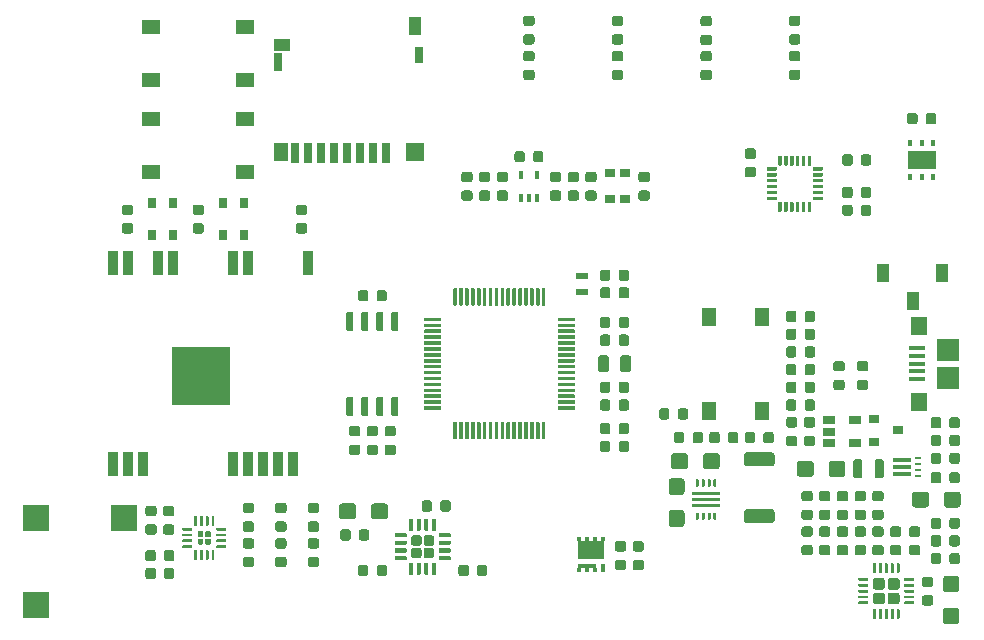
<source format=gbr>
G04 #@! TF.GenerationSoftware,KiCad,Pcbnew,5.1.5-1.fc31*
G04 #@! TF.CreationDate,2020-06-03T18:37:50+07:00*
G04 #@! TF.ProjectId,MP_SamBaseBoard_V1,4d505f53-616d-4426-9173-65426f617264,rev?*
G04 #@! TF.SameCoordinates,Original*
G04 #@! TF.FileFunction,Paste,Top*
G04 #@! TF.FilePolarity,Positive*
%FSLAX45Y45*%
G04 Gerber Fmt 4.5, Leading zero omitted, Abs format (unit mm)*
G04 Created by KiCad (PCBNEW 5.1.5-1.fc31) date 2020-06-03 18:37:50*
%MOMM*%
%LPD*%
G04 APERTURE LIST*
%ADD10C,0.100000*%
%ADD11R,1.500000X0.300000*%
%ADD12R,0.600000X0.250000*%
%ADD13R,0.800000X0.950000*%
%ADD14R,0.900000X0.660000*%
%ADD15R,0.900000X0.800000*%
%ADD16R,1.300000X1.550000*%
%ADD17R,1.000000X1.600000*%
%ADD18R,1.550000X1.300000*%
%ADD19R,0.900000X2.000000*%
%ADD20R,5.000000X5.000000*%
%ADD21R,1.060000X0.650000*%
%ADD22R,0.400000X0.600000*%
%ADD23R,2.400000X1.500000*%
%ADD24R,0.300000X0.750000*%
%ADD25R,0.300000X0.400000*%
%ADD26R,1.634000X0.400000*%
%ADD27R,2.300000X1.500000*%
%ADD28R,0.400000X0.650000*%
%ADD29R,1.100000X0.600000*%
%ADD30R,2.195000X2.195000*%
%ADD31R,1.350000X0.400000*%
%ADD32R,1.400000X1.600000*%
%ADD33R,1.900000X1.900000*%
%ADD34R,0.700000X1.750000*%
%ADD35R,1.300000X1.500000*%
%ADD36R,0.800000X1.500000*%
%ADD37R,1.450000X1.000000*%
%ADD38R,0.800000X1.400000*%
%ADD39R,1.500000X1.500000*%
%ADD40R,1.000000X1.550000*%
G04 APERTURE END LIST*
D10*
G36*
X24902769Y-20192605D02*
G01*
X24904893Y-20192920D01*
X24906975Y-20193442D01*
X24908996Y-20194165D01*
X24910937Y-20195083D01*
X24912778Y-20196187D01*
X24914502Y-20197465D01*
X24916093Y-20198907D01*
X24917535Y-20200498D01*
X24918813Y-20202222D01*
X24919917Y-20204063D01*
X24920835Y-20206004D01*
X24921558Y-20208025D01*
X24922080Y-20210107D01*
X24922395Y-20212231D01*
X24922500Y-20214375D01*
X24922500Y-20265625D01*
X24922395Y-20267769D01*
X24922080Y-20269893D01*
X24921558Y-20271975D01*
X24920835Y-20273996D01*
X24919917Y-20275937D01*
X24918813Y-20277778D01*
X24917535Y-20279502D01*
X24916093Y-20281093D01*
X24914502Y-20282535D01*
X24912778Y-20283813D01*
X24910937Y-20284917D01*
X24908996Y-20285835D01*
X24906975Y-20286558D01*
X24904893Y-20287080D01*
X24902769Y-20287395D01*
X24900625Y-20287500D01*
X24856875Y-20287500D01*
X24854731Y-20287395D01*
X24852607Y-20287080D01*
X24850525Y-20286558D01*
X24848504Y-20285835D01*
X24846563Y-20284917D01*
X24844722Y-20283813D01*
X24842998Y-20282535D01*
X24841407Y-20281093D01*
X24839965Y-20279502D01*
X24838687Y-20277778D01*
X24837583Y-20275937D01*
X24836665Y-20273996D01*
X24835942Y-20271975D01*
X24835420Y-20269893D01*
X24835105Y-20267769D01*
X24835000Y-20265625D01*
X24835000Y-20214375D01*
X24835105Y-20212231D01*
X24835420Y-20210107D01*
X24835942Y-20208025D01*
X24836665Y-20206004D01*
X24837583Y-20204063D01*
X24838687Y-20202222D01*
X24839965Y-20200498D01*
X24841407Y-20198907D01*
X24842998Y-20197465D01*
X24844722Y-20196187D01*
X24846563Y-20195083D01*
X24848504Y-20194165D01*
X24850525Y-20193442D01*
X24852607Y-20192920D01*
X24854731Y-20192605D01*
X24856875Y-20192500D01*
X24900625Y-20192500D01*
X24902769Y-20192605D01*
G37*
G36*
X24745269Y-20192605D02*
G01*
X24747393Y-20192920D01*
X24749475Y-20193442D01*
X24751496Y-20194165D01*
X24753437Y-20195083D01*
X24755278Y-20196187D01*
X24757002Y-20197465D01*
X24758593Y-20198907D01*
X24760035Y-20200498D01*
X24761313Y-20202222D01*
X24762417Y-20204063D01*
X24763335Y-20206004D01*
X24764058Y-20208025D01*
X24764580Y-20210107D01*
X24764895Y-20212231D01*
X24765000Y-20214375D01*
X24765000Y-20265625D01*
X24764895Y-20267769D01*
X24764580Y-20269893D01*
X24764058Y-20271975D01*
X24763335Y-20273996D01*
X24762417Y-20275937D01*
X24761313Y-20277778D01*
X24760035Y-20279502D01*
X24758593Y-20281093D01*
X24757002Y-20282535D01*
X24755278Y-20283813D01*
X24753437Y-20284917D01*
X24751496Y-20285835D01*
X24749475Y-20286558D01*
X24747393Y-20287080D01*
X24745269Y-20287395D01*
X24743125Y-20287500D01*
X24699375Y-20287500D01*
X24697231Y-20287395D01*
X24695107Y-20287080D01*
X24693025Y-20286558D01*
X24691004Y-20285835D01*
X24689063Y-20284917D01*
X24687222Y-20283813D01*
X24685498Y-20282535D01*
X24683907Y-20281093D01*
X24682465Y-20279502D01*
X24681187Y-20277778D01*
X24680083Y-20275937D01*
X24679165Y-20273996D01*
X24678442Y-20271975D01*
X24677920Y-20269893D01*
X24677605Y-20267769D01*
X24677500Y-20265625D01*
X24677500Y-20214375D01*
X24677605Y-20212231D01*
X24677920Y-20210107D01*
X24678442Y-20208025D01*
X24679165Y-20206004D01*
X24680083Y-20204063D01*
X24681187Y-20202222D01*
X24682465Y-20200498D01*
X24683907Y-20198907D01*
X24685498Y-20197465D01*
X24687222Y-20196187D01*
X24689063Y-20195083D01*
X24691004Y-20194165D01*
X24693025Y-20193442D01*
X24695107Y-20192920D01*
X24697231Y-20192605D01*
X24699375Y-20192500D01*
X24743125Y-20192500D01*
X24745269Y-20192605D01*
G37*
D11*
X24430000Y-20090000D03*
X24430000Y-20150000D03*
X24430000Y-20210000D03*
D12*
X24565000Y-20075000D03*
X24565000Y-20125000D03*
X24565000Y-20175000D03*
X24565000Y-20225000D03*
D10*
G36*
X22856863Y-20255030D02*
G01*
X22857469Y-20255120D01*
X22858064Y-20255269D01*
X22858642Y-20255476D01*
X22859196Y-20255738D01*
X22859722Y-20256053D01*
X22860215Y-20256419D01*
X22860669Y-20256831D01*
X22861081Y-20257285D01*
X22861447Y-20257778D01*
X22861762Y-20258304D01*
X22862024Y-20258858D01*
X22862231Y-20259436D01*
X22862380Y-20260031D01*
X22862470Y-20260637D01*
X22862500Y-20261250D01*
X22862500Y-20308750D01*
X22862470Y-20309363D01*
X22862380Y-20309969D01*
X22862231Y-20310564D01*
X22862024Y-20311142D01*
X22861762Y-20311696D01*
X22861447Y-20312222D01*
X22861081Y-20312715D01*
X22860669Y-20313169D01*
X22860215Y-20313581D01*
X22859722Y-20313947D01*
X22859196Y-20314262D01*
X22858642Y-20314524D01*
X22858064Y-20314731D01*
X22857469Y-20314880D01*
X22856863Y-20314970D01*
X22856250Y-20315000D01*
X22843750Y-20315000D01*
X22843137Y-20314970D01*
X22842531Y-20314880D01*
X22841936Y-20314731D01*
X22841358Y-20314524D01*
X22840804Y-20314262D01*
X22840278Y-20313947D01*
X22839785Y-20313581D01*
X22839331Y-20313169D01*
X22838919Y-20312715D01*
X22838553Y-20312222D01*
X22838238Y-20311696D01*
X22837976Y-20311142D01*
X22837769Y-20310564D01*
X22837620Y-20309969D01*
X22837530Y-20309363D01*
X22837500Y-20308750D01*
X22837500Y-20261250D01*
X22837530Y-20260637D01*
X22837620Y-20260031D01*
X22837769Y-20259436D01*
X22837976Y-20258858D01*
X22838238Y-20258304D01*
X22838553Y-20257778D01*
X22838919Y-20257285D01*
X22839331Y-20256831D01*
X22839785Y-20256419D01*
X22840278Y-20256053D01*
X22840804Y-20255738D01*
X22841358Y-20255476D01*
X22841936Y-20255269D01*
X22842531Y-20255120D01*
X22843137Y-20255030D01*
X22843750Y-20255000D01*
X22856250Y-20255000D01*
X22856863Y-20255030D01*
G37*
G36*
X22806863Y-20255030D02*
G01*
X22807469Y-20255120D01*
X22808064Y-20255269D01*
X22808642Y-20255476D01*
X22809196Y-20255738D01*
X22809722Y-20256053D01*
X22810215Y-20256419D01*
X22810669Y-20256831D01*
X22811081Y-20257285D01*
X22811447Y-20257778D01*
X22811762Y-20258304D01*
X22812024Y-20258858D01*
X22812231Y-20259436D01*
X22812380Y-20260031D01*
X22812470Y-20260637D01*
X22812500Y-20261250D01*
X22812500Y-20308750D01*
X22812470Y-20309363D01*
X22812380Y-20309969D01*
X22812231Y-20310564D01*
X22812024Y-20311142D01*
X22811762Y-20311696D01*
X22811447Y-20312222D01*
X22811081Y-20312715D01*
X22810669Y-20313169D01*
X22810215Y-20313581D01*
X22809722Y-20313947D01*
X22809196Y-20314262D01*
X22808642Y-20314524D01*
X22808064Y-20314731D01*
X22807469Y-20314880D01*
X22806863Y-20314970D01*
X22806250Y-20315000D01*
X22793750Y-20315000D01*
X22793137Y-20314970D01*
X22792531Y-20314880D01*
X22791936Y-20314731D01*
X22791358Y-20314524D01*
X22790804Y-20314262D01*
X22790278Y-20313947D01*
X22789785Y-20313581D01*
X22789331Y-20313169D01*
X22788919Y-20312715D01*
X22788553Y-20312222D01*
X22788238Y-20311696D01*
X22787976Y-20311142D01*
X22787769Y-20310564D01*
X22787620Y-20309969D01*
X22787530Y-20309363D01*
X22787500Y-20308750D01*
X22787500Y-20261250D01*
X22787530Y-20260637D01*
X22787620Y-20260031D01*
X22787769Y-20259436D01*
X22787976Y-20258858D01*
X22788238Y-20258304D01*
X22788553Y-20257778D01*
X22788919Y-20257285D01*
X22789331Y-20256831D01*
X22789785Y-20256419D01*
X22790278Y-20256053D01*
X22790804Y-20255738D01*
X22791358Y-20255476D01*
X22791936Y-20255269D01*
X22792531Y-20255120D01*
X22793137Y-20255030D01*
X22793750Y-20255000D01*
X22806250Y-20255000D01*
X22806863Y-20255030D01*
G37*
G36*
X22756863Y-20255030D02*
G01*
X22757469Y-20255120D01*
X22758064Y-20255269D01*
X22758642Y-20255476D01*
X22759196Y-20255738D01*
X22759722Y-20256053D01*
X22760215Y-20256419D01*
X22760669Y-20256831D01*
X22761081Y-20257285D01*
X22761447Y-20257778D01*
X22761762Y-20258304D01*
X22762024Y-20258858D01*
X22762231Y-20259436D01*
X22762380Y-20260031D01*
X22762470Y-20260637D01*
X22762500Y-20261250D01*
X22762500Y-20308750D01*
X22762470Y-20309363D01*
X22762380Y-20309969D01*
X22762231Y-20310564D01*
X22762024Y-20311142D01*
X22761762Y-20311696D01*
X22761447Y-20312222D01*
X22761081Y-20312715D01*
X22760669Y-20313169D01*
X22760215Y-20313581D01*
X22759722Y-20313947D01*
X22759196Y-20314262D01*
X22758642Y-20314524D01*
X22758064Y-20314731D01*
X22757469Y-20314880D01*
X22756863Y-20314970D01*
X22756250Y-20315000D01*
X22743750Y-20315000D01*
X22743137Y-20314970D01*
X22742531Y-20314880D01*
X22741936Y-20314731D01*
X22741358Y-20314524D01*
X22740804Y-20314262D01*
X22740278Y-20313947D01*
X22739785Y-20313581D01*
X22739331Y-20313169D01*
X22738919Y-20312715D01*
X22738553Y-20312222D01*
X22738238Y-20311696D01*
X22737976Y-20311142D01*
X22737769Y-20310564D01*
X22737620Y-20309969D01*
X22737530Y-20309363D01*
X22737500Y-20308750D01*
X22737500Y-20261250D01*
X22737530Y-20260637D01*
X22737620Y-20260031D01*
X22737769Y-20259436D01*
X22737976Y-20258858D01*
X22738238Y-20258304D01*
X22738553Y-20257778D01*
X22738919Y-20257285D01*
X22739331Y-20256831D01*
X22739785Y-20256419D01*
X22740278Y-20256053D01*
X22740804Y-20255738D01*
X22741358Y-20255476D01*
X22741936Y-20255269D01*
X22742531Y-20255120D01*
X22743137Y-20255030D01*
X22743750Y-20255000D01*
X22756250Y-20255000D01*
X22756863Y-20255030D01*
G37*
G36*
X22856863Y-20535030D02*
G01*
X22857469Y-20535120D01*
X22858064Y-20535269D01*
X22858642Y-20535476D01*
X22859196Y-20535738D01*
X22859722Y-20536053D01*
X22860215Y-20536419D01*
X22860669Y-20536831D01*
X22861081Y-20537285D01*
X22861447Y-20537778D01*
X22861762Y-20538304D01*
X22862024Y-20538858D01*
X22862231Y-20539436D01*
X22862380Y-20540031D01*
X22862470Y-20540637D01*
X22862500Y-20541250D01*
X22862500Y-20588750D01*
X22862470Y-20589363D01*
X22862380Y-20589969D01*
X22862231Y-20590564D01*
X22862024Y-20591142D01*
X22861762Y-20591696D01*
X22861447Y-20592222D01*
X22861081Y-20592715D01*
X22860669Y-20593169D01*
X22860215Y-20593581D01*
X22859722Y-20593947D01*
X22859196Y-20594262D01*
X22858642Y-20594524D01*
X22858064Y-20594731D01*
X22857469Y-20594880D01*
X22856863Y-20594970D01*
X22856250Y-20595000D01*
X22843750Y-20595000D01*
X22843137Y-20594970D01*
X22842531Y-20594880D01*
X22841936Y-20594731D01*
X22841358Y-20594524D01*
X22840804Y-20594262D01*
X22840278Y-20593947D01*
X22839785Y-20593581D01*
X22839331Y-20593169D01*
X22838919Y-20592715D01*
X22838553Y-20592222D01*
X22838238Y-20591696D01*
X22837976Y-20591142D01*
X22837769Y-20590564D01*
X22837620Y-20589969D01*
X22837530Y-20589363D01*
X22837500Y-20588750D01*
X22837500Y-20541250D01*
X22837530Y-20540637D01*
X22837620Y-20540031D01*
X22837769Y-20539436D01*
X22837976Y-20538858D01*
X22838238Y-20538304D01*
X22838553Y-20537778D01*
X22838919Y-20537285D01*
X22839331Y-20536831D01*
X22839785Y-20536419D01*
X22840278Y-20536053D01*
X22840804Y-20535738D01*
X22841358Y-20535476D01*
X22841936Y-20535269D01*
X22842531Y-20535120D01*
X22843137Y-20535030D01*
X22843750Y-20535000D01*
X22856250Y-20535000D01*
X22856863Y-20535030D01*
G37*
G36*
X22806863Y-20535030D02*
G01*
X22807469Y-20535120D01*
X22808064Y-20535269D01*
X22808642Y-20535476D01*
X22809196Y-20535738D01*
X22809722Y-20536053D01*
X22810215Y-20536419D01*
X22810669Y-20536831D01*
X22811081Y-20537285D01*
X22811447Y-20537778D01*
X22811762Y-20538304D01*
X22812024Y-20538858D01*
X22812231Y-20539436D01*
X22812380Y-20540031D01*
X22812470Y-20540637D01*
X22812500Y-20541250D01*
X22812500Y-20588750D01*
X22812470Y-20589363D01*
X22812380Y-20589969D01*
X22812231Y-20590564D01*
X22812024Y-20591142D01*
X22811762Y-20591696D01*
X22811447Y-20592222D01*
X22811081Y-20592715D01*
X22810669Y-20593169D01*
X22810215Y-20593581D01*
X22809722Y-20593947D01*
X22809196Y-20594262D01*
X22808642Y-20594524D01*
X22808064Y-20594731D01*
X22807469Y-20594880D01*
X22806863Y-20594970D01*
X22806250Y-20595000D01*
X22793750Y-20595000D01*
X22793137Y-20594970D01*
X22792531Y-20594880D01*
X22791936Y-20594731D01*
X22791358Y-20594524D01*
X22790804Y-20594262D01*
X22790278Y-20593947D01*
X22789785Y-20593581D01*
X22789331Y-20593169D01*
X22788919Y-20592715D01*
X22788553Y-20592222D01*
X22788238Y-20591696D01*
X22787976Y-20591142D01*
X22787769Y-20590564D01*
X22787620Y-20589969D01*
X22787530Y-20589363D01*
X22787500Y-20588750D01*
X22787500Y-20541250D01*
X22787530Y-20540637D01*
X22787620Y-20540031D01*
X22787769Y-20539436D01*
X22787976Y-20538858D01*
X22788238Y-20538304D01*
X22788553Y-20537778D01*
X22788919Y-20537285D01*
X22789331Y-20536831D01*
X22789785Y-20536419D01*
X22790278Y-20536053D01*
X22790804Y-20535738D01*
X22791358Y-20535476D01*
X22791936Y-20535269D01*
X22792531Y-20535120D01*
X22793137Y-20535030D01*
X22793750Y-20535000D01*
X22806250Y-20535000D01*
X22806863Y-20535030D01*
G37*
G36*
X22756863Y-20535030D02*
G01*
X22757469Y-20535120D01*
X22758064Y-20535269D01*
X22758642Y-20535476D01*
X22759196Y-20535738D01*
X22759722Y-20536053D01*
X22760215Y-20536419D01*
X22760669Y-20536831D01*
X22761081Y-20537285D01*
X22761447Y-20537778D01*
X22761762Y-20538304D01*
X22762024Y-20538858D01*
X22762231Y-20539436D01*
X22762380Y-20540031D01*
X22762470Y-20540637D01*
X22762500Y-20541250D01*
X22762500Y-20588750D01*
X22762470Y-20589363D01*
X22762380Y-20589969D01*
X22762231Y-20590564D01*
X22762024Y-20591142D01*
X22761762Y-20591696D01*
X22761447Y-20592222D01*
X22761081Y-20592715D01*
X22760669Y-20593169D01*
X22760215Y-20593581D01*
X22759722Y-20593947D01*
X22759196Y-20594262D01*
X22758642Y-20594524D01*
X22758064Y-20594731D01*
X22757469Y-20594880D01*
X22756863Y-20594970D01*
X22756250Y-20595000D01*
X22743750Y-20595000D01*
X22743137Y-20594970D01*
X22742531Y-20594880D01*
X22741936Y-20594731D01*
X22741358Y-20594524D01*
X22740804Y-20594262D01*
X22740278Y-20593947D01*
X22739785Y-20593581D01*
X22739331Y-20593169D01*
X22738919Y-20592715D01*
X22738553Y-20592222D01*
X22738238Y-20591696D01*
X22737976Y-20591142D01*
X22737769Y-20590564D01*
X22737620Y-20589969D01*
X22737530Y-20589363D01*
X22737500Y-20588750D01*
X22737500Y-20541250D01*
X22737530Y-20540637D01*
X22737620Y-20540031D01*
X22737769Y-20539436D01*
X22737976Y-20538858D01*
X22738238Y-20538304D01*
X22738553Y-20537778D01*
X22738919Y-20537285D01*
X22739331Y-20536831D01*
X22739785Y-20536419D01*
X22740278Y-20536053D01*
X22740804Y-20535738D01*
X22741358Y-20535476D01*
X22741936Y-20535269D01*
X22742531Y-20535120D01*
X22743137Y-20535030D01*
X22743750Y-20535000D01*
X22756250Y-20535000D01*
X22756863Y-20535030D01*
G37*
G36*
X22706863Y-20535030D02*
G01*
X22707469Y-20535120D01*
X22708064Y-20535269D01*
X22708642Y-20535476D01*
X22709196Y-20535738D01*
X22709722Y-20536053D01*
X22710215Y-20536419D01*
X22710669Y-20536831D01*
X22711081Y-20537285D01*
X22711447Y-20537778D01*
X22711762Y-20538304D01*
X22712024Y-20538858D01*
X22712231Y-20539436D01*
X22712380Y-20540031D01*
X22712470Y-20540637D01*
X22712500Y-20541250D01*
X22712500Y-20588750D01*
X22712470Y-20589363D01*
X22712380Y-20589969D01*
X22712231Y-20590564D01*
X22712024Y-20591142D01*
X22711762Y-20591696D01*
X22711447Y-20592222D01*
X22711081Y-20592715D01*
X22710669Y-20593169D01*
X22710215Y-20593581D01*
X22709722Y-20593947D01*
X22709196Y-20594262D01*
X22708642Y-20594524D01*
X22708064Y-20594731D01*
X22707469Y-20594880D01*
X22706863Y-20594970D01*
X22706250Y-20595000D01*
X22693750Y-20595000D01*
X22693137Y-20594970D01*
X22692531Y-20594880D01*
X22691936Y-20594731D01*
X22691358Y-20594524D01*
X22690804Y-20594262D01*
X22690278Y-20593947D01*
X22689785Y-20593581D01*
X22689331Y-20593169D01*
X22688919Y-20592715D01*
X22688553Y-20592222D01*
X22688238Y-20591696D01*
X22687976Y-20591142D01*
X22687769Y-20590564D01*
X22687620Y-20589969D01*
X22687530Y-20589363D01*
X22687500Y-20588750D01*
X22687500Y-20541250D01*
X22687530Y-20540637D01*
X22687620Y-20540031D01*
X22687769Y-20539436D01*
X22687976Y-20538858D01*
X22688238Y-20538304D01*
X22688553Y-20537778D01*
X22688919Y-20537285D01*
X22689331Y-20536831D01*
X22689785Y-20536419D01*
X22690278Y-20536053D01*
X22690804Y-20535738D01*
X22691358Y-20535476D01*
X22691936Y-20535269D01*
X22692531Y-20535120D01*
X22693137Y-20535030D01*
X22693750Y-20535000D01*
X22706250Y-20535000D01*
X22706863Y-20535030D01*
G37*
G36*
X22706863Y-20255030D02*
G01*
X22707469Y-20255120D01*
X22708064Y-20255269D01*
X22708642Y-20255476D01*
X22709196Y-20255738D01*
X22709722Y-20256053D01*
X22710215Y-20256419D01*
X22710669Y-20256831D01*
X22711081Y-20257285D01*
X22711447Y-20257778D01*
X22711762Y-20258304D01*
X22712024Y-20258858D01*
X22712231Y-20259436D01*
X22712380Y-20260031D01*
X22712470Y-20260637D01*
X22712500Y-20261250D01*
X22712500Y-20308750D01*
X22712470Y-20309363D01*
X22712380Y-20309969D01*
X22712231Y-20310564D01*
X22712024Y-20311142D01*
X22711762Y-20311696D01*
X22711447Y-20312222D01*
X22711081Y-20312715D01*
X22710669Y-20313169D01*
X22710215Y-20313581D01*
X22709722Y-20313947D01*
X22709196Y-20314262D01*
X22708642Y-20314524D01*
X22708064Y-20314731D01*
X22707469Y-20314880D01*
X22706863Y-20314970D01*
X22706250Y-20315000D01*
X22693750Y-20315000D01*
X22693137Y-20314970D01*
X22692531Y-20314880D01*
X22691936Y-20314731D01*
X22691358Y-20314524D01*
X22690804Y-20314262D01*
X22690278Y-20313947D01*
X22689785Y-20313581D01*
X22689331Y-20313169D01*
X22688919Y-20312715D01*
X22688553Y-20312222D01*
X22688238Y-20311696D01*
X22687976Y-20311142D01*
X22687769Y-20310564D01*
X22687620Y-20309969D01*
X22687530Y-20309363D01*
X22687500Y-20308750D01*
X22687500Y-20261250D01*
X22687530Y-20260637D01*
X22687620Y-20260031D01*
X22687769Y-20259436D01*
X22687976Y-20258858D01*
X22688238Y-20258304D01*
X22688553Y-20257778D01*
X22688919Y-20257285D01*
X22689331Y-20256831D01*
X22689785Y-20256419D01*
X22690278Y-20256053D01*
X22690804Y-20255738D01*
X22691358Y-20255476D01*
X22691936Y-20255269D01*
X22692531Y-20255120D01*
X22693137Y-20255030D01*
X22693750Y-20255000D01*
X22706250Y-20255000D01*
X22706863Y-20255030D01*
G37*
G36*
X22889363Y-20462530D02*
G01*
X22889969Y-20462620D01*
X22890564Y-20462769D01*
X22891142Y-20462976D01*
X22891696Y-20463238D01*
X22892222Y-20463553D01*
X22892715Y-20463919D01*
X22893169Y-20464331D01*
X22893581Y-20464785D01*
X22893947Y-20465278D01*
X22894262Y-20465804D01*
X22894524Y-20466358D01*
X22894731Y-20466936D01*
X22894880Y-20467531D01*
X22894970Y-20468137D01*
X22895000Y-20468750D01*
X22895000Y-20481250D01*
X22894970Y-20481863D01*
X22894880Y-20482469D01*
X22894731Y-20483064D01*
X22894524Y-20483642D01*
X22894262Y-20484196D01*
X22893947Y-20484722D01*
X22893581Y-20485215D01*
X22893169Y-20485669D01*
X22892715Y-20486081D01*
X22892222Y-20486447D01*
X22891696Y-20486762D01*
X22891142Y-20487024D01*
X22890564Y-20487231D01*
X22889969Y-20487380D01*
X22889363Y-20487470D01*
X22888750Y-20487500D01*
X22661250Y-20487500D01*
X22660637Y-20487470D01*
X22660031Y-20487380D01*
X22659436Y-20487231D01*
X22658858Y-20487024D01*
X22658304Y-20486762D01*
X22657778Y-20486447D01*
X22657285Y-20486081D01*
X22656831Y-20485669D01*
X22656419Y-20485215D01*
X22656053Y-20484722D01*
X22655738Y-20484196D01*
X22655476Y-20483642D01*
X22655269Y-20483064D01*
X22655120Y-20482469D01*
X22655030Y-20481863D01*
X22655000Y-20481250D01*
X22655000Y-20468750D01*
X22655030Y-20468137D01*
X22655120Y-20467531D01*
X22655269Y-20466936D01*
X22655476Y-20466358D01*
X22655738Y-20465804D01*
X22656053Y-20465278D01*
X22656419Y-20464785D01*
X22656831Y-20464331D01*
X22657285Y-20463919D01*
X22657778Y-20463553D01*
X22658304Y-20463238D01*
X22658858Y-20462976D01*
X22659436Y-20462769D01*
X22660031Y-20462620D01*
X22660637Y-20462530D01*
X22661250Y-20462500D01*
X22888750Y-20462500D01*
X22889363Y-20462530D01*
G37*
G36*
X22889363Y-20362530D02*
G01*
X22889969Y-20362620D01*
X22890564Y-20362769D01*
X22891142Y-20362976D01*
X22891696Y-20363238D01*
X22892222Y-20363553D01*
X22892715Y-20363919D01*
X22893169Y-20364331D01*
X22893581Y-20364785D01*
X22893947Y-20365278D01*
X22894262Y-20365804D01*
X22894524Y-20366358D01*
X22894731Y-20366936D01*
X22894880Y-20367531D01*
X22894970Y-20368137D01*
X22895000Y-20368750D01*
X22895000Y-20381250D01*
X22894970Y-20381863D01*
X22894880Y-20382469D01*
X22894731Y-20383064D01*
X22894524Y-20383642D01*
X22894262Y-20384196D01*
X22893947Y-20384722D01*
X22893581Y-20385215D01*
X22893169Y-20385669D01*
X22892715Y-20386081D01*
X22892222Y-20386447D01*
X22891696Y-20386762D01*
X22891142Y-20387024D01*
X22890564Y-20387231D01*
X22889969Y-20387380D01*
X22889363Y-20387470D01*
X22888750Y-20387500D01*
X22661250Y-20387500D01*
X22660637Y-20387470D01*
X22660031Y-20387380D01*
X22659436Y-20387231D01*
X22658858Y-20387024D01*
X22658304Y-20386762D01*
X22657778Y-20386447D01*
X22657285Y-20386081D01*
X22656831Y-20385669D01*
X22656419Y-20385215D01*
X22656053Y-20384722D01*
X22655738Y-20384196D01*
X22655476Y-20383642D01*
X22655269Y-20383064D01*
X22655120Y-20382469D01*
X22655030Y-20381863D01*
X22655000Y-20381250D01*
X22655000Y-20368750D01*
X22655030Y-20368137D01*
X22655120Y-20367531D01*
X22655269Y-20366936D01*
X22655476Y-20366358D01*
X22655738Y-20365804D01*
X22656053Y-20365278D01*
X22656419Y-20364785D01*
X22656831Y-20364331D01*
X22657285Y-20363919D01*
X22657778Y-20363553D01*
X22658304Y-20363238D01*
X22658858Y-20362976D01*
X22659436Y-20362769D01*
X22660031Y-20362620D01*
X22660637Y-20362530D01*
X22661250Y-20362500D01*
X22888750Y-20362500D01*
X22889363Y-20362530D01*
G37*
G36*
X22889363Y-20412530D02*
G01*
X22889969Y-20412620D01*
X22890564Y-20412769D01*
X22891142Y-20412976D01*
X22891696Y-20413238D01*
X22892222Y-20413553D01*
X22892715Y-20413919D01*
X22893169Y-20414331D01*
X22893581Y-20414785D01*
X22893947Y-20415278D01*
X22894262Y-20415804D01*
X22894524Y-20416358D01*
X22894731Y-20416936D01*
X22894880Y-20417531D01*
X22894970Y-20418137D01*
X22895000Y-20418750D01*
X22895000Y-20431250D01*
X22894970Y-20431863D01*
X22894880Y-20432469D01*
X22894731Y-20433064D01*
X22894524Y-20433642D01*
X22894262Y-20434196D01*
X22893947Y-20434722D01*
X22893581Y-20435215D01*
X22893169Y-20435669D01*
X22892715Y-20436081D01*
X22892222Y-20436447D01*
X22891696Y-20436762D01*
X22891142Y-20437024D01*
X22890564Y-20437231D01*
X22889969Y-20437380D01*
X22889363Y-20437470D01*
X22888750Y-20437500D01*
X22661250Y-20437500D01*
X22660637Y-20437470D01*
X22660031Y-20437380D01*
X22659436Y-20437231D01*
X22658858Y-20437024D01*
X22658304Y-20436762D01*
X22657778Y-20436447D01*
X22657285Y-20436081D01*
X22656831Y-20435669D01*
X22656419Y-20435215D01*
X22656053Y-20434722D01*
X22655738Y-20434196D01*
X22655476Y-20433642D01*
X22655269Y-20433064D01*
X22655120Y-20432469D01*
X22655030Y-20431863D01*
X22655000Y-20431250D01*
X22655000Y-20418750D01*
X22655030Y-20418137D01*
X22655120Y-20417531D01*
X22655269Y-20416936D01*
X22655476Y-20416358D01*
X22655738Y-20415804D01*
X22656053Y-20415278D01*
X22656419Y-20414785D01*
X22656831Y-20414331D01*
X22657285Y-20413919D01*
X22657778Y-20413553D01*
X22658304Y-20413238D01*
X22658858Y-20412976D01*
X22659436Y-20412769D01*
X22660031Y-20412620D01*
X22660637Y-20412530D01*
X22661250Y-20412500D01*
X22888750Y-20412500D01*
X22889363Y-20412530D01*
G37*
G36*
X23677769Y-18827605D02*
G01*
X23679893Y-18827920D01*
X23681975Y-18828442D01*
X23683996Y-18829165D01*
X23685937Y-18830083D01*
X23687778Y-18831187D01*
X23689502Y-18832465D01*
X23691093Y-18833907D01*
X23692535Y-18835498D01*
X23693813Y-18837222D01*
X23694917Y-18839063D01*
X23695835Y-18841004D01*
X23696558Y-18843025D01*
X23697080Y-18845107D01*
X23697395Y-18847231D01*
X23697500Y-18849375D01*
X23697500Y-18900625D01*
X23697395Y-18902769D01*
X23697080Y-18904893D01*
X23696558Y-18906975D01*
X23695835Y-18908996D01*
X23694917Y-18910937D01*
X23693813Y-18912778D01*
X23692535Y-18914502D01*
X23691093Y-18916093D01*
X23689502Y-18917535D01*
X23687778Y-18918813D01*
X23685937Y-18919917D01*
X23683996Y-18920835D01*
X23681975Y-18921558D01*
X23679893Y-18922080D01*
X23677769Y-18922395D01*
X23675625Y-18922500D01*
X23631875Y-18922500D01*
X23629731Y-18922395D01*
X23627607Y-18922080D01*
X23625525Y-18921558D01*
X23623504Y-18920835D01*
X23621563Y-18919917D01*
X23619722Y-18918813D01*
X23617998Y-18917535D01*
X23616407Y-18916093D01*
X23614965Y-18914502D01*
X23613687Y-18912778D01*
X23612583Y-18910937D01*
X23611665Y-18908996D01*
X23610942Y-18906975D01*
X23610420Y-18904893D01*
X23610105Y-18902769D01*
X23610000Y-18900625D01*
X23610000Y-18849375D01*
X23610105Y-18847231D01*
X23610420Y-18845107D01*
X23610942Y-18843025D01*
X23611665Y-18841004D01*
X23612583Y-18839063D01*
X23613687Y-18837222D01*
X23614965Y-18835498D01*
X23616407Y-18833907D01*
X23617998Y-18832465D01*
X23619722Y-18831187D01*
X23621563Y-18830083D01*
X23623504Y-18829165D01*
X23625525Y-18828442D01*
X23627607Y-18827920D01*
X23629731Y-18827605D01*
X23631875Y-18827500D01*
X23675625Y-18827500D01*
X23677769Y-18827605D01*
G37*
G36*
X23520269Y-18827605D02*
G01*
X23522393Y-18827920D01*
X23524475Y-18828442D01*
X23526496Y-18829165D01*
X23528437Y-18830083D01*
X23530278Y-18831187D01*
X23532002Y-18832465D01*
X23533593Y-18833907D01*
X23535035Y-18835498D01*
X23536313Y-18837222D01*
X23537417Y-18839063D01*
X23538335Y-18841004D01*
X23539058Y-18843025D01*
X23539580Y-18845107D01*
X23539895Y-18847231D01*
X23540000Y-18849375D01*
X23540000Y-18900625D01*
X23539895Y-18902769D01*
X23539580Y-18904893D01*
X23539058Y-18906975D01*
X23538335Y-18908996D01*
X23537417Y-18910937D01*
X23536313Y-18912778D01*
X23535035Y-18914502D01*
X23533593Y-18916093D01*
X23532002Y-18917535D01*
X23530278Y-18918813D01*
X23528437Y-18919917D01*
X23526496Y-18920835D01*
X23524475Y-18921558D01*
X23522393Y-18922080D01*
X23520269Y-18922395D01*
X23518125Y-18922500D01*
X23474375Y-18922500D01*
X23472231Y-18922395D01*
X23470107Y-18922080D01*
X23468025Y-18921558D01*
X23466004Y-18920835D01*
X23464063Y-18919917D01*
X23462222Y-18918813D01*
X23460498Y-18917535D01*
X23458907Y-18916093D01*
X23457465Y-18914502D01*
X23456187Y-18912778D01*
X23455083Y-18910937D01*
X23454165Y-18908996D01*
X23453442Y-18906975D01*
X23452920Y-18904893D01*
X23452605Y-18902769D01*
X23452500Y-18900625D01*
X23452500Y-18849375D01*
X23452605Y-18847231D01*
X23452920Y-18845107D01*
X23453442Y-18843025D01*
X23454165Y-18841004D01*
X23455083Y-18839063D01*
X23456187Y-18837222D01*
X23457465Y-18835498D01*
X23458907Y-18833907D01*
X23460498Y-18832465D01*
X23462222Y-18831187D01*
X23464063Y-18830083D01*
X23466004Y-18829165D01*
X23468025Y-18828442D01*
X23470107Y-18827920D01*
X23472231Y-18827605D01*
X23474375Y-18827500D01*
X23518125Y-18827500D01*
X23520269Y-18827605D01*
G37*
G36*
X23677769Y-18977605D02*
G01*
X23679893Y-18977920D01*
X23681975Y-18978442D01*
X23683996Y-18979165D01*
X23685937Y-18980083D01*
X23687778Y-18981187D01*
X23689502Y-18982465D01*
X23691093Y-18983907D01*
X23692535Y-18985498D01*
X23693813Y-18987222D01*
X23694917Y-18989063D01*
X23695835Y-18991004D01*
X23696558Y-18993025D01*
X23697080Y-18995107D01*
X23697395Y-18997231D01*
X23697500Y-18999375D01*
X23697500Y-19050625D01*
X23697395Y-19052769D01*
X23697080Y-19054893D01*
X23696558Y-19056975D01*
X23695835Y-19058996D01*
X23694917Y-19060937D01*
X23693813Y-19062778D01*
X23692535Y-19064502D01*
X23691093Y-19066093D01*
X23689502Y-19067535D01*
X23687778Y-19068813D01*
X23685937Y-19069917D01*
X23683996Y-19070835D01*
X23681975Y-19071558D01*
X23679893Y-19072080D01*
X23677769Y-19072395D01*
X23675625Y-19072500D01*
X23631875Y-19072500D01*
X23629731Y-19072395D01*
X23627607Y-19072080D01*
X23625525Y-19071558D01*
X23623504Y-19070835D01*
X23621563Y-19069917D01*
X23619722Y-19068813D01*
X23617998Y-19067535D01*
X23616407Y-19066093D01*
X23614965Y-19064502D01*
X23613687Y-19062778D01*
X23612583Y-19060937D01*
X23611665Y-19058996D01*
X23610942Y-19056975D01*
X23610420Y-19054893D01*
X23610105Y-19052769D01*
X23610000Y-19050625D01*
X23610000Y-18999375D01*
X23610105Y-18997231D01*
X23610420Y-18995107D01*
X23610942Y-18993025D01*
X23611665Y-18991004D01*
X23612583Y-18989063D01*
X23613687Y-18987222D01*
X23614965Y-18985498D01*
X23616407Y-18983907D01*
X23617998Y-18982465D01*
X23619722Y-18981187D01*
X23621563Y-18980083D01*
X23623504Y-18979165D01*
X23625525Y-18978442D01*
X23627607Y-18977920D01*
X23629731Y-18977605D01*
X23631875Y-18977500D01*
X23675625Y-18977500D01*
X23677769Y-18977605D01*
G37*
G36*
X23520269Y-18977605D02*
G01*
X23522393Y-18977920D01*
X23524475Y-18978442D01*
X23526496Y-18979165D01*
X23528437Y-18980083D01*
X23530278Y-18981187D01*
X23532002Y-18982465D01*
X23533593Y-18983907D01*
X23535035Y-18985498D01*
X23536313Y-18987222D01*
X23537417Y-18989063D01*
X23538335Y-18991004D01*
X23539058Y-18993025D01*
X23539580Y-18995107D01*
X23539895Y-18997231D01*
X23540000Y-18999375D01*
X23540000Y-19050625D01*
X23539895Y-19052769D01*
X23539580Y-19054893D01*
X23539058Y-19056975D01*
X23538335Y-19058996D01*
X23537417Y-19060937D01*
X23536313Y-19062778D01*
X23535035Y-19064502D01*
X23533593Y-19066093D01*
X23532002Y-19067535D01*
X23530278Y-19068813D01*
X23528437Y-19069917D01*
X23526496Y-19070835D01*
X23524475Y-19071558D01*
X23522393Y-19072080D01*
X23520269Y-19072395D01*
X23518125Y-19072500D01*
X23474375Y-19072500D01*
X23472231Y-19072395D01*
X23470107Y-19072080D01*
X23468025Y-19071558D01*
X23466004Y-19070835D01*
X23464063Y-19069917D01*
X23462222Y-19068813D01*
X23460498Y-19067535D01*
X23458907Y-19066093D01*
X23457465Y-19064502D01*
X23456187Y-19062778D01*
X23455083Y-19060937D01*
X23454165Y-19058996D01*
X23453442Y-19056975D01*
X23452920Y-19054893D01*
X23452605Y-19052769D01*
X23452500Y-19050625D01*
X23452500Y-18999375D01*
X23452605Y-18997231D01*
X23452920Y-18995107D01*
X23453442Y-18993025D01*
X23454165Y-18991004D01*
X23455083Y-18989063D01*
X23456187Y-18987222D01*
X23457465Y-18985498D01*
X23458907Y-18983907D01*
X23460498Y-18982465D01*
X23462222Y-18981187D01*
X23464063Y-18980083D01*
X23466004Y-18979165D01*
X23468025Y-18978442D01*
X23470107Y-18977920D01*
X23472231Y-18977605D01*
X23474375Y-18977500D01*
X23518125Y-18977500D01*
X23520269Y-18977605D01*
G37*
G36*
X21945269Y-19577605D02*
G01*
X21947393Y-19577920D01*
X21949475Y-19578442D01*
X21951496Y-19579165D01*
X21953437Y-19580083D01*
X21955278Y-19581187D01*
X21957002Y-19582465D01*
X21958593Y-19583907D01*
X21960035Y-19585498D01*
X21961313Y-19587222D01*
X21962417Y-19589063D01*
X21963335Y-19591004D01*
X21964058Y-19593025D01*
X21964580Y-19595107D01*
X21964895Y-19597231D01*
X21965000Y-19599375D01*
X21965000Y-19650625D01*
X21964895Y-19652769D01*
X21964580Y-19654893D01*
X21964058Y-19656975D01*
X21963335Y-19658996D01*
X21962417Y-19660937D01*
X21961313Y-19662778D01*
X21960035Y-19664502D01*
X21958593Y-19666093D01*
X21957002Y-19667535D01*
X21955278Y-19668813D01*
X21953437Y-19669917D01*
X21951496Y-19670835D01*
X21949475Y-19671558D01*
X21947393Y-19672080D01*
X21945269Y-19672395D01*
X21943125Y-19672500D01*
X21899375Y-19672500D01*
X21897231Y-19672395D01*
X21895107Y-19672080D01*
X21893025Y-19671558D01*
X21891004Y-19670835D01*
X21889063Y-19669917D01*
X21887222Y-19668813D01*
X21885498Y-19667535D01*
X21883907Y-19666093D01*
X21882465Y-19664502D01*
X21881187Y-19662778D01*
X21880083Y-19660937D01*
X21879165Y-19658996D01*
X21878442Y-19656975D01*
X21877920Y-19654893D01*
X21877605Y-19652769D01*
X21877500Y-19650625D01*
X21877500Y-19599375D01*
X21877605Y-19597231D01*
X21877920Y-19595107D01*
X21878442Y-19593025D01*
X21879165Y-19591004D01*
X21880083Y-19589063D01*
X21881187Y-19587222D01*
X21882465Y-19585498D01*
X21883907Y-19583907D01*
X21885498Y-19582465D01*
X21887222Y-19581187D01*
X21889063Y-19580083D01*
X21891004Y-19579165D01*
X21893025Y-19578442D01*
X21895107Y-19577920D01*
X21897231Y-19577605D01*
X21899375Y-19577500D01*
X21943125Y-19577500D01*
X21945269Y-19577605D01*
G37*
G36*
X22102769Y-19577605D02*
G01*
X22104893Y-19577920D01*
X22106975Y-19578442D01*
X22108996Y-19579165D01*
X22110937Y-19580083D01*
X22112778Y-19581187D01*
X22114502Y-19582465D01*
X22116093Y-19583907D01*
X22117535Y-19585498D01*
X22118813Y-19587222D01*
X22119917Y-19589063D01*
X22120835Y-19591004D01*
X22121558Y-19593025D01*
X22122080Y-19595107D01*
X22122395Y-19597231D01*
X22122500Y-19599375D01*
X22122500Y-19650625D01*
X22122395Y-19652769D01*
X22122080Y-19654893D01*
X22121558Y-19656975D01*
X22120835Y-19658996D01*
X22119917Y-19660937D01*
X22118813Y-19662778D01*
X22117535Y-19664502D01*
X22116093Y-19666093D01*
X22114502Y-19667535D01*
X22112778Y-19668813D01*
X22110937Y-19669917D01*
X22108996Y-19670835D01*
X22106975Y-19671558D01*
X22104893Y-19672080D01*
X22102769Y-19672395D01*
X22100625Y-19672500D01*
X22056875Y-19672500D01*
X22054731Y-19672395D01*
X22052607Y-19672080D01*
X22050525Y-19671558D01*
X22048504Y-19670835D01*
X22046563Y-19669917D01*
X22044722Y-19668813D01*
X22042998Y-19667535D01*
X22041407Y-19666093D01*
X22039965Y-19664502D01*
X22038687Y-19662778D01*
X22037583Y-19660937D01*
X22036665Y-19658996D01*
X22035942Y-19656975D01*
X22035420Y-19654893D01*
X22035105Y-19652769D01*
X22035000Y-19650625D01*
X22035000Y-19599375D01*
X22035105Y-19597231D01*
X22035420Y-19595107D01*
X22035942Y-19593025D01*
X22036665Y-19591004D01*
X22037583Y-19589063D01*
X22038687Y-19587222D01*
X22039965Y-19585498D01*
X22041407Y-19583907D01*
X22042998Y-19582465D01*
X22044722Y-19581187D01*
X22046563Y-19580083D01*
X22048504Y-19579165D01*
X22050525Y-19578442D01*
X22052607Y-19577920D01*
X22054731Y-19577605D01*
X22056875Y-19577500D01*
X22100625Y-19577500D01*
X22102769Y-19577605D01*
G37*
G36*
X21945269Y-19427605D02*
G01*
X21947393Y-19427920D01*
X21949475Y-19428442D01*
X21951496Y-19429165D01*
X21953437Y-19430083D01*
X21955278Y-19431187D01*
X21957002Y-19432465D01*
X21958593Y-19433907D01*
X21960035Y-19435498D01*
X21961313Y-19437222D01*
X21962417Y-19439063D01*
X21963335Y-19441004D01*
X21964058Y-19443025D01*
X21964580Y-19445107D01*
X21964895Y-19447231D01*
X21965000Y-19449375D01*
X21965000Y-19500625D01*
X21964895Y-19502769D01*
X21964580Y-19504893D01*
X21964058Y-19506975D01*
X21963335Y-19508996D01*
X21962417Y-19510937D01*
X21961313Y-19512778D01*
X21960035Y-19514502D01*
X21958593Y-19516093D01*
X21957002Y-19517535D01*
X21955278Y-19518813D01*
X21953437Y-19519917D01*
X21951496Y-19520835D01*
X21949475Y-19521558D01*
X21947393Y-19522080D01*
X21945269Y-19522395D01*
X21943125Y-19522500D01*
X21899375Y-19522500D01*
X21897231Y-19522395D01*
X21895107Y-19522080D01*
X21893025Y-19521558D01*
X21891004Y-19520835D01*
X21889063Y-19519917D01*
X21887222Y-19518813D01*
X21885498Y-19517535D01*
X21883907Y-19516093D01*
X21882465Y-19514502D01*
X21881187Y-19512778D01*
X21880083Y-19510937D01*
X21879165Y-19508996D01*
X21878442Y-19506975D01*
X21877920Y-19504893D01*
X21877605Y-19502769D01*
X21877500Y-19500625D01*
X21877500Y-19449375D01*
X21877605Y-19447231D01*
X21877920Y-19445107D01*
X21878442Y-19443025D01*
X21879165Y-19441004D01*
X21880083Y-19439063D01*
X21881187Y-19437222D01*
X21882465Y-19435498D01*
X21883907Y-19433907D01*
X21885498Y-19432465D01*
X21887222Y-19431187D01*
X21889063Y-19430083D01*
X21891004Y-19429165D01*
X21893025Y-19428442D01*
X21895107Y-19427920D01*
X21897231Y-19427605D01*
X21899375Y-19427500D01*
X21943125Y-19427500D01*
X21945269Y-19427605D01*
G37*
G36*
X22102769Y-19427605D02*
G01*
X22104893Y-19427920D01*
X22106975Y-19428442D01*
X22108996Y-19429165D01*
X22110937Y-19430083D01*
X22112778Y-19431187D01*
X22114502Y-19432465D01*
X22116093Y-19433907D01*
X22117535Y-19435498D01*
X22118813Y-19437222D01*
X22119917Y-19439063D01*
X22120835Y-19441004D01*
X22121558Y-19443025D01*
X22122080Y-19445107D01*
X22122395Y-19447231D01*
X22122500Y-19449375D01*
X22122500Y-19500625D01*
X22122395Y-19502769D01*
X22122080Y-19504893D01*
X22121558Y-19506975D01*
X22120835Y-19508996D01*
X22119917Y-19510937D01*
X22118813Y-19512778D01*
X22117535Y-19514502D01*
X22116093Y-19516093D01*
X22114502Y-19517535D01*
X22112778Y-19518813D01*
X22110937Y-19519917D01*
X22108996Y-19520835D01*
X22106975Y-19521558D01*
X22104893Y-19522080D01*
X22102769Y-19522395D01*
X22100625Y-19522500D01*
X22056875Y-19522500D01*
X22054731Y-19522395D01*
X22052607Y-19522080D01*
X22050525Y-19521558D01*
X22048504Y-19520835D01*
X22046563Y-19519917D01*
X22044722Y-19518813D01*
X22042998Y-19517535D01*
X22041407Y-19516093D01*
X22039965Y-19514502D01*
X22038687Y-19512778D01*
X22037583Y-19510937D01*
X22036665Y-19508996D01*
X22035942Y-19506975D01*
X22035420Y-19504893D01*
X22035105Y-19502769D01*
X22035000Y-19500625D01*
X22035000Y-19449375D01*
X22035105Y-19447231D01*
X22035420Y-19445107D01*
X22035942Y-19443025D01*
X22036665Y-19441004D01*
X22037583Y-19439063D01*
X22038687Y-19437222D01*
X22039965Y-19435498D01*
X22041407Y-19433907D01*
X22042998Y-19432465D01*
X22044722Y-19431187D01*
X22046563Y-19430083D01*
X22048504Y-19429165D01*
X22050525Y-19428442D01*
X22052607Y-19427920D01*
X22054731Y-19427605D01*
X22056875Y-19427500D01*
X22100625Y-19427500D01*
X22102769Y-19427605D01*
G37*
G36*
X21945269Y-19027605D02*
G01*
X21947393Y-19027920D01*
X21949475Y-19028442D01*
X21951496Y-19029165D01*
X21953437Y-19030083D01*
X21955278Y-19031187D01*
X21957002Y-19032465D01*
X21958593Y-19033907D01*
X21960035Y-19035498D01*
X21961313Y-19037222D01*
X21962417Y-19039063D01*
X21963335Y-19041004D01*
X21964058Y-19043025D01*
X21964580Y-19045107D01*
X21964895Y-19047231D01*
X21965000Y-19049375D01*
X21965000Y-19100625D01*
X21964895Y-19102769D01*
X21964580Y-19104893D01*
X21964058Y-19106975D01*
X21963335Y-19108996D01*
X21962417Y-19110937D01*
X21961313Y-19112778D01*
X21960035Y-19114502D01*
X21958593Y-19116093D01*
X21957002Y-19117535D01*
X21955278Y-19118813D01*
X21953437Y-19119917D01*
X21951496Y-19120835D01*
X21949475Y-19121558D01*
X21947393Y-19122080D01*
X21945269Y-19122395D01*
X21943125Y-19122500D01*
X21899375Y-19122500D01*
X21897231Y-19122395D01*
X21895107Y-19122080D01*
X21893025Y-19121558D01*
X21891004Y-19120835D01*
X21889063Y-19119917D01*
X21887222Y-19118813D01*
X21885498Y-19117535D01*
X21883907Y-19116093D01*
X21882465Y-19114502D01*
X21881187Y-19112778D01*
X21880083Y-19110937D01*
X21879165Y-19108996D01*
X21878442Y-19106975D01*
X21877920Y-19104893D01*
X21877605Y-19102769D01*
X21877500Y-19100625D01*
X21877500Y-19049375D01*
X21877605Y-19047231D01*
X21877920Y-19045107D01*
X21878442Y-19043025D01*
X21879165Y-19041004D01*
X21880083Y-19039063D01*
X21881187Y-19037222D01*
X21882465Y-19035498D01*
X21883907Y-19033907D01*
X21885498Y-19032465D01*
X21887222Y-19031187D01*
X21889063Y-19030083D01*
X21891004Y-19029165D01*
X21893025Y-19028442D01*
X21895107Y-19027920D01*
X21897231Y-19027605D01*
X21899375Y-19027500D01*
X21943125Y-19027500D01*
X21945269Y-19027605D01*
G37*
G36*
X22102769Y-19027605D02*
G01*
X22104893Y-19027920D01*
X22106975Y-19028442D01*
X22108996Y-19029165D01*
X22110937Y-19030083D01*
X22112778Y-19031187D01*
X22114502Y-19032465D01*
X22116093Y-19033907D01*
X22117535Y-19035498D01*
X22118813Y-19037222D01*
X22119917Y-19039063D01*
X22120835Y-19041004D01*
X22121558Y-19043025D01*
X22122080Y-19045107D01*
X22122395Y-19047231D01*
X22122500Y-19049375D01*
X22122500Y-19100625D01*
X22122395Y-19102769D01*
X22122080Y-19104893D01*
X22121558Y-19106975D01*
X22120835Y-19108996D01*
X22119917Y-19110937D01*
X22118813Y-19112778D01*
X22117535Y-19114502D01*
X22116093Y-19116093D01*
X22114502Y-19117535D01*
X22112778Y-19118813D01*
X22110937Y-19119917D01*
X22108996Y-19120835D01*
X22106975Y-19121558D01*
X22104893Y-19122080D01*
X22102769Y-19122395D01*
X22100625Y-19122500D01*
X22056875Y-19122500D01*
X22054731Y-19122395D01*
X22052607Y-19122080D01*
X22050525Y-19121558D01*
X22048504Y-19120835D01*
X22046563Y-19119917D01*
X22044722Y-19118813D01*
X22042998Y-19117535D01*
X22041407Y-19116093D01*
X22039965Y-19114502D01*
X22038687Y-19112778D01*
X22037583Y-19110937D01*
X22036665Y-19108996D01*
X22035942Y-19106975D01*
X22035420Y-19104893D01*
X22035105Y-19102769D01*
X22035000Y-19100625D01*
X22035000Y-19049375D01*
X22035105Y-19047231D01*
X22035420Y-19045107D01*
X22035942Y-19043025D01*
X22036665Y-19041004D01*
X22037583Y-19039063D01*
X22038687Y-19037222D01*
X22039965Y-19035498D01*
X22041407Y-19033907D01*
X22042998Y-19032465D01*
X22044722Y-19031187D01*
X22046563Y-19030083D01*
X22048504Y-19029165D01*
X22050525Y-19028442D01*
X22052607Y-19027920D01*
X22054731Y-19027605D01*
X22056875Y-19027500D01*
X22100625Y-19027500D01*
X22102769Y-19027605D01*
G37*
G36*
X21945269Y-18877605D02*
G01*
X21947393Y-18877920D01*
X21949475Y-18878442D01*
X21951496Y-18879165D01*
X21953437Y-18880083D01*
X21955278Y-18881187D01*
X21957002Y-18882465D01*
X21958593Y-18883907D01*
X21960035Y-18885498D01*
X21961313Y-18887222D01*
X21962417Y-18889063D01*
X21963335Y-18891004D01*
X21964058Y-18893025D01*
X21964580Y-18895107D01*
X21964895Y-18897231D01*
X21965000Y-18899375D01*
X21965000Y-18950625D01*
X21964895Y-18952769D01*
X21964580Y-18954893D01*
X21964058Y-18956975D01*
X21963335Y-18958996D01*
X21962417Y-18960937D01*
X21961313Y-18962778D01*
X21960035Y-18964502D01*
X21958593Y-18966093D01*
X21957002Y-18967535D01*
X21955278Y-18968813D01*
X21953437Y-18969917D01*
X21951496Y-18970835D01*
X21949475Y-18971558D01*
X21947393Y-18972080D01*
X21945269Y-18972395D01*
X21943125Y-18972500D01*
X21899375Y-18972500D01*
X21897231Y-18972395D01*
X21895107Y-18972080D01*
X21893025Y-18971558D01*
X21891004Y-18970835D01*
X21889063Y-18969917D01*
X21887222Y-18968813D01*
X21885498Y-18967535D01*
X21883907Y-18966093D01*
X21882465Y-18964502D01*
X21881187Y-18962778D01*
X21880083Y-18960937D01*
X21879165Y-18958996D01*
X21878442Y-18956975D01*
X21877920Y-18954893D01*
X21877605Y-18952769D01*
X21877500Y-18950625D01*
X21877500Y-18899375D01*
X21877605Y-18897231D01*
X21877920Y-18895107D01*
X21878442Y-18893025D01*
X21879165Y-18891004D01*
X21880083Y-18889063D01*
X21881187Y-18887222D01*
X21882465Y-18885498D01*
X21883907Y-18883907D01*
X21885498Y-18882465D01*
X21887222Y-18881187D01*
X21889063Y-18880083D01*
X21891004Y-18879165D01*
X21893025Y-18878442D01*
X21895107Y-18877920D01*
X21897231Y-18877605D01*
X21899375Y-18877500D01*
X21943125Y-18877500D01*
X21945269Y-18877605D01*
G37*
G36*
X22102769Y-18877605D02*
G01*
X22104893Y-18877920D01*
X22106975Y-18878442D01*
X22108996Y-18879165D01*
X22110937Y-18880083D01*
X22112778Y-18881187D01*
X22114502Y-18882465D01*
X22116093Y-18883907D01*
X22117535Y-18885498D01*
X22118813Y-18887222D01*
X22119917Y-18889063D01*
X22120835Y-18891004D01*
X22121558Y-18893025D01*
X22122080Y-18895107D01*
X22122395Y-18897231D01*
X22122500Y-18899375D01*
X22122500Y-18950625D01*
X22122395Y-18952769D01*
X22122080Y-18954893D01*
X22121558Y-18956975D01*
X22120835Y-18958996D01*
X22119917Y-18960937D01*
X22118813Y-18962778D01*
X22117535Y-18964502D01*
X22116093Y-18966093D01*
X22114502Y-18967535D01*
X22112778Y-18968813D01*
X22110937Y-18969917D01*
X22108996Y-18970835D01*
X22106975Y-18971558D01*
X22104893Y-18972080D01*
X22102769Y-18972395D01*
X22100625Y-18972500D01*
X22056875Y-18972500D01*
X22054731Y-18972395D01*
X22052607Y-18972080D01*
X22050525Y-18971558D01*
X22048504Y-18970835D01*
X22046563Y-18969917D01*
X22044722Y-18968813D01*
X22042998Y-18967535D01*
X22041407Y-18966093D01*
X22039965Y-18964502D01*
X22038687Y-18962778D01*
X22037583Y-18960937D01*
X22036665Y-18958996D01*
X22035942Y-18956975D01*
X22035420Y-18954893D01*
X22035105Y-18952769D01*
X22035000Y-18950625D01*
X22035000Y-18899375D01*
X22035105Y-18897231D01*
X22035420Y-18895107D01*
X22035942Y-18893025D01*
X22036665Y-18891004D01*
X22037583Y-18889063D01*
X22038687Y-18887222D01*
X22039965Y-18885498D01*
X22041407Y-18883907D01*
X22042998Y-18882465D01*
X22044722Y-18881187D01*
X22046563Y-18880083D01*
X22048504Y-18879165D01*
X22050525Y-18878442D01*
X22052607Y-18877920D01*
X22054731Y-18877605D01*
X22056875Y-18877500D01*
X22100625Y-18877500D01*
X22102769Y-18877605D01*
G37*
G36*
X22102769Y-18477605D02*
G01*
X22104893Y-18477920D01*
X22106975Y-18478442D01*
X22108996Y-18479165D01*
X22110937Y-18480083D01*
X22112778Y-18481187D01*
X22114502Y-18482465D01*
X22116093Y-18483907D01*
X22117535Y-18485498D01*
X22118813Y-18487222D01*
X22119917Y-18489063D01*
X22120835Y-18491004D01*
X22121558Y-18493025D01*
X22122080Y-18495107D01*
X22122395Y-18497231D01*
X22122500Y-18499375D01*
X22122500Y-18550625D01*
X22122395Y-18552769D01*
X22122080Y-18554893D01*
X22121558Y-18556975D01*
X22120835Y-18558996D01*
X22119917Y-18560937D01*
X22118813Y-18562778D01*
X22117535Y-18564502D01*
X22116093Y-18566093D01*
X22114502Y-18567535D01*
X22112778Y-18568813D01*
X22110937Y-18569917D01*
X22108996Y-18570835D01*
X22106975Y-18571558D01*
X22104893Y-18572080D01*
X22102769Y-18572395D01*
X22100625Y-18572500D01*
X22056875Y-18572500D01*
X22054731Y-18572395D01*
X22052607Y-18572080D01*
X22050525Y-18571558D01*
X22048504Y-18570835D01*
X22046563Y-18569917D01*
X22044722Y-18568813D01*
X22042998Y-18567535D01*
X22041407Y-18566093D01*
X22039965Y-18564502D01*
X22038687Y-18562778D01*
X22037583Y-18560937D01*
X22036665Y-18558996D01*
X22035942Y-18556975D01*
X22035420Y-18554893D01*
X22035105Y-18552769D01*
X22035000Y-18550625D01*
X22035000Y-18499375D01*
X22035105Y-18497231D01*
X22035420Y-18495107D01*
X22035942Y-18493025D01*
X22036665Y-18491004D01*
X22037583Y-18489063D01*
X22038687Y-18487222D01*
X22039965Y-18485498D01*
X22041407Y-18483907D01*
X22042998Y-18482465D01*
X22044722Y-18481187D01*
X22046563Y-18480083D01*
X22048504Y-18479165D01*
X22050525Y-18478442D01*
X22052607Y-18477920D01*
X22054731Y-18477605D01*
X22056875Y-18477500D01*
X22100625Y-18477500D01*
X22102769Y-18477605D01*
G37*
G36*
X21945269Y-18477605D02*
G01*
X21947393Y-18477920D01*
X21949475Y-18478442D01*
X21951496Y-18479165D01*
X21953437Y-18480083D01*
X21955278Y-18481187D01*
X21957002Y-18482465D01*
X21958593Y-18483907D01*
X21960035Y-18485498D01*
X21961313Y-18487222D01*
X21962417Y-18489063D01*
X21963335Y-18491004D01*
X21964058Y-18493025D01*
X21964580Y-18495107D01*
X21964895Y-18497231D01*
X21965000Y-18499375D01*
X21965000Y-18550625D01*
X21964895Y-18552769D01*
X21964580Y-18554893D01*
X21964058Y-18556975D01*
X21963335Y-18558996D01*
X21962417Y-18560937D01*
X21961313Y-18562778D01*
X21960035Y-18564502D01*
X21958593Y-18566093D01*
X21957002Y-18567535D01*
X21955278Y-18568813D01*
X21953437Y-18569917D01*
X21951496Y-18570835D01*
X21949475Y-18571558D01*
X21947393Y-18572080D01*
X21945269Y-18572395D01*
X21943125Y-18572500D01*
X21899375Y-18572500D01*
X21897231Y-18572395D01*
X21895107Y-18572080D01*
X21893025Y-18571558D01*
X21891004Y-18570835D01*
X21889063Y-18569917D01*
X21887222Y-18568813D01*
X21885498Y-18567535D01*
X21883907Y-18566093D01*
X21882465Y-18564502D01*
X21881187Y-18562778D01*
X21880083Y-18560937D01*
X21879165Y-18558996D01*
X21878442Y-18556975D01*
X21877920Y-18554893D01*
X21877605Y-18552769D01*
X21877500Y-18550625D01*
X21877500Y-18499375D01*
X21877605Y-18497231D01*
X21877920Y-18495107D01*
X21878442Y-18493025D01*
X21879165Y-18491004D01*
X21880083Y-18489063D01*
X21881187Y-18487222D01*
X21882465Y-18485498D01*
X21883907Y-18483907D01*
X21885498Y-18482465D01*
X21887222Y-18481187D01*
X21889063Y-18480083D01*
X21891004Y-18479165D01*
X21893025Y-18478442D01*
X21895107Y-18477920D01*
X21897231Y-18477605D01*
X21899375Y-18477500D01*
X21943125Y-18477500D01*
X21945269Y-18477605D01*
G37*
G36*
X22102769Y-18627605D02*
G01*
X22104893Y-18627920D01*
X22106975Y-18628442D01*
X22108996Y-18629165D01*
X22110937Y-18630083D01*
X22112778Y-18631187D01*
X22114502Y-18632465D01*
X22116093Y-18633907D01*
X22117535Y-18635498D01*
X22118813Y-18637222D01*
X22119917Y-18639063D01*
X22120835Y-18641004D01*
X22121558Y-18643025D01*
X22122080Y-18645107D01*
X22122395Y-18647231D01*
X22122500Y-18649375D01*
X22122500Y-18700625D01*
X22122395Y-18702769D01*
X22122080Y-18704893D01*
X22121558Y-18706975D01*
X22120835Y-18708996D01*
X22119917Y-18710937D01*
X22118813Y-18712778D01*
X22117535Y-18714502D01*
X22116093Y-18716093D01*
X22114502Y-18717535D01*
X22112778Y-18718813D01*
X22110937Y-18719917D01*
X22108996Y-18720835D01*
X22106975Y-18721558D01*
X22104893Y-18722080D01*
X22102769Y-18722395D01*
X22100625Y-18722500D01*
X22056875Y-18722500D01*
X22054731Y-18722395D01*
X22052607Y-18722080D01*
X22050525Y-18721558D01*
X22048504Y-18720835D01*
X22046563Y-18719917D01*
X22044722Y-18718813D01*
X22042998Y-18717535D01*
X22041407Y-18716093D01*
X22039965Y-18714502D01*
X22038687Y-18712778D01*
X22037583Y-18710937D01*
X22036665Y-18708996D01*
X22035942Y-18706975D01*
X22035420Y-18704893D01*
X22035105Y-18702769D01*
X22035000Y-18700625D01*
X22035000Y-18649375D01*
X22035105Y-18647231D01*
X22035420Y-18645107D01*
X22035942Y-18643025D01*
X22036665Y-18641004D01*
X22037583Y-18639063D01*
X22038687Y-18637222D01*
X22039965Y-18635498D01*
X22041407Y-18633907D01*
X22042998Y-18632465D01*
X22044722Y-18631187D01*
X22046563Y-18630083D01*
X22048504Y-18629165D01*
X22050525Y-18628442D01*
X22052607Y-18627920D01*
X22054731Y-18627605D01*
X22056875Y-18627500D01*
X22100625Y-18627500D01*
X22102769Y-18627605D01*
G37*
G36*
X21945269Y-18627605D02*
G01*
X21947393Y-18627920D01*
X21949475Y-18628442D01*
X21951496Y-18629165D01*
X21953437Y-18630083D01*
X21955278Y-18631187D01*
X21957002Y-18632465D01*
X21958593Y-18633907D01*
X21960035Y-18635498D01*
X21961313Y-18637222D01*
X21962417Y-18639063D01*
X21963335Y-18641004D01*
X21964058Y-18643025D01*
X21964580Y-18645107D01*
X21964895Y-18647231D01*
X21965000Y-18649375D01*
X21965000Y-18700625D01*
X21964895Y-18702769D01*
X21964580Y-18704893D01*
X21964058Y-18706975D01*
X21963335Y-18708996D01*
X21962417Y-18710937D01*
X21961313Y-18712778D01*
X21960035Y-18714502D01*
X21958593Y-18716093D01*
X21957002Y-18717535D01*
X21955278Y-18718813D01*
X21953437Y-18719917D01*
X21951496Y-18720835D01*
X21949475Y-18721558D01*
X21947393Y-18722080D01*
X21945269Y-18722395D01*
X21943125Y-18722500D01*
X21899375Y-18722500D01*
X21897231Y-18722395D01*
X21895107Y-18722080D01*
X21893025Y-18721558D01*
X21891004Y-18720835D01*
X21889063Y-18719917D01*
X21887222Y-18718813D01*
X21885498Y-18717535D01*
X21883907Y-18716093D01*
X21882465Y-18714502D01*
X21881187Y-18712778D01*
X21880083Y-18710937D01*
X21879165Y-18708996D01*
X21878442Y-18706975D01*
X21877920Y-18704893D01*
X21877605Y-18702769D01*
X21877500Y-18700625D01*
X21877500Y-18649375D01*
X21877605Y-18647231D01*
X21877920Y-18645107D01*
X21878442Y-18643025D01*
X21879165Y-18641004D01*
X21880083Y-18639063D01*
X21881187Y-18637222D01*
X21882465Y-18635498D01*
X21883907Y-18633907D01*
X21885498Y-18632465D01*
X21887222Y-18631187D01*
X21889063Y-18630083D01*
X21891004Y-18629165D01*
X21893025Y-18628442D01*
X21895107Y-18627920D01*
X21897231Y-18627605D01*
X21899375Y-18627500D01*
X21943125Y-18627500D01*
X21945269Y-18627605D01*
G37*
G36*
X24902769Y-20877605D02*
G01*
X24904893Y-20877920D01*
X24906975Y-20878442D01*
X24908996Y-20879165D01*
X24910937Y-20880083D01*
X24912778Y-20881187D01*
X24914502Y-20882465D01*
X24916093Y-20883907D01*
X24917535Y-20885498D01*
X24918813Y-20887222D01*
X24919917Y-20889063D01*
X24920835Y-20891004D01*
X24921558Y-20893025D01*
X24922080Y-20895107D01*
X24922395Y-20897231D01*
X24922500Y-20899375D01*
X24922500Y-20950625D01*
X24922395Y-20952769D01*
X24922080Y-20954893D01*
X24921558Y-20956975D01*
X24920835Y-20958996D01*
X24919917Y-20960937D01*
X24918813Y-20962778D01*
X24917535Y-20964502D01*
X24916093Y-20966093D01*
X24914502Y-20967535D01*
X24912778Y-20968813D01*
X24910937Y-20969917D01*
X24908996Y-20970835D01*
X24906975Y-20971558D01*
X24904893Y-20972080D01*
X24902769Y-20972395D01*
X24900625Y-20972500D01*
X24856875Y-20972500D01*
X24854731Y-20972395D01*
X24852607Y-20972080D01*
X24850525Y-20971558D01*
X24848504Y-20970835D01*
X24846563Y-20969917D01*
X24844722Y-20968813D01*
X24842998Y-20967535D01*
X24841407Y-20966093D01*
X24839965Y-20964502D01*
X24838687Y-20962778D01*
X24837583Y-20960937D01*
X24836665Y-20958996D01*
X24835942Y-20956975D01*
X24835420Y-20954893D01*
X24835105Y-20952769D01*
X24835000Y-20950625D01*
X24835000Y-20899375D01*
X24835105Y-20897231D01*
X24835420Y-20895107D01*
X24835942Y-20893025D01*
X24836665Y-20891004D01*
X24837583Y-20889063D01*
X24838687Y-20887222D01*
X24839965Y-20885498D01*
X24841407Y-20883907D01*
X24842998Y-20882465D01*
X24844722Y-20881187D01*
X24846563Y-20880083D01*
X24848504Y-20879165D01*
X24850525Y-20878442D01*
X24852607Y-20877920D01*
X24854731Y-20877605D01*
X24856875Y-20877500D01*
X24900625Y-20877500D01*
X24902769Y-20877605D01*
G37*
G36*
X24745269Y-20877605D02*
G01*
X24747393Y-20877920D01*
X24749475Y-20878442D01*
X24751496Y-20879165D01*
X24753437Y-20880083D01*
X24755278Y-20881187D01*
X24757002Y-20882465D01*
X24758593Y-20883907D01*
X24760035Y-20885498D01*
X24761313Y-20887222D01*
X24762417Y-20889063D01*
X24763335Y-20891004D01*
X24764058Y-20893025D01*
X24764580Y-20895107D01*
X24764895Y-20897231D01*
X24765000Y-20899375D01*
X24765000Y-20950625D01*
X24764895Y-20952769D01*
X24764580Y-20954893D01*
X24764058Y-20956975D01*
X24763335Y-20958996D01*
X24762417Y-20960937D01*
X24761313Y-20962778D01*
X24760035Y-20964502D01*
X24758593Y-20966093D01*
X24757002Y-20967535D01*
X24755278Y-20968813D01*
X24753437Y-20969917D01*
X24751496Y-20970835D01*
X24749475Y-20971558D01*
X24747393Y-20972080D01*
X24745269Y-20972395D01*
X24743125Y-20972500D01*
X24699375Y-20972500D01*
X24697231Y-20972395D01*
X24695107Y-20972080D01*
X24693025Y-20971558D01*
X24691004Y-20970835D01*
X24689063Y-20969917D01*
X24687222Y-20968813D01*
X24685498Y-20967535D01*
X24683907Y-20966093D01*
X24682465Y-20964502D01*
X24681187Y-20962778D01*
X24680083Y-20960937D01*
X24679165Y-20958996D01*
X24678442Y-20956975D01*
X24677920Y-20954893D01*
X24677605Y-20952769D01*
X24677500Y-20950625D01*
X24677500Y-20899375D01*
X24677605Y-20897231D01*
X24677920Y-20895107D01*
X24678442Y-20893025D01*
X24679165Y-20891004D01*
X24680083Y-20889063D01*
X24681187Y-20887222D01*
X24682465Y-20885498D01*
X24683907Y-20883907D01*
X24685498Y-20882465D01*
X24687222Y-20881187D01*
X24689063Y-20880083D01*
X24691004Y-20879165D01*
X24693025Y-20878442D01*
X24695107Y-20877920D01*
X24697231Y-20877605D01*
X24699375Y-20877500D01*
X24743125Y-20877500D01*
X24745269Y-20877605D01*
G37*
G36*
X19827769Y-19960105D02*
G01*
X19829893Y-19960420D01*
X19831975Y-19960942D01*
X19833996Y-19961665D01*
X19835937Y-19962583D01*
X19837778Y-19963687D01*
X19839502Y-19964965D01*
X19841093Y-19966407D01*
X19842535Y-19967998D01*
X19843813Y-19969722D01*
X19844917Y-19971563D01*
X19845835Y-19973504D01*
X19846558Y-19975525D01*
X19847080Y-19977607D01*
X19847395Y-19979731D01*
X19847500Y-19981875D01*
X19847500Y-20025625D01*
X19847395Y-20027769D01*
X19847080Y-20029893D01*
X19846558Y-20031975D01*
X19845835Y-20033996D01*
X19844917Y-20035937D01*
X19843813Y-20037778D01*
X19842535Y-20039502D01*
X19841093Y-20041093D01*
X19839502Y-20042535D01*
X19837778Y-20043813D01*
X19835937Y-20044917D01*
X19833996Y-20045835D01*
X19831975Y-20046558D01*
X19829893Y-20047080D01*
X19827769Y-20047395D01*
X19825625Y-20047500D01*
X19774375Y-20047500D01*
X19772231Y-20047395D01*
X19770107Y-20047080D01*
X19768025Y-20046558D01*
X19766004Y-20045835D01*
X19764063Y-20044917D01*
X19762222Y-20043813D01*
X19760498Y-20042535D01*
X19758907Y-20041093D01*
X19757465Y-20039502D01*
X19756187Y-20037778D01*
X19755083Y-20035937D01*
X19754165Y-20033996D01*
X19753442Y-20031975D01*
X19752920Y-20029893D01*
X19752605Y-20027769D01*
X19752500Y-20025625D01*
X19752500Y-19981875D01*
X19752605Y-19979731D01*
X19752920Y-19977607D01*
X19753442Y-19975525D01*
X19754165Y-19973504D01*
X19755083Y-19971563D01*
X19756187Y-19969722D01*
X19757465Y-19967998D01*
X19758907Y-19966407D01*
X19760498Y-19964965D01*
X19762222Y-19963687D01*
X19764063Y-19962583D01*
X19766004Y-19961665D01*
X19768025Y-19960942D01*
X19770107Y-19960420D01*
X19772231Y-19960105D01*
X19774375Y-19960000D01*
X19825625Y-19960000D01*
X19827769Y-19960105D01*
G37*
G36*
X19827769Y-19802605D02*
G01*
X19829893Y-19802920D01*
X19831975Y-19803442D01*
X19833996Y-19804165D01*
X19835937Y-19805083D01*
X19837778Y-19806187D01*
X19839502Y-19807465D01*
X19841093Y-19808907D01*
X19842535Y-19810498D01*
X19843813Y-19812222D01*
X19844917Y-19814063D01*
X19845835Y-19816004D01*
X19846558Y-19818025D01*
X19847080Y-19820107D01*
X19847395Y-19822231D01*
X19847500Y-19824375D01*
X19847500Y-19868125D01*
X19847395Y-19870269D01*
X19847080Y-19872393D01*
X19846558Y-19874475D01*
X19845835Y-19876496D01*
X19844917Y-19878437D01*
X19843813Y-19880278D01*
X19842535Y-19882002D01*
X19841093Y-19883593D01*
X19839502Y-19885035D01*
X19837778Y-19886313D01*
X19835937Y-19887417D01*
X19833996Y-19888335D01*
X19831975Y-19889058D01*
X19829893Y-19889580D01*
X19827769Y-19889895D01*
X19825625Y-19890000D01*
X19774375Y-19890000D01*
X19772231Y-19889895D01*
X19770107Y-19889580D01*
X19768025Y-19889058D01*
X19766004Y-19888335D01*
X19764063Y-19887417D01*
X19762222Y-19886313D01*
X19760498Y-19885035D01*
X19758907Y-19883593D01*
X19757465Y-19882002D01*
X19756187Y-19880278D01*
X19755083Y-19878437D01*
X19754165Y-19876496D01*
X19753442Y-19874475D01*
X19752920Y-19872393D01*
X19752605Y-19870269D01*
X19752500Y-19868125D01*
X19752500Y-19824375D01*
X19752605Y-19822231D01*
X19752920Y-19820107D01*
X19753442Y-19818025D01*
X19754165Y-19816004D01*
X19755083Y-19814063D01*
X19756187Y-19812222D01*
X19757465Y-19810498D01*
X19758907Y-19808907D01*
X19760498Y-19807465D01*
X19762222Y-19806187D01*
X19764063Y-19805083D01*
X19766004Y-19804165D01*
X19768025Y-19803442D01*
X19770107Y-19802920D01*
X19772231Y-19802605D01*
X19774375Y-19802500D01*
X19825625Y-19802500D01*
X19827769Y-19802605D01*
G37*
G36*
X22569950Y-20245120D02*
G01*
X22572377Y-20245480D01*
X22574757Y-20246077D01*
X22577067Y-20246903D01*
X22579285Y-20247952D01*
X22581389Y-20249213D01*
X22583360Y-20250675D01*
X22585178Y-20252322D01*
X22586825Y-20254140D01*
X22588287Y-20256111D01*
X22589548Y-20258215D01*
X22590597Y-20260433D01*
X22591423Y-20262743D01*
X22592020Y-20265123D01*
X22592380Y-20267550D01*
X22592500Y-20270000D01*
X22592500Y-20360000D01*
X22592380Y-20362451D01*
X22592020Y-20364877D01*
X22591423Y-20367257D01*
X22590597Y-20369567D01*
X22589548Y-20371785D01*
X22588287Y-20373889D01*
X22586825Y-20375860D01*
X22585178Y-20377678D01*
X22583360Y-20379325D01*
X22581389Y-20380787D01*
X22579285Y-20382048D01*
X22577067Y-20383097D01*
X22574757Y-20383924D01*
X22572377Y-20384520D01*
X22569950Y-20384880D01*
X22567500Y-20385000D01*
X22482500Y-20385000D01*
X22480049Y-20384880D01*
X22477623Y-20384520D01*
X22475243Y-20383924D01*
X22472933Y-20383097D01*
X22470715Y-20382048D01*
X22468611Y-20380787D01*
X22466640Y-20379325D01*
X22464822Y-20377678D01*
X22463175Y-20375860D01*
X22461713Y-20373889D01*
X22460452Y-20371785D01*
X22459403Y-20369567D01*
X22458576Y-20367257D01*
X22457980Y-20364877D01*
X22457620Y-20362451D01*
X22457500Y-20360000D01*
X22457500Y-20270000D01*
X22457620Y-20267550D01*
X22457980Y-20265123D01*
X22458576Y-20262743D01*
X22459403Y-20260433D01*
X22460452Y-20258215D01*
X22461713Y-20256111D01*
X22463175Y-20254140D01*
X22464822Y-20252322D01*
X22466640Y-20250675D01*
X22468611Y-20249213D01*
X22470715Y-20247952D01*
X22472933Y-20246903D01*
X22475243Y-20246077D01*
X22477623Y-20245480D01*
X22480049Y-20245120D01*
X22482500Y-20245000D01*
X22567500Y-20245000D01*
X22569950Y-20245120D01*
G37*
G36*
X22569950Y-20515120D02*
G01*
X22572377Y-20515480D01*
X22574757Y-20516077D01*
X22577067Y-20516903D01*
X22579285Y-20517952D01*
X22581389Y-20519213D01*
X22583360Y-20520675D01*
X22585178Y-20522322D01*
X22586825Y-20524140D01*
X22588287Y-20526111D01*
X22589548Y-20528215D01*
X22590597Y-20530433D01*
X22591423Y-20532743D01*
X22592020Y-20535123D01*
X22592380Y-20537550D01*
X22592500Y-20540000D01*
X22592500Y-20630000D01*
X22592380Y-20632451D01*
X22592020Y-20634877D01*
X22591423Y-20637257D01*
X22590597Y-20639567D01*
X22589548Y-20641785D01*
X22588287Y-20643889D01*
X22586825Y-20645860D01*
X22585178Y-20647678D01*
X22583360Y-20649325D01*
X22581389Y-20650787D01*
X22579285Y-20652048D01*
X22577067Y-20653097D01*
X22574757Y-20653924D01*
X22572377Y-20654520D01*
X22569950Y-20654880D01*
X22567500Y-20655000D01*
X22482500Y-20655000D01*
X22480049Y-20654880D01*
X22477623Y-20654520D01*
X22475243Y-20653924D01*
X22472933Y-20653097D01*
X22470715Y-20652048D01*
X22468611Y-20650787D01*
X22466640Y-20649325D01*
X22464822Y-20647678D01*
X22463175Y-20645860D01*
X22461713Y-20643889D01*
X22460452Y-20641785D01*
X22459403Y-20639567D01*
X22458576Y-20637257D01*
X22457980Y-20634877D01*
X22457620Y-20632451D01*
X22457500Y-20630000D01*
X22457500Y-20540000D01*
X22457620Y-20537550D01*
X22457980Y-20535123D01*
X22458576Y-20532743D01*
X22459403Y-20530433D01*
X22460452Y-20528215D01*
X22461713Y-20526111D01*
X22463175Y-20524140D01*
X22464822Y-20522322D01*
X22466640Y-20520675D01*
X22468611Y-20519213D01*
X22470715Y-20517952D01*
X22472933Y-20516903D01*
X22475243Y-20516077D01*
X22477623Y-20515480D01*
X22480049Y-20515120D01*
X22482500Y-20515000D01*
X22567500Y-20515000D01*
X22569950Y-20515120D01*
G37*
G36*
X24902769Y-20727605D02*
G01*
X24904893Y-20727920D01*
X24906975Y-20728442D01*
X24908996Y-20729165D01*
X24910937Y-20730083D01*
X24912778Y-20731187D01*
X24914502Y-20732465D01*
X24916093Y-20733907D01*
X24917535Y-20735498D01*
X24918813Y-20737222D01*
X24919917Y-20739063D01*
X24920835Y-20741004D01*
X24921558Y-20743025D01*
X24922080Y-20745107D01*
X24922395Y-20747231D01*
X24922500Y-20749375D01*
X24922500Y-20800625D01*
X24922395Y-20802769D01*
X24922080Y-20804893D01*
X24921558Y-20806975D01*
X24920835Y-20808996D01*
X24919917Y-20810937D01*
X24918813Y-20812778D01*
X24917535Y-20814502D01*
X24916093Y-20816093D01*
X24914502Y-20817535D01*
X24912778Y-20818813D01*
X24910937Y-20819917D01*
X24908996Y-20820835D01*
X24906975Y-20821558D01*
X24904893Y-20822080D01*
X24902769Y-20822395D01*
X24900625Y-20822500D01*
X24856875Y-20822500D01*
X24854731Y-20822395D01*
X24852607Y-20822080D01*
X24850525Y-20821558D01*
X24848504Y-20820835D01*
X24846563Y-20819917D01*
X24844722Y-20818813D01*
X24842998Y-20817535D01*
X24841407Y-20816093D01*
X24839965Y-20814502D01*
X24838687Y-20812778D01*
X24837583Y-20810937D01*
X24836665Y-20808996D01*
X24835942Y-20806975D01*
X24835420Y-20804893D01*
X24835105Y-20802769D01*
X24835000Y-20800625D01*
X24835000Y-20749375D01*
X24835105Y-20747231D01*
X24835420Y-20745107D01*
X24835942Y-20743025D01*
X24836665Y-20741004D01*
X24837583Y-20739063D01*
X24838687Y-20737222D01*
X24839965Y-20735498D01*
X24841407Y-20733907D01*
X24842998Y-20732465D01*
X24844722Y-20731187D01*
X24846563Y-20730083D01*
X24848504Y-20729165D01*
X24850525Y-20728442D01*
X24852607Y-20727920D01*
X24854731Y-20727605D01*
X24856875Y-20727500D01*
X24900625Y-20727500D01*
X24902769Y-20727605D01*
G37*
G36*
X24745269Y-20727605D02*
G01*
X24747393Y-20727920D01*
X24749475Y-20728442D01*
X24751496Y-20729165D01*
X24753437Y-20730083D01*
X24755278Y-20731187D01*
X24757002Y-20732465D01*
X24758593Y-20733907D01*
X24760035Y-20735498D01*
X24761313Y-20737222D01*
X24762417Y-20739063D01*
X24763335Y-20741004D01*
X24764058Y-20743025D01*
X24764580Y-20745107D01*
X24764895Y-20747231D01*
X24765000Y-20749375D01*
X24765000Y-20800625D01*
X24764895Y-20802769D01*
X24764580Y-20804893D01*
X24764058Y-20806975D01*
X24763335Y-20808996D01*
X24762417Y-20810937D01*
X24761313Y-20812778D01*
X24760035Y-20814502D01*
X24758593Y-20816093D01*
X24757002Y-20817535D01*
X24755278Y-20818813D01*
X24753437Y-20819917D01*
X24751496Y-20820835D01*
X24749475Y-20821558D01*
X24747393Y-20822080D01*
X24745269Y-20822395D01*
X24743125Y-20822500D01*
X24699375Y-20822500D01*
X24697231Y-20822395D01*
X24695107Y-20822080D01*
X24693025Y-20821558D01*
X24691004Y-20820835D01*
X24689063Y-20819917D01*
X24687222Y-20818813D01*
X24685498Y-20817535D01*
X24683907Y-20816093D01*
X24682465Y-20814502D01*
X24681187Y-20812778D01*
X24680083Y-20810937D01*
X24679165Y-20808996D01*
X24678442Y-20806975D01*
X24677920Y-20804893D01*
X24677605Y-20802769D01*
X24677500Y-20800625D01*
X24677500Y-20749375D01*
X24677605Y-20747231D01*
X24677920Y-20745107D01*
X24678442Y-20743025D01*
X24679165Y-20741004D01*
X24680083Y-20739063D01*
X24681187Y-20737222D01*
X24682465Y-20735498D01*
X24683907Y-20733907D01*
X24685498Y-20732465D01*
X24687222Y-20731187D01*
X24689063Y-20730083D01*
X24691004Y-20729165D01*
X24693025Y-20728442D01*
X24695107Y-20727920D01*
X24697231Y-20727605D01*
X24699375Y-20727500D01*
X24743125Y-20727500D01*
X24745269Y-20727605D01*
G37*
G36*
X19977769Y-19960105D02*
G01*
X19979893Y-19960420D01*
X19981975Y-19960942D01*
X19983996Y-19961665D01*
X19985937Y-19962583D01*
X19987778Y-19963687D01*
X19989502Y-19964965D01*
X19991093Y-19966407D01*
X19992535Y-19967998D01*
X19993813Y-19969722D01*
X19994917Y-19971563D01*
X19995835Y-19973504D01*
X19996558Y-19975525D01*
X19997080Y-19977607D01*
X19997395Y-19979731D01*
X19997500Y-19981875D01*
X19997500Y-20025625D01*
X19997395Y-20027769D01*
X19997080Y-20029893D01*
X19996558Y-20031975D01*
X19995835Y-20033996D01*
X19994917Y-20035937D01*
X19993813Y-20037778D01*
X19992535Y-20039502D01*
X19991093Y-20041093D01*
X19989502Y-20042535D01*
X19987778Y-20043813D01*
X19985937Y-20044917D01*
X19983996Y-20045835D01*
X19981975Y-20046558D01*
X19979893Y-20047080D01*
X19977769Y-20047395D01*
X19975625Y-20047500D01*
X19924375Y-20047500D01*
X19922231Y-20047395D01*
X19920107Y-20047080D01*
X19918025Y-20046558D01*
X19916004Y-20045835D01*
X19914063Y-20044917D01*
X19912222Y-20043813D01*
X19910498Y-20042535D01*
X19908907Y-20041093D01*
X19907465Y-20039502D01*
X19906187Y-20037778D01*
X19905083Y-20035937D01*
X19904165Y-20033996D01*
X19903442Y-20031975D01*
X19902920Y-20029893D01*
X19902605Y-20027769D01*
X19902500Y-20025625D01*
X19902500Y-19981875D01*
X19902605Y-19979731D01*
X19902920Y-19977607D01*
X19903442Y-19975525D01*
X19904165Y-19973504D01*
X19905083Y-19971563D01*
X19906187Y-19969722D01*
X19907465Y-19967998D01*
X19908907Y-19966407D01*
X19910498Y-19964965D01*
X19912222Y-19963687D01*
X19914063Y-19962583D01*
X19916004Y-19961665D01*
X19918025Y-19960942D01*
X19920107Y-19960420D01*
X19922231Y-19960105D01*
X19924375Y-19960000D01*
X19975625Y-19960000D01*
X19977769Y-19960105D01*
G37*
G36*
X19977769Y-19802605D02*
G01*
X19979893Y-19802920D01*
X19981975Y-19803442D01*
X19983996Y-19804165D01*
X19985937Y-19805083D01*
X19987778Y-19806187D01*
X19989502Y-19807465D01*
X19991093Y-19808907D01*
X19992535Y-19810498D01*
X19993813Y-19812222D01*
X19994917Y-19814063D01*
X19995835Y-19816004D01*
X19996558Y-19818025D01*
X19997080Y-19820107D01*
X19997395Y-19822231D01*
X19997500Y-19824375D01*
X19997500Y-19868125D01*
X19997395Y-19870269D01*
X19997080Y-19872393D01*
X19996558Y-19874475D01*
X19995835Y-19876496D01*
X19994917Y-19878437D01*
X19993813Y-19880278D01*
X19992535Y-19882002D01*
X19991093Y-19883593D01*
X19989502Y-19885035D01*
X19987778Y-19886313D01*
X19985937Y-19887417D01*
X19983996Y-19888335D01*
X19981975Y-19889058D01*
X19979893Y-19889580D01*
X19977769Y-19889895D01*
X19975625Y-19890000D01*
X19924375Y-19890000D01*
X19922231Y-19889895D01*
X19920107Y-19889580D01*
X19918025Y-19889058D01*
X19916004Y-19888335D01*
X19914063Y-19887417D01*
X19912222Y-19886313D01*
X19910498Y-19885035D01*
X19908907Y-19883593D01*
X19907465Y-19882002D01*
X19906187Y-19880278D01*
X19905083Y-19878437D01*
X19904165Y-19876496D01*
X19903442Y-19874475D01*
X19902920Y-19872393D01*
X19902605Y-19870269D01*
X19902500Y-19868125D01*
X19902500Y-19824375D01*
X19902605Y-19822231D01*
X19902920Y-19820107D01*
X19903442Y-19818025D01*
X19904165Y-19816004D01*
X19905083Y-19814063D01*
X19906187Y-19812222D01*
X19907465Y-19810498D01*
X19908907Y-19808907D01*
X19910498Y-19807465D01*
X19912222Y-19806187D01*
X19914063Y-19805083D01*
X19916004Y-19804165D01*
X19918025Y-19803442D01*
X19920107Y-19802920D01*
X19922231Y-19802605D01*
X19924375Y-19802500D01*
X19975625Y-19802500D01*
X19977769Y-19802605D01*
G37*
G36*
X24907450Y-20357620D02*
G01*
X24909877Y-20357980D01*
X24912257Y-20358577D01*
X24914567Y-20359403D01*
X24916785Y-20360452D01*
X24918889Y-20361713D01*
X24920860Y-20363175D01*
X24922678Y-20364822D01*
X24924325Y-20366640D01*
X24925787Y-20368611D01*
X24927048Y-20370715D01*
X24928097Y-20372933D01*
X24928923Y-20375243D01*
X24929520Y-20377623D01*
X24929880Y-20380050D01*
X24930000Y-20382500D01*
X24930000Y-20467500D01*
X24929880Y-20469951D01*
X24929520Y-20472377D01*
X24928923Y-20474757D01*
X24928097Y-20477067D01*
X24927048Y-20479285D01*
X24925787Y-20481389D01*
X24924325Y-20483360D01*
X24922678Y-20485178D01*
X24920860Y-20486825D01*
X24918889Y-20488287D01*
X24916785Y-20489548D01*
X24914567Y-20490597D01*
X24912257Y-20491424D01*
X24909877Y-20492020D01*
X24907450Y-20492380D01*
X24905000Y-20492500D01*
X24815000Y-20492500D01*
X24812549Y-20492380D01*
X24810123Y-20492020D01*
X24807743Y-20491424D01*
X24805433Y-20490597D01*
X24803215Y-20489548D01*
X24801111Y-20488287D01*
X24799140Y-20486825D01*
X24797322Y-20485178D01*
X24795675Y-20483360D01*
X24794213Y-20481389D01*
X24792952Y-20479285D01*
X24791903Y-20477067D01*
X24791076Y-20474757D01*
X24790480Y-20472377D01*
X24790120Y-20469951D01*
X24790000Y-20467500D01*
X24790000Y-20382500D01*
X24790120Y-20380050D01*
X24790480Y-20377623D01*
X24791076Y-20375243D01*
X24791903Y-20372933D01*
X24792952Y-20370715D01*
X24794213Y-20368611D01*
X24795675Y-20366640D01*
X24797322Y-20364822D01*
X24799140Y-20363175D01*
X24801111Y-20361713D01*
X24803215Y-20360452D01*
X24805433Y-20359403D01*
X24807743Y-20358577D01*
X24810123Y-20357980D01*
X24812549Y-20357620D01*
X24815000Y-20357500D01*
X24905000Y-20357500D01*
X24907450Y-20357620D01*
G37*
G36*
X24637450Y-20357620D02*
G01*
X24639877Y-20357980D01*
X24642257Y-20358577D01*
X24644567Y-20359403D01*
X24646785Y-20360452D01*
X24648889Y-20361713D01*
X24650860Y-20363175D01*
X24652678Y-20364822D01*
X24654325Y-20366640D01*
X24655787Y-20368611D01*
X24657048Y-20370715D01*
X24658097Y-20372933D01*
X24658923Y-20375243D01*
X24659520Y-20377623D01*
X24659880Y-20380050D01*
X24660000Y-20382500D01*
X24660000Y-20467500D01*
X24659880Y-20469951D01*
X24659520Y-20472377D01*
X24658923Y-20474757D01*
X24658097Y-20477067D01*
X24657048Y-20479285D01*
X24655787Y-20481389D01*
X24654325Y-20483360D01*
X24652678Y-20485178D01*
X24650860Y-20486825D01*
X24648889Y-20488287D01*
X24646785Y-20489548D01*
X24644567Y-20490597D01*
X24642257Y-20491424D01*
X24639877Y-20492020D01*
X24637450Y-20492380D01*
X24635000Y-20492500D01*
X24545000Y-20492500D01*
X24542549Y-20492380D01*
X24540123Y-20492020D01*
X24537743Y-20491424D01*
X24535433Y-20490597D01*
X24533215Y-20489548D01*
X24531111Y-20488287D01*
X24529140Y-20486825D01*
X24527322Y-20485178D01*
X24525675Y-20483360D01*
X24524213Y-20481389D01*
X24522952Y-20479285D01*
X24521903Y-20477067D01*
X24521076Y-20474757D01*
X24520480Y-20472377D01*
X24520120Y-20469951D01*
X24520000Y-20467500D01*
X24520000Y-20382500D01*
X24520120Y-20380050D01*
X24520480Y-20377623D01*
X24521076Y-20375243D01*
X24521903Y-20372933D01*
X24522952Y-20370715D01*
X24524213Y-20368611D01*
X24525675Y-20366640D01*
X24527322Y-20364822D01*
X24529140Y-20363175D01*
X24531111Y-20361713D01*
X24533215Y-20360452D01*
X24535433Y-20359403D01*
X24537743Y-20358577D01*
X24540123Y-20357980D01*
X24542549Y-20357620D01*
X24545000Y-20357500D01*
X24635000Y-20357500D01*
X24637450Y-20357620D01*
G37*
G36*
X24902769Y-20577605D02*
G01*
X24904893Y-20577920D01*
X24906975Y-20578442D01*
X24908996Y-20579165D01*
X24910937Y-20580083D01*
X24912778Y-20581187D01*
X24914502Y-20582465D01*
X24916093Y-20583907D01*
X24917535Y-20585498D01*
X24918813Y-20587222D01*
X24919917Y-20589063D01*
X24920835Y-20591004D01*
X24921558Y-20593025D01*
X24922080Y-20595107D01*
X24922395Y-20597231D01*
X24922500Y-20599375D01*
X24922500Y-20650625D01*
X24922395Y-20652769D01*
X24922080Y-20654893D01*
X24921558Y-20656975D01*
X24920835Y-20658996D01*
X24919917Y-20660937D01*
X24918813Y-20662778D01*
X24917535Y-20664502D01*
X24916093Y-20666093D01*
X24914502Y-20667535D01*
X24912778Y-20668813D01*
X24910937Y-20669917D01*
X24908996Y-20670835D01*
X24906975Y-20671558D01*
X24904893Y-20672080D01*
X24902769Y-20672395D01*
X24900625Y-20672500D01*
X24856875Y-20672500D01*
X24854731Y-20672395D01*
X24852607Y-20672080D01*
X24850525Y-20671558D01*
X24848504Y-20670835D01*
X24846563Y-20669917D01*
X24844722Y-20668813D01*
X24842998Y-20667535D01*
X24841407Y-20666093D01*
X24839965Y-20664502D01*
X24838687Y-20662778D01*
X24837583Y-20660937D01*
X24836665Y-20658996D01*
X24835942Y-20656975D01*
X24835420Y-20654893D01*
X24835105Y-20652769D01*
X24835000Y-20650625D01*
X24835000Y-20599375D01*
X24835105Y-20597231D01*
X24835420Y-20595107D01*
X24835942Y-20593025D01*
X24836665Y-20591004D01*
X24837583Y-20589063D01*
X24838687Y-20587222D01*
X24839965Y-20585498D01*
X24841407Y-20583907D01*
X24842998Y-20582465D01*
X24844722Y-20581187D01*
X24846563Y-20580083D01*
X24848504Y-20579165D01*
X24850525Y-20578442D01*
X24852607Y-20577920D01*
X24854731Y-20577605D01*
X24856875Y-20577500D01*
X24900625Y-20577500D01*
X24902769Y-20577605D01*
G37*
G36*
X24745269Y-20577605D02*
G01*
X24747393Y-20577920D01*
X24749475Y-20578442D01*
X24751496Y-20579165D01*
X24753437Y-20580083D01*
X24755278Y-20581187D01*
X24757002Y-20582465D01*
X24758593Y-20583907D01*
X24760035Y-20585498D01*
X24761313Y-20587222D01*
X24762417Y-20589063D01*
X24763335Y-20591004D01*
X24764058Y-20593025D01*
X24764580Y-20595107D01*
X24764895Y-20597231D01*
X24765000Y-20599375D01*
X24765000Y-20650625D01*
X24764895Y-20652769D01*
X24764580Y-20654893D01*
X24764058Y-20656975D01*
X24763335Y-20658996D01*
X24762417Y-20660937D01*
X24761313Y-20662778D01*
X24760035Y-20664502D01*
X24758593Y-20666093D01*
X24757002Y-20667535D01*
X24755278Y-20668813D01*
X24753437Y-20669917D01*
X24751496Y-20670835D01*
X24749475Y-20671558D01*
X24747393Y-20672080D01*
X24745269Y-20672395D01*
X24743125Y-20672500D01*
X24699375Y-20672500D01*
X24697231Y-20672395D01*
X24695107Y-20672080D01*
X24693025Y-20671558D01*
X24691004Y-20670835D01*
X24689063Y-20669917D01*
X24687222Y-20668813D01*
X24685498Y-20667535D01*
X24683907Y-20666093D01*
X24682465Y-20664502D01*
X24681187Y-20662778D01*
X24680083Y-20660937D01*
X24679165Y-20658996D01*
X24678442Y-20656975D01*
X24677920Y-20654893D01*
X24677605Y-20652769D01*
X24677500Y-20650625D01*
X24677500Y-20599375D01*
X24677605Y-20597231D01*
X24677920Y-20595107D01*
X24678442Y-20593025D01*
X24679165Y-20591004D01*
X24680083Y-20589063D01*
X24681187Y-20587222D01*
X24682465Y-20585498D01*
X24683907Y-20583907D01*
X24685498Y-20582465D01*
X24687222Y-20581187D01*
X24689063Y-20580083D01*
X24691004Y-20579165D01*
X24693025Y-20578442D01*
X24695107Y-20577920D01*
X24697231Y-20577605D01*
X24699375Y-20577500D01*
X24743125Y-20577500D01*
X24745269Y-20577605D01*
G37*
G36*
X20127769Y-19960105D02*
G01*
X20129893Y-19960420D01*
X20131975Y-19960942D01*
X20133996Y-19961665D01*
X20135937Y-19962583D01*
X20137778Y-19963687D01*
X20139502Y-19964965D01*
X20141093Y-19966407D01*
X20142535Y-19967998D01*
X20143813Y-19969722D01*
X20144917Y-19971563D01*
X20145835Y-19973504D01*
X20146558Y-19975525D01*
X20147080Y-19977607D01*
X20147395Y-19979731D01*
X20147500Y-19981875D01*
X20147500Y-20025625D01*
X20147395Y-20027769D01*
X20147080Y-20029893D01*
X20146558Y-20031975D01*
X20145835Y-20033996D01*
X20144917Y-20035937D01*
X20143813Y-20037778D01*
X20142535Y-20039502D01*
X20141093Y-20041093D01*
X20139502Y-20042535D01*
X20137778Y-20043813D01*
X20135937Y-20044917D01*
X20133996Y-20045835D01*
X20131975Y-20046558D01*
X20129893Y-20047080D01*
X20127769Y-20047395D01*
X20125625Y-20047500D01*
X20074375Y-20047500D01*
X20072231Y-20047395D01*
X20070107Y-20047080D01*
X20068025Y-20046558D01*
X20066004Y-20045835D01*
X20064063Y-20044917D01*
X20062222Y-20043813D01*
X20060498Y-20042535D01*
X20058907Y-20041093D01*
X20057465Y-20039502D01*
X20056187Y-20037778D01*
X20055083Y-20035937D01*
X20054165Y-20033996D01*
X20053442Y-20031975D01*
X20052920Y-20029893D01*
X20052605Y-20027769D01*
X20052500Y-20025625D01*
X20052500Y-19981875D01*
X20052605Y-19979731D01*
X20052920Y-19977607D01*
X20053442Y-19975525D01*
X20054165Y-19973504D01*
X20055083Y-19971563D01*
X20056187Y-19969722D01*
X20057465Y-19967998D01*
X20058907Y-19966407D01*
X20060498Y-19964965D01*
X20062222Y-19963687D01*
X20064063Y-19962583D01*
X20066004Y-19961665D01*
X20068025Y-19960942D01*
X20070107Y-19960420D01*
X20072231Y-19960105D01*
X20074375Y-19960000D01*
X20125625Y-19960000D01*
X20127769Y-19960105D01*
G37*
G36*
X20127769Y-19802605D02*
G01*
X20129893Y-19802920D01*
X20131975Y-19803442D01*
X20133996Y-19804165D01*
X20135937Y-19805083D01*
X20137778Y-19806187D01*
X20139502Y-19807465D01*
X20141093Y-19808907D01*
X20142535Y-19810498D01*
X20143813Y-19812222D01*
X20144917Y-19814063D01*
X20145835Y-19816004D01*
X20146558Y-19818025D01*
X20147080Y-19820107D01*
X20147395Y-19822231D01*
X20147500Y-19824375D01*
X20147500Y-19868125D01*
X20147395Y-19870269D01*
X20147080Y-19872393D01*
X20146558Y-19874475D01*
X20145835Y-19876496D01*
X20144917Y-19878437D01*
X20143813Y-19880278D01*
X20142535Y-19882002D01*
X20141093Y-19883593D01*
X20139502Y-19885035D01*
X20137778Y-19886313D01*
X20135937Y-19887417D01*
X20133996Y-19888335D01*
X20131975Y-19889058D01*
X20129893Y-19889580D01*
X20127769Y-19889895D01*
X20125625Y-19890000D01*
X20074375Y-19890000D01*
X20072231Y-19889895D01*
X20070107Y-19889580D01*
X20068025Y-19889058D01*
X20066004Y-19888335D01*
X20064063Y-19887417D01*
X20062222Y-19886313D01*
X20060498Y-19885035D01*
X20058907Y-19883593D01*
X20057465Y-19882002D01*
X20056187Y-19880278D01*
X20055083Y-19878437D01*
X20054165Y-19876496D01*
X20053442Y-19874475D01*
X20052920Y-19872393D01*
X20052605Y-19870269D01*
X20052500Y-19868125D01*
X20052500Y-19824375D01*
X20052605Y-19822231D01*
X20052920Y-19820107D01*
X20053442Y-19818025D01*
X20054165Y-19816004D01*
X20055083Y-19814063D01*
X20056187Y-19812222D01*
X20057465Y-19810498D01*
X20058907Y-19808907D01*
X20060498Y-19807465D01*
X20062222Y-19806187D01*
X20064063Y-19805083D01*
X20066004Y-19804165D01*
X20068025Y-19803442D01*
X20070107Y-19802920D01*
X20072231Y-19802605D01*
X20074375Y-19802500D01*
X20125625Y-19802500D01*
X20127769Y-19802605D01*
G37*
G36*
X23662450Y-20097620D02*
G01*
X23664877Y-20097980D01*
X23667257Y-20098577D01*
X23669567Y-20099403D01*
X23671785Y-20100452D01*
X23673889Y-20101713D01*
X23675860Y-20103175D01*
X23677678Y-20104822D01*
X23679325Y-20106640D01*
X23680787Y-20108611D01*
X23682048Y-20110715D01*
X23683097Y-20112933D01*
X23683923Y-20115243D01*
X23684520Y-20117623D01*
X23684880Y-20120050D01*
X23685000Y-20122500D01*
X23685000Y-20207500D01*
X23684880Y-20209951D01*
X23684520Y-20212377D01*
X23683923Y-20214757D01*
X23683097Y-20217067D01*
X23682048Y-20219285D01*
X23680787Y-20221389D01*
X23679325Y-20223360D01*
X23677678Y-20225178D01*
X23675860Y-20226825D01*
X23673889Y-20228287D01*
X23671785Y-20229548D01*
X23669567Y-20230597D01*
X23667257Y-20231424D01*
X23664877Y-20232020D01*
X23662450Y-20232380D01*
X23660000Y-20232500D01*
X23570000Y-20232500D01*
X23567549Y-20232380D01*
X23565123Y-20232020D01*
X23562743Y-20231424D01*
X23560433Y-20230597D01*
X23558215Y-20229548D01*
X23556111Y-20228287D01*
X23554140Y-20226825D01*
X23552322Y-20225178D01*
X23550675Y-20223360D01*
X23549213Y-20221389D01*
X23547952Y-20219285D01*
X23546903Y-20217067D01*
X23546076Y-20214757D01*
X23545480Y-20212377D01*
X23545120Y-20209951D01*
X23545000Y-20207500D01*
X23545000Y-20122500D01*
X23545120Y-20120050D01*
X23545480Y-20117623D01*
X23546076Y-20115243D01*
X23546903Y-20112933D01*
X23547952Y-20110715D01*
X23549213Y-20108611D01*
X23550675Y-20106640D01*
X23552322Y-20104822D01*
X23554140Y-20103175D01*
X23556111Y-20101713D01*
X23558215Y-20100452D01*
X23560433Y-20099403D01*
X23562743Y-20098577D01*
X23565123Y-20097980D01*
X23567549Y-20097620D01*
X23570000Y-20097500D01*
X23660000Y-20097500D01*
X23662450Y-20097620D01*
G37*
G36*
X23932450Y-20097620D02*
G01*
X23934877Y-20097980D01*
X23937257Y-20098577D01*
X23939567Y-20099403D01*
X23941785Y-20100452D01*
X23943889Y-20101713D01*
X23945860Y-20103175D01*
X23947678Y-20104822D01*
X23949325Y-20106640D01*
X23950787Y-20108611D01*
X23952048Y-20110715D01*
X23953097Y-20112933D01*
X23953923Y-20115243D01*
X23954520Y-20117623D01*
X23954880Y-20120050D01*
X23955000Y-20122500D01*
X23955000Y-20207500D01*
X23954880Y-20209951D01*
X23954520Y-20212377D01*
X23953923Y-20214757D01*
X23953097Y-20217067D01*
X23952048Y-20219285D01*
X23950787Y-20221389D01*
X23949325Y-20223360D01*
X23947678Y-20225178D01*
X23945860Y-20226825D01*
X23943889Y-20228287D01*
X23941785Y-20229548D01*
X23939567Y-20230597D01*
X23937257Y-20231424D01*
X23934877Y-20232020D01*
X23932450Y-20232380D01*
X23930000Y-20232500D01*
X23840000Y-20232500D01*
X23837549Y-20232380D01*
X23835123Y-20232020D01*
X23832743Y-20231424D01*
X23830433Y-20230597D01*
X23828215Y-20229548D01*
X23826111Y-20228287D01*
X23824140Y-20226825D01*
X23822322Y-20225178D01*
X23820675Y-20223360D01*
X23819213Y-20221389D01*
X23817952Y-20219285D01*
X23816903Y-20217067D01*
X23816076Y-20214757D01*
X23815480Y-20212377D01*
X23815120Y-20209951D01*
X23815000Y-20207500D01*
X23815000Y-20122500D01*
X23815120Y-20120050D01*
X23815480Y-20117623D01*
X23816076Y-20115243D01*
X23816903Y-20112933D01*
X23817952Y-20110715D01*
X23819213Y-20108611D01*
X23820675Y-20106640D01*
X23822322Y-20104822D01*
X23824140Y-20103175D01*
X23826111Y-20101713D01*
X23828215Y-20100452D01*
X23830433Y-20099403D01*
X23832743Y-20098577D01*
X23835123Y-20097980D01*
X23837549Y-20097620D01*
X23840000Y-20097500D01*
X23930000Y-20097500D01*
X23932450Y-20097620D01*
G37*
G36*
X22597450Y-20032620D02*
G01*
X22599877Y-20032980D01*
X22602257Y-20033577D01*
X22604567Y-20034403D01*
X22606785Y-20035452D01*
X22608889Y-20036713D01*
X22610860Y-20038175D01*
X22612678Y-20039822D01*
X22614325Y-20041640D01*
X22615787Y-20043611D01*
X22617048Y-20045715D01*
X22618097Y-20047933D01*
X22618923Y-20050243D01*
X22619520Y-20052623D01*
X22619880Y-20055050D01*
X22620000Y-20057500D01*
X22620000Y-20142500D01*
X22619880Y-20144951D01*
X22619520Y-20147377D01*
X22618923Y-20149757D01*
X22618097Y-20152067D01*
X22617048Y-20154285D01*
X22615787Y-20156389D01*
X22614325Y-20158360D01*
X22612678Y-20160178D01*
X22610860Y-20161825D01*
X22608889Y-20163287D01*
X22606785Y-20164548D01*
X22604567Y-20165597D01*
X22602257Y-20166424D01*
X22599877Y-20167020D01*
X22597450Y-20167380D01*
X22595000Y-20167500D01*
X22505000Y-20167500D01*
X22502549Y-20167380D01*
X22500123Y-20167020D01*
X22497743Y-20166424D01*
X22495433Y-20165597D01*
X22493215Y-20164548D01*
X22491111Y-20163287D01*
X22489140Y-20161825D01*
X22487322Y-20160178D01*
X22485675Y-20158360D01*
X22484213Y-20156389D01*
X22482952Y-20154285D01*
X22481903Y-20152067D01*
X22481076Y-20149757D01*
X22480480Y-20147377D01*
X22480120Y-20144951D01*
X22480000Y-20142500D01*
X22480000Y-20057500D01*
X22480120Y-20055050D01*
X22480480Y-20052623D01*
X22481076Y-20050243D01*
X22481903Y-20047933D01*
X22482952Y-20045715D01*
X22484213Y-20043611D01*
X22485675Y-20041640D01*
X22487322Y-20039822D01*
X22489140Y-20038175D01*
X22491111Y-20036713D01*
X22493215Y-20035452D01*
X22495433Y-20034403D01*
X22497743Y-20033577D01*
X22500123Y-20032980D01*
X22502549Y-20032620D01*
X22505000Y-20032500D01*
X22595000Y-20032500D01*
X22597450Y-20032620D01*
G37*
G36*
X22867450Y-20032620D02*
G01*
X22869877Y-20032980D01*
X22872257Y-20033577D01*
X22874567Y-20034403D01*
X22876785Y-20035452D01*
X22878889Y-20036713D01*
X22880860Y-20038175D01*
X22882678Y-20039822D01*
X22884325Y-20041640D01*
X22885787Y-20043611D01*
X22887048Y-20045715D01*
X22888097Y-20047933D01*
X22888923Y-20050243D01*
X22889520Y-20052623D01*
X22889880Y-20055050D01*
X22890000Y-20057500D01*
X22890000Y-20142500D01*
X22889880Y-20144951D01*
X22889520Y-20147377D01*
X22888923Y-20149757D01*
X22888097Y-20152067D01*
X22887048Y-20154285D01*
X22885787Y-20156389D01*
X22884325Y-20158360D01*
X22882678Y-20160178D01*
X22880860Y-20161825D01*
X22878889Y-20163287D01*
X22876785Y-20164548D01*
X22874567Y-20165597D01*
X22872257Y-20166424D01*
X22869877Y-20167020D01*
X22867450Y-20167380D01*
X22865000Y-20167500D01*
X22775000Y-20167500D01*
X22772549Y-20167380D01*
X22770123Y-20167020D01*
X22767743Y-20166424D01*
X22765433Y-20165597D01*
X22763215Y-20164548D01*
X22761111Y-20163287D01*
X22759140Y-20161825D01*
X22757322Y-20160178D01*
X22755675Y-20158360D01*
X22754213Y-20156389D01*
X22752952Y-20154285D01*
X22751903Y-20152067D01*
X22751076Y-20149757D01*
X22750480Y-20147377D01*
X22750120Y-20144951D01*
X22750000Y-20142500D01*
X22750000Y-20057500D01*
X22750120Y-20055050D01*
X22750480Y-20052623D01*
X22751076Y-20050243D01*
X22751903Y-20047933D01*
X22752952Y-20045715D01*
X22754213Y-20043611D01*
X22755675Y-20041640D01*
X22757322Y-20039822D01*
X22759140Y-20038175D01*
X22761111Y-20036713D01*
X22763215Y-20035452D01*
X22765433Y-20034403D01*
X22767743Y-20033577D01*
X22770123Y-20032980D01*
X22772549Y-20032620D01*
X22775000Y-20032500D01*
X22865000Y-20032500D01*
X22867450Y-20032620D01*
G37*
G36*
X21220269Y-17475605D02*
G01*
X21222393Y-17475920D01*
X21224475Y-17476442D01*
X21226496Y-17477165D01*
X21228437Y-17478083D01*
X21230278Y-17479187D01*
X21232002Y-17480465D01*
X21233593Y-17481907D01*
X21235035Y-17483498D01*
X21236313Y-17485222D01*
X21237417Y-17487063D01*
X21238335Y-17489004D01*
X21239058Y-17491025D01*
X21239580Y-17493107D01*
X21239895Y-17495231D01*
X21240000Y-17497375D01*
X21240000Y-17548625D01*
X21239895Y-17550769D01*
X21239580Y-17552893D01*
X21239058Y-17554975D01*
X21238335Y-17556996D01*
X21237417Y-17558937D01*
X21236313Y-17560778D01*
X21235035Y-17562502D01*
X21233593Y-17564093D01*
X21232002Y-17565535D01*
X21230278Y-17566813D01*
X21228437Y-17567917D01*
X21226496Y-17568835D01*
X21224475Y-17569558D01*
X21222393Y-17570080D01*
X21220269Y-17570395D01*
X21218125Y-17570500D01*
X21174375Y-17570500D01*
X21172231Y-17570395D01*
X21170107Y-17570080D01*
X21168025Y-17569558D01*
X21166004Y-17568835D01*
X21164063Y-17567917D01*
X21162222Y-17566813D01*
X21160498Y-17565535D01*
X21158907Y-17564093D01*
X21157465Y-17562502D01*
X21156187Y-17560778D01*
X21155083Y-17558937D01*
X21154165Y-17556996D01*
X21153442Y-17554975D01*
X21152920Y-17552893D01*
X21152605Y-17550769D01*
X21152500Y-17548625D01*
X21152500Y-17497375D01*
X21152605Y-17495231D01*
X21152920Y-17493107D01*
X21153442Y-17491025D01*
X21154165Y-17489004D01*
X21155083Y-17487063D01*
X21156187Y-17485222D01*
X21157465Y-17483498D01*
X21158907Y-17481907D01*
X21160498Y-17480465D01*
X21162222Y-17479187D01*
X21164063Y-17478083D01*
X21166004Y-17477165D01*
X21168025Y-17476442D01*
X21170107Y-17475920D01*
X21172231Y-17475605D01*
X21174375Y-17475500D01*
X21218125Y-17475500D01*
X21220269Y-17475605D01*
G37*
G36*
X21377769Y-17475605D02*
G01*
X21379893Y-17475920D01*
X21381975Y-17476442D01*
X21383996Y-17477165D01*
X21385937Y-17478083D01*
X21387778Y-17479187D01*
X21389502Y-17480465D01*
X21391093Y-17481907D01*
X21392535Y-17483498D01*
X21393813Y-17485222D01*
X21394917Y-17487063D01*
X21395835Y-17489004D01*
X21396558Y-17491025D01*
X21397080Y-17493107D01*
X21397395Y-17495231D01*
X21397500Y-17497375D01*
X21397500Y-17548625D01*
X21397395Y-17550769D01*
X21397080Y-17552893D01*
X21396558Y-17554975D01*
X21395835Y-17556996D01*
X21394917Y-17558937D01*
X21393813Y-17560778D01*
X21392535Y-17562502D01*
X21391093Y-17564093D01*
X21389502Y-17565535D01*
X21387778Y-17566813D01*
X21385937Y-17567917D01*
X21383996Y-17568835D01*
X21381975Y-17569558D01*
X21379893Y-17570080D01*
X21377769Y-17570395D01*
X21375625Y-17570500D01*
X21331875Y-17570500D01*
X21329731Y-17570395D01*
X21327607Y-17570080D01*
X21325525Y-17569558D01*
X21323504Y-17568835D01*
X21321563Y-17567917D01*
X21319722Y-17566813D01*
X21317998Y-17565535D01*
X21316407Y-17564093D01*
X21314965Y-17562502D01*
X21313687Y-17560778D01*
X21312583Y-17558937D01*
X21311665Y-17556996D01*
X21310942Y-17554975D01*
X21310420Y-17552893D01*
X21310105Y-17550769D01*
X21310000Y-17548625D01*
X21310000Y-17497375D01*
X21310105Y-17495231D01*
X21310420Y-17493107D01*
X21310942Y-17491025D01*
X21311665Y-17489004D01*
X21312583Y-17487063D01*
X21313687Y-17485222D01*
X21314965Y-17483498D01*
X21316407Y-17481907D01*
X21317998Y-17480465D01*
X21319722Y-17479187D01*
X21321563Y-17478083D01*
X21323504Y-17477165D01*
X21325525Y-17476442D01*
X21327607Y-17475920D01*
X21329731Y-17475605D01*
X21331875Y-17475500D01*
X21375625Y-17475500D01*
X21377769Y-17475605D01*
G37*
G36*
X20435269Y-20432605D02*
G01*
X20437393Y-20432920D01*
X20439475Y-20433442D01*
X20441496Y-20434165D01*
X20443437Y-20435083D01*
X20445278Y-20436187D01*
X20447002Y-20437465D01*
X20448593Y-20438907D01*
X20450035Y-20440498D01*
X20451313Y-20442222D01*
X20452417Y-20444063D01*
X20453335Y-20446004D01*
X20454058Y-20448025D01*
X20454580Y-20450107D01*
X20454895Y-20452231D01*
X20455000Y-20454375D01*
X20455000Y-20505625D01*
X20454895Y-20507769D01*
X20454580Y-20509893D01*
X20454058Y-20511975D01*
X20453335Y-20513996D01*
X20452417Y-20515937D01*
X20451313Y-20517778D01*
X20450035Y-20519502D01*
X20448593Y-20521093D01*
X20447002Y-20522535D01*
X20445278Y-20523813D01*
X20443437Y-20524917D01*
X20441496Y-20525835D01*
X20439475Y-20526558D01*
X20437393Y-20527080D01*
X20435269Y-20527395D01*
X20433125Y-20527500D01*
X20389375Y-20527500D01*
X20387231Y-20527395D01*
X20385107Y-20527080D01*
X20383025Y-20526558D01*
X20381004Y-20525835D01*
X20379063Y-20524917D01*
X20377222Y-20523813D01*
X20375498Y-20522535D01*
X20373907Y-20521093D01*
X20372465Y-20519502D01*
X20371187Y-20517778D01*
X20370083Y-20515937D01*
X20369165Y-20513996D01*
X20368442Y-20511975D01*
X20367920Y-20509893D01*
X20367605Y-20507769D01*
X20367500Y-20505625D01*
X20367500Y-20454375D01*
X20367605Y-20452231D01*
X20367920Y-20450107D01*
X20368442Y-20448025D01*
X20369165Y-20446004D01*
X20370083Y-20444063D01*
X20371187Y-20442222D01*
X20372465Y-20440498D01*
X20373907Y-20438907D01*
X20375498Y-20437465D01*
X20377222Y-20436187D01*
X20379063Y-20435083D01*
X20381004Y-20434165D01*
X20383025Y-20433442D01*
X20385107Y-20432920D01*
X20387231Y-20432605D01*
X20389375Y-20432500D01*
X20433125Y-20432500D01*
X20435269Y-20432605D01*
G37*
G36*
X20592769Y-20432605D02*
G01*
X20594893Y-20432920D01*
X20596975Y-20433442D01*
X20598996Y-20434165D01*
X20600937Y-20435083D01*
X20602778Y-20436187D01*
X20604502Y-20437465D01*
X20606093Y-20438907D01*
X20607535Y-20440498D01*
X20608813Y-20442222D01*
X20609917Y-20444063D01*
X20610835Y-20446004D01*
X20611558Y-20448025D01*
X20612080Y-20450107D01*
X20612395Y-20452231D01*
X20612500Y-20454375D01*
X20612500Y-20505625D01*
X20612395Y-20507769D01*
X20612080Y-20509893D01*
X20611558Y-20511975D01*
X20610835Y-20513996D01*
X20609917Y-20515937D01*
X20608813Y-20517778D01*
X20607535Y-20519502D01*
X20606093Y-20521093D01*
X20604502Y-20522535D01*
X20602778Y-20523813D01*
X20600937Y-20524917D01*
X20598996Y-20525835D01*
X20596975Y-20526558D01*
X20594893Y-20527080D01*
X20592769Y-20527395D01*
X20590625Y-20527500D01*
X20546875Y-20527500D01*
X20544731Y-20527395D01*
X20542607Y-20527080D01*
X20540525Y-20526558D01*
X20538504Y-20525835D01*
X20536563Y-20524917D01*
X20534722Y-20523813D01*
X20532998Y-20522535D01*
X20531407Y-20521093D01*
X20529965Y-20519502D01*
X20528687Y-20517778D01*
X20527583Y-20515937D01*
X20526665Y-20513996D01*
X20525942Y-20511975D01*
X20525420Y-20509893D01*
X20525105Y-20507769D01*
X20525000Y-20505625D01*
X20525000Y-20454375D01*
X20525105Y-20452231D01*
X20525420Y-20450107D01*
X20525942Y-20448025D01*
X20526665Y-20446004D01*
X20527583Y-20444063D01*
X20528687Y-20442222D01*
X20529965Y-20440498D01*
X20531407Y-20438907D01*
X20532998Y-20437465D01*
X20534722Y-20436187D01*
X20536563Y-20435083D01*
X20538504Y-20434165D01*
X20540525Y-20433442D01*
X20542607Y-20432920D01*
X20544731Y-20432605D01*
X20546875Y-20432500D01*
X20590625Y-20432500D01*
X20592769Y-20432605D01*
G37*
G36*
X18095269Y-21002605D02*
G01*
X18097393Y-21002920D01*
X18099475Y-21003442D01*
X18101496Y-21004165D01*
X18103437Y-21005083D01*
X18105278Y-21006187D01*
X18107002Y-21007465D01*
X18108593Y-21008907D01*
X18110035Y-21010498D01*
X18111313Y-21012222D01*
X18112417Y-21014063D01*
X18113335Y-21016004D01*
X18114058Y-21018025D01*
X18114580Y-21020107D01*
X18114895Y-21022231D01*
X18115000Y-21024375D01*
X18115000Y-21075625D01*
X18114895Y-21077769D01*
X18114580Y-21079893D01*
X18114058Y-21081975D01*
X18113335Y-21083996D01*
X18112417Y-21085937D01*
X18111313Y-21087778D01*
X18110035Y-21089502D01*
X18108593Y-21091093D01*
X18107002Y-21092535D01*
X18105278Y-21093813D01*
X18103437Y-21094917D01*
X18101496Y-21095835D01*
X18099475Y-21096558D01*
X18097393Y-21097080D01*
X18095269Y-21097395D01*
X18093125Y-21097500D01*
X18049375Y-21097500D01*
X18047231Y-21097395D01*
X18045107Y-21097080D01*
X18043025Y-21096558D01*
X18041004Y-21095835D01*
X18039063Y-21094917D01*
X18037222Y-21093813D01*
X18035498Y-21092535D01*
X18033907Y-21091093D01*
X18032465Y-21089502D01*
X18031187Y-21087778D01*
X18030083Y-21085937D01*
X18029165Y-21083996D01*
X18028442Y-21081975D01*
X18027920Y-21079893D01*
X18027605Y-21077769D01*
X18027500Y-21075625D01*
X18027500Y-21024375D01*
X18027605Y-21022231D01*
X18027920Y-21020107D01*
X18028442Y-21018025D01*
X18029165Y-21016004D01*
X18030083Y-21014063D01*
X18031187Y-21012222D01*
X18032465Y-21010498D01*
X18033907Y-21008907D01*
X18035498Y-21007465D01*
X18037222Y-21006187D01*
X18039063Y-21005083D01*
X18041004Y-21004165D01*
X18043025Y-21003442D01*
X18045107Y-21002920D01*
X18047231Y-21002605D01*
X18049375Y-21002500D01*
X18093125Y-21002500D01*
X18095269Y-21002605D01*
G37*
G36*
X18252769Y-21002605D02*
G01*
X18254893Y-21002920D01*
X18256975Y-21003442D01*
X18258996Y-21004165D01*
X18260937Y-21005083D01*
X18262778Y-21006187D01*
X18264502Y-21007465D01*
X18266093Y-21008907D01*
X18267535Y-21010498D01*
X18268813Y-21012222D01*
X18269917Y-21014063D01*
X18270835Y-21016004D01*
X18271558Y-21018025D01*
X18272080Y-21020107D01*
X18272395Y-21022231D01*
X18272500Y-21024375D01*
X18272500Y-21075625D01*
X18272395Y-21077769D01*
X18272080Y-21079893D01*
X18271558Y-21081975D01*
X18270835Y-21083996D01*
X18269917Y-21085937D01*
X18268813Y-21087778D01*
X18267535Y-21089502D01*
X18266093Y-21091093D01*
X18264502Y-21092535D01*
X18262778Y-21093813D01*
X18260937Y-21094917D01*
X18258996Y-21095835D01*
X18256975Y-21096558D01*
X18254893Y-21097080D01*
X18252769Y-21097395D01*
X18250625Y-21097500D01*
X18206875Y-21097500D01*
X18204731Y-21097395D01*
X18202607Y-21097080D01*
X18200525Y-21096558D01*
X18198504Y-21095835D01*
X18196563Y-21094917D01*
X18194722Y-21093813D01*
X18192998Y-21092535D01*
X18191407Y-21091093D01*
X18189965Y-21089502D01*
X18188687Y-21087778D01*
X18187583Y-21085937D01*
X18186665Y-21083996D01*
X18185942Y-21081975D01*
X18185420Y-21079893D01*
X18185105Y-21077769D01*
X18185000Y-21075625D01*
X18185000Y-21024375D01*
X18185105Y-21022231D01*
X18185420Y-21020107D01*
X18185942Y-21018025D01*
X18186665Y-21016004D01*
X18187583Y-21014063D01*
X18188687Y-21012222D01*
X18189965Y-21010498D01*
X18191407Y-21008907D01*
X18192998Y-21007465D01*
X18194722Y-21006187D01*
X18196563Y-21005083D01*
X18198504Y-21004165D01*
X18200525Y-21003442D01*
X18202607Y-21002920D01*
X18204731Y-21002605D01*
X18206875Y-21002500D01*
X18250625Y-21002500D01*
X18252769Y-21002605D01*
G37*
G36*
X24702769Y-17152605D02*
G01*
X24704893Y-17152920D01*
X24706975Y-17153442D01*
X24708996Y-17154165D01*
X24710937Y-17155083D01*
X24712778Y-17156187D01*
X24714502Y-17157465D01*
X24716093Y-17158907D01*
X24717535Y-17160498D01*
X24718813Y-17162222D01*
X24719917Y-17164063D01*
X24720835Y-17166004D01*
X24721558Y-17168025D01*
X24722080Y-17170107D01*
X24722395Y-17172231D01*
X24722500Y-17174375D01*
X24722500Y-17225625D01*
X24722395Y-17227769D01*
X24722080Y-17229893D01*
X24721558Y-17231975D01*
X24720835Y-17233996D01*
X24719917Y-17235937D01*
X24718813Y-17237778D01*
X24717535Y-17239502D01*
X24716093Y-17241093D01*
X24714502Y-17242535D01*
X24712778Y-17243813D01*
X24710937Y-17244917D01*
X24708996Y-17245835D01*
X24706975Y-17246558D01*
X24704893Y-17247080D01*
X24702769Y-17247395D01*
X24700625Y-17247500D01*
X24656875Y-17247500D01*
X24654731Y-17247395D01*
X24652607Y-17247080D01*
X24650525Y-17246558D01*
X24648504Y-17245835D01*
X24646563Y-17244917D01*
X24644722Y-17243813D01*
X24642998Y-17242535D01*
X24641407Y-17241093D01*
X24639965Y-17239502D01*
X24638687Y-17237778D01*
X24637583Y-17235937D01*
X24636665Y-17233996D01*
X24635942Y-17231975D01*
X24635420Y-17229893D01*
X24635105Y-17227769D01*
X24635000Y-17225625D01*
X24635000Y-17174375D01*
X24635105Y-17172231D01*
X24635420Y-17170107D01*
X24635942Y-17168025D01*
X24636665Y-17166004D01*
X24637583Y-17164063D01*
X24638687Y-17162222D01*
X24639965Y-17160498D01*
X24641407Y-17158907D01*
X24642998Y-17157465D01*
X24644722Y-17156187D01*
X24646563Y-17155083D01*
X24648504Y-17154165D01*
X24650525Y-17153442D01*
X24652607Y-17152920D01*
X24654731Y-17152605D01*
X24656875Y-17152500D01*
X24700625Y-17152500D01*
X24702769Y-17152605D01*
G37*
G36*
X24545269Y-17152605D02*
G01*
X24547393Y-17152920D01*
X24549475Y-17153442D01*
X24551496Y-17154165D01*
X24553437Y-17155083D01*
X24555278Y-17156187D01*
X24557002Y-17157465D01*
X24558593Y-17158907D01*
X24560035Y-17160498D01*
X24561313Y-17162222D01*
X24562417Y-17164063D01*
X24563335Y-17166004D01*
X24564058Y-17168025D01*
X24564580Y-17170107D01*
X24564895Y-17172231D01*
X24565000Y-17174375D01*
X24565000Y-17225625D01*
X24564895Y-17227769D01*
X24564580Y-17229893D01*
X24564058Y-17231975D01*
X24563335Y-17233996D01*
X24562417Y-17235937D01*
X24561313Y-17237778D01*
X24560035Y-17239502D01*
X24558593Y-17241093D01*
X24557002Y-17242535D01*
X24555278Y-17243813D01*
X24553437Y-17244917D01*
X24551496Y-17245835D01*
X24549475Y-17246558D01*
X24547393Y-17247080D01*
X24545269Y-17247395D01*
X24543125Y-17247500D01*
X24499375Y-17247500D01*
X24497231Y-17247395D01*
X24495107Y-17247080D01*
X24493025Y-17246558D01*
X24491004Y-17245835D01*
X24489063Y-17244917D01*
X24487222Y-17243813D01*
X24485498Y-17242535D01*
X24483907Y-17241093D01*
X24482465Y-17239502D01*
X24481187Y-17237778D01*
X24480083Y-17235937D01*
X24479165Y-17233996D01*
X24478442Y-17231975D01*
X24477920Y-17229893D01*
X24477605Y-17227769D01*
X24477500Y-17225625D01*
X24477500Y-17174375D01*
X24477605Y-17172231D01*
X24477920Y-17170107D01*
X24478442Y-17168025D01*
X24479165Y-17166004D01*
X24480083Y-17164063D01*
X24481187Y-17162222D01*
X24482465Y-17160498D01*
X24483907Y-17158907D01*
X24485498Y-17157465D01*
X24487222Y-17156187D01*
X24489063Y-17155083D01*
X24491004Y-17154165D01*
X24493025Y-17153442D01*
X24495107Y-17152920D01*
X24497231Y-17152605D01*
X24499375Y-17152500D01*
X24543125Y-17152500D01*
X24545269Y-17152605D01*
G37*
G36*
X19787451Y-20457620D02*
G01*
X19789877Y-20457980D01*
X19792257Y-20458577D01*
X19794567Y-20459403D01*
X19796785Y-20460452D01*
X19798889Y-20461713D01*
X19800860Y-20463175D01*
X19802678Y-20464822D01*
X19804325Y-20466640D01*
X19805787Y-20468611D01*
X19807048Y-20470715D01*
X19808097Y-20472933D01*
X19808924Y-20475243D01*
X19809520Y-20477623D01*
X19809880Y-20480050D01*
X19810000Y-20482500D01*
X19810000Y-20567500D01*
X19809880Y-20569951D01*
X19809520Y-20572377D01*
X19808924Y-20574757D01*
X19808097Y-20577067D01*
X19807048Y-20579285D01*
X19805787Y-20581389D01*
X19804325Y-20583360D01*
X19802678Y-20585178D01*
X19800860Y-20586825D01*
X19798889Y-20588287D01*
X19796785Y-20589548D01*
X19794567Y-20590597D01*
X19792257Y-20591424D01*
X19789877Y-20592020D01*
X19787451Y-20592380D01*
X19785000Y-20592500D01*
X19695000Y-20592500D01*
X19692550Y-20592380D01*
X19690123Y-20592020D01*
X19687743Y-20591424D01*
X19685433Y-20590597D01*
X19683215Y-20589548D01*
X19681111Y-20588287D01*
X19679140Y-20586825D01*
X19677322Y-20585178D01*
X19675675Y-20583360D01*
X19674213Y-20581389D01*
X19672952Y-20579285D01*
X19671903Y-20577067D01*
X19671077Y-20574757D01*
X19670480Y-20572377D01*
X19670120Y-20569951D01*
X19670000Y-20567500D01*
X19670000Y-20482500D01*
X19670120Y-20480050D01*
X19670480Y-20477623D01*
X19671077Y-20475243D01*
X19671903Y-20472933D01*
X19672952Y-20470715D01*
X19674213Y-20468611D01*
X19675675Y-20466640D01*
X19677322Y-20464822D01*
X19679140Y-20463175D01*
X19681111Y-20461713D01*
X19683215Y-20460452D01*
X19685433Y-20459403D01*
X19687743Y-20458577D01*
X19690123Y-20457980D01*
X19692550Y-20457620D01*
X19695000Y-20457500D01*
X19785000Y-20457500D01*
X19787451Y-20457620D01*
G37*
G36*
X20057451Y-20457620D02*
G01*
X20059877Y-20457980D01*
X20062257Y-20458577D01*
X20064567Y-20459403D01*
X20066785Y-20460452D01*
X20068889Y-20461713D01*
X20070860Y-20463175D01*
X20072678Y-20464822D01*
X20074325Y-20466640D01*
X20075787Y-20468611D01*
X20077048Y-20470715D01*
X20078097Y-20472933D01*
X20078924Y-20475243D01*
X20079520Y-20477623D01*
X20079880Y-20480050D01*
X20080000Y-20482500D01*
X20080000Y-20567500D01*
X20079880Y-20569951D01*
X20079520Y-20572377D01*
X20078924Y-20574757D01*
X20078097Y-20577067D01*
X20077048Y-20579285D01*
X20075787Y-20581389D01*
X20074325Y-20583360D01*
X20072678Y-20585178D01*
X20070860Y-20586825D01*
X20068889Y-20588287D01*
X20066785Y-20589548D01*
X20064567Y-20590597D01*
X20062257Y-20591424D01*
X20059877Y-20592020D01*
X20057451Y-20592380D01*
X20055000Y-20592500D01*
X19965000Y-20592500D01*
X19962550Y-20592380D01*
X19960123Y-20592020D01*
X19957743Y-20591424D01*
X19955433Y-20590597D01*
X19953215Y-20589548D01*
X19951111Y-20588287D01*
X19949140Y-20586825D01*
X19947322Y-20585178D01*
X19945675Y-20583360D01*
X19944213Y-20581389D01*
X19942952Y-20579285D01*
X19941903Y-20577067D01*
X19941077Y-20574757D01*
X19940480Y-20572377D01*
X19940120Y-20569951D01*
X19940000Y-20567500D01*
X19940000Y-20482500D01*
X19940120Y-20480050D01*
X19940480Y-20477623D01*
X19941077Y-20475243D01*
X19941903Y-20472933D01*
X19942952Y-20470715D01*
X19944213Y-20468611D01*
X19945675Y-20466640D01*
X19947322Y-20464822D01*
X19949140Y-20463175D01*
X19951111Y-20461713D01*
X19953215Y-20460452D01*
X19955433Y-20459403D01*
X19957743Y-20458577D01*
X19960123Y-20457980D01*
X19962550Y-20457620D01*
X19965000Y-20457500D01*
X20055000Y-20457500D01*
X20057451Y-20457620D01*
G37*
G36*
X19895269Y-20977605D02*
G01*
X19897393Y-20977920D01*
X19899475Y-20978442D01*
X19901496Y-20979165D01*
X19903437Y-20980083D01*
X19905278Y-20981187D01*
X19907002Y-20982465D01*
X19908593Y-20983907D01*
X19910035Y-20985498D01*
X19911313Y-20987222D01*
X19912417Y-20989063D01*
X19913335Y-20991004D01*
X19914058Y-20993025D01*
X19914580Y-20995107D01*
X19914895Y-20997231D01*
X19915000Y-20999375D01*
X19915000Y-21050625D01*
X19914895Y-21052769D01*
X19914580Y-21054893D01*
X19914058Y-21056975D01*
X19913335Y-21058996D01*
X19912417Y-21060937D01*
X19911313Y-21062778D01*
X19910035Y-21064502D01*
X19908593Y-21066093D01*
X19907002Y-21067535D01*
X19905278Y-21068813D01*
X19903437Y-21069917D01*
X19901496Y-21070835D01*
X19899475Y-21071558D01*
X19897393Y-21072080D01*
X19895269Y-21072395D01*
X19893125Y-21072500D01*
X19849375Y-21072500D01*
X19847231Y-21072395D01*
X19845107Y-21072080D01*
X19843025Y-21071558D01*
X19841004Y-21070835D01*
X19839063Y-21069917D01*
X19837222Y-21068813D01*
X19835498Y-21067535D01*
X19833907Y-21066093D01*
X19832465Y-21064502D01*
X19831187Y-21062778D01*
X19830083Y-21060937D01*
X19829165Y-21058996D01*
X19828442Y-21056975D01*
X19827920Y-21054893D01*
X19827605Y-21052769D01*
X19827500Y-21050625D01*
X19827500Y-20999375D01*
X19827605Y-20997231D01*
X19827920Y-20995107D01*
X19828442Y-20993025D01*
X19829165Y-20991004D01*
X19830083Y-20989063D01*
X19831187Y-20987222D01*
X19832465Y-20985498D01*
X19833907Y-20983907D01*
X19835498Y-20982465D01*
X19837222Y-20981187D01*
X19839063Y-20980083D01*
X19841004Y-20979165D01*
X19843025Y-20978442D01*
X19845107Y-20977920D01*
X19847231Y-20977605D01*
X19849375Y-20977500D01*
X19893125Y-20977500D01*
X19895269Y-20977605D01*
G37*
G36*
X20052769Y-20977605D02*
G01*
X20054893Y-20977920D01*
X20056975Y-20978442D01*
X20058996Y-20979165D01*
X20060937Y-20980083D01*
X20062778Y-20981187D01*
X20064502Y-20982465D01*
X20066093Y-20983907D01*
X20067535Y-20985498D01*
X20068813Y-20987222D01*
X20069917Y-20989063D01*
X20070835Y-20991004D01*
X20071558Y-20993025D01*
X20072080Y-20995107D01*
X20072395Y-20997231D01*
X20072500Y-20999375D01*
X20072500Y-21050625D01*
X20072395Y-21052769D01*
X20072080Y-21054893D01*
X20071558Y-21056975D01*
X20070835Y-21058996D01*
X20069917Y-21060937D01*
X20068813Y-21062778D01*
X20067535Y-21064502D01*
X20066093Y-21066093D01*
X20064502Y-21067535D01*
X20062778Y-21068813D01*
X20060937Y-21069917D01*
X20058996Y-21070835D01*
X20056975Y-21071558D01*
X20054893Y-21072080D01*
X20052769Y-21072395D01*
X20050625Y-21072500D01*
X20006875Y-21072500D01*
X20004731Y-21072395D01*
X20002607Y-21072080D01*
X20000525Y-21071558D01*
X19998504Y-21070835D01*
X19996563Y-21069917D01*
X19994722Y-21068813D01*
X19992998Y-21067535D01*
X19991407Y-21066093D01*
X19989965Y-21064502D01*
X19988687Y-21062778D01*
X19987583Y-21060937D01*
X19986665Y-21058996D01*
X19985942Y-21056975D01*
X19985420Y-21054893D01*
X19985105Y-21052769D01*
X19985000Y-21050625D01*
X19985000Y-20999375D01*
X19985105Y-20997231D01*
X19985420Y-20995107D01*
X19985942Y-20993025D01*
X19986665Y-20991004D01*
X19987583Y-20989063D01*
X19988687Y-20987222D01*
X19989965Y-20985498D01*
X19991407Y-20983907D01*
X19992998Y-20982465D01*
X19994722Y-20981187D01*
X19996563Y-20980083D01*
X19998504Y-20979165D01*
X20000525Y-20978442D01*
X20002607Y-20977920D01*
X20004731Y-20977605D01*
X20006875Y-20977500D01*
X20050625Y-20977500D01*
X20052769Y-20977605D01*
G37*
G36*
X20745269Y-20977605D02*
G01*
X20747393Y-20977920D01*
X20749475Y-20978442D01*
X20751496Y-20979165D01*
X20753437Y-20980083D01*
X20755278Y-20981187D01*
X20757002Y-20982465D01*
X20758593Y-20983907D01*
X20760035Y-20985498D01*
X20761313Y-20987222D01*
X20762417Y-20989063D01*
X20763335Y-20991004D01*
X20764058Y-20993025D01*
X20764580Y-20995107D01*
X20764895Y-20997231D01*
X20765000Y-20999375D01*
X20765000Y-21050625D01*
X20764895Y-21052769D01*
X20764580Y-21054893D01*
X20764058Y-21056975D01*
X20763335Y-21058996D01*
X20762417Y-21060937D01*
X20761313Y-21062778D01*
X20760035Y-21064502D01*
X20758593Y-21066093D01*
X20757002Y-21067535D01*
X20755278Y-21068813D01*
X20753437Y-21069917D01*
X20751496Y-21070835D01*
X20749475Y-21071558D01*
X20747393Y-21072080D01*
X20745269Y-21072395D01*
X20743125Y-21072500D01*
X20699375Y-21072500D01*
X20697231Y-21072395D01*
X20695107Y-21072080D01*
X20693025Y-21071558D01*
X20691004Y-21070835D01*
X20689063Y-21069917D01*
X20687222Y-21068813D01*
X20685498Y-21067535D01*
X20683907Y-21066093D01*
X20682465Y-21064502D01*
X20681187Y-21062778D01*
X20680083Y-21060937D01*
X20679165Y-21058996D01*
X20678442Y-21056975D01*
X20677920Y-21054893D01*
X20677605Y-21052769D01*
X20677500Y-21050625D01*
X20677500Y-20999375D01*
X20677605Y-20997231D01*
X20677920Y-20995107D01*
X20678442Y-20993025D01*
X20679165Y-20991004D01*
X20680083Y-20989063D01*
X20681187Y-20987222D01*
X20682465Y-20985498D01*
X20683907Y-20983907D01*
X20685498Y-20982465D01*
X20687222Y-20981187D01*
X20689063Y-20980083D01*
X20691004Y-20979165D01*
X20693025Y-20978442D01*
X20695107Y-20977920D01*
X20697231Y-20977605D01*
X20699375Y-20977500D01*
X20743125Y-20977500D01*
X20745269Y-20977605D01*
G37*
G36*
X20902769Y-20977605D02*
G01*
X20904893Y-20977920D01*
X20906975Y-20978442D01*
X20908996Y-20979165D01*
X20910937Y-20980083D01*
X20912778Y-20981187D01*
X20914502Y-20982465D01*
X20916093Y-20983907D01*
X20917535Y-20985498D01*
X20918813Y-20987222D01*
X20919917Y-20989063D01*
X20920835Y-20991004D01*
X20921558Y-20993025D01*
X20922080Y-20995107D01*
X20922395Y-20997231D01*
X20922500Y-20999375D01*
X20922500Y-21050625D01*
X20922395Y-21052769D01*
X20922080Y-21054893D01*
X20921558Y-21056975D01*
X20920835Y-21058996D01*
X20919917Y-21060937D01*
X20918813Y-21062778D01*
X20917535Y-21064502D01*
X20916093Y-21066093D01*
X20914502Y-21067535D01*
X20912778Y-21068813D01*
X20910937Y-21069917D01*
X20908996Y-21070835D01*
X20906975Y-21071558D01*
X20904893Y-21072080D01*
X20902769Y-21072395D01*
X20900625Y-21072500D01*
X20856875Y-21072500D01*
X20854731Y-21072395D01*
X20852607Y-21072080D01*
X20850525Y-21071558D01*
X20848504Y-21070835D01*
X20846563Y-21069917D01*
X20844722Y-21068813D01*
X20842998Y-21067535D01*
X20841407Y-21066093D01*
X20839965Y-21064502D01*
X20838687Y-21062778D01*
X20837583Y-21060937D01*
X20836665Y-21058996D01*
X20835942Y-21056975D01*
X20835420Y-21054893D01*
X20835105Y-21052769D01*
X20835000Y-21050625D01*
X20835000Y-20999375D01*
X20835105Y-20997231D01*
X20835420Y-20995107D01*
X20835942Y-20993025D01*
X20836665Y-20991004D01*
X20837583Y-20989063D01*
X20838687Y-20987222D01*
X20839965Y-20985498D01*
X20841407Y-20983907D01*
X20842998Y-20982465D01*
X20844722Y-20981187D01*
X20846563Y-20980083D01*
X20848504Y-20979165D01*
X20850525Y-20978442D01*
X20852607Y-20977920D01*
X20854731Y-20977605D01*
X20856875Y-20977500D01*
X20900625Y-20977500D01*
X20902769Y-20977605D01*
G37*
G36*
X24894950Y-21070120D02*
G01*
X24897377Y-21070480D01*
X24899757Y-21071077D01*
X24902067Y-21071903D01*
X24904285Y-21072952D01*
X24906389Y-21074213D01*
X24908360Y-21075675D01*
X24910178Y-21077322D01*
X24911825Y-21079140D01*
X24913287Y-21081111D01*
X24914548Y-21083215D01*
X24915597Y-21085433D01*
X24916423Y-21087743D01*
X24917020Y-21090123D01*
X24917380Y-21092550D01*
X24917500Y-21095000D01*
X24917500Y-21185000D01*
X24917380Y-21187451D01*
X24917020Y-21189877D01*
X24916423Y-21192257D01*
X24915597Y-21194567D01*
X24914548Y-21196785D01*
X24913287Y-21198889D01*
X24911825Y-21200860D01*
X24910178Y-21202678D01*
X24908360Y-21204325D01*
X24906389Y-21205787D01*
X24904285Y-21207048D01*
X24902067Y-21208097D01*
X24899757Y-21208924D01*
X24897377Y-21209520D01*
X24894950Y-21209880D01*
X24892500Y-21210000D01*
X24807500Y-21210000D01*
X24805049Y-21209880D01*
X24802623Y-21209520D01*
X24800243Y-21208924D01*
X24797933Y-21208097D01*
X24795715Y-21207048D01*
X24793611Y-21205787D01*
X24791640Y-21204325D01*
X24789822Y-21202678D01*
X24788175Y-21200860D01*
X24786713Y-21198889D01*
X24785452Y-21196785D01*
X24784403Y-21194567D01*
X24783576Y-21192257D01*
X24782980Y-21189877D01*
X24782620Y-21187451D01*
X24782500Y-21185000D01*
X24782500Y-21095000D01*
X24782620Y-21092550D01*
X24782980Y-21090123D01*
X24783576Y-21087743D01*
X24784403Y-21085433D01*
X24785452Y-21083215D01*
X24786713Y-21081111D01*
X24788175Y-21079140D01*
X24789822Y-21077322D01*
X24791640Y-21075675D01*
X24793611Y-21074213D01*
X24795715Y-21072952D01*
X24797933Y-21071903D01*
X24800243Y-21071077D01*
X24802623Y-21070480D01*
X24805049Y-21070120D01*
X24807500Y-21070000D01*
X24892500Y-21070000D01*
X24894950Y-21070120D01*
G37*
G36*
X24894950Y-21340120D02*
G01*
X24897377Y-21340480D01*
X24899757Y-21341077D01*
X24902067Y-21341903D01*
X24904285Y-21342952D01*
X24906389Y-21344213D01*
X24908360Y-21345675D01*
X24910178Y-21347322D01*
X24911825Y-21349140D01*
X24913287Y-21351111D01*
X24914548Y-21353215D01*
X24915597Y-21355433D01*
X24916423Y-21357743D01*
X24917020Y-21360123D01*
X24917380Y-21362550D01*
X24917500Y-21365000D01*
X24917500Y-21455000D01*
X24917380Y-21457451D01*
X24917020Y-21459877D01*
X24916423Y-21462257D01*
X24915597Y-21464567D01*
X24914548Y-21466785D01*
X24913287Y-21468889D01*
X24911825Y-21470860D01*
X24910178Y-21472678D01*
X24908360Y-21474325D01*
X24906389Y-21475787D01*
X24904285Y-21477048D01*
X24902067Y-21478097D01*
X24899757Y-21478924D01*
X24897377Y-21479520D01*
X24894950Y-21479880D01*
X24892500Y-21480000D01*
X24807500Y-21480000D01*
X24805049Y-21479880D01*
X24802623Y-21479520D01*
X24800243Y-21478924D01*
X24797933Y-21478097D01*
X24795715Y-21477048D01*
X24793611Y-21475787D01*
X24791640Y-21474325D01*
X24789822Y-21472678D01*
X24788175Y-21470860D01*
X24786713Y-21468889D01*
X24785452Y-21466785D01*
X24784403Y-21464567D01*
X24783576Y-21462257D01*
X24782980Y-21459877D01*
X24782620Y-21457451D01*
X24782500Y-21455000D01*
X24782500Y-21365000D01*
X24782620Y-21362550D01*
X24782980Y-21360123D01*
X24783576Y-21357743D01*
X24784403Y-21355433D01*
X24785452Y-21353215D01*
X24786713Y-21351111D01*
X24788175Y-21349140D01*
X24789822Y-21347322D01*
X24791640Y-21345675D01*
X24793611Y-21344213D01*
X24795715Y-21342952D01*
X24797933Y-21341903D01*
X24800243Y-21341077D01*
X24802623Y-21340480D01*
X24805049Y-21340120D01*
X24807500Y-21340000D01*
X24892500Y-21340000D01*
X24894950Y-21340120D01*
G37*
G36*
X19745269Y-20677605D02*
G01*
X19747393Y-20677920D01*
X19749475Y-20678442D01*
X19751496Y-20679165D01*
X19753437Y-20680083D01*
X19755278Y-20681187D01*
X19757002Y-20682465D01*
X19758593Y-20683907D01*
X19760035Y-20685498D01*
X19761313Y-20687222D01*
X19762417Y-20689063D01*
X19763335Y-20691004D01*
X19764058Y-20693025D01*
X19764580Y-20695107D01*
X19764895Y-20697231D01*
X19765000Y-20699375D01*
X19765000Y-20750625D01*
X19764895Y-20752769D01*
X19764580Y-20754893D01*
X19764058Y-20756975D01*
X19763335Y-20758996D01*
X19762417Y-20760937D01*
X19761313Y-20762778D01*
X19760035Y-20764502D01*
X19758593Y-20766093D01*
X19757002Y-20767535D01*
X19755278Y-20768813D01*
X19753437Y-20769917D01*
X19751496Y-20770835D01*
X19749475Y-20771558D01*
X19747393Y-20772080D01*
X19745269Y-20772395D01*
X19743125Y-20772500D01*
X19699375Y-20772500D01*
X19697231Y-20772395D01*
X19695107Y-20772080D01*
X19693025Y-20771558D01*
X19691004Y-20770835D01*
X19689063Y-20769917D01*
X19687222Y-20768813D01*
X19685498Y-20767535D01*
X19683907Y-20766093D01*
X19682465Y-20764502D01*
X19681187Y-20762778D01*
X19680083Y-20760937D01*
X19679165Y-20758996D01*
X19678442Y-20756975D01*
X19677920Y-20754893D01*
X19677605Y-20752769D01*
X19677500Y-20750625D01*
X19677500Y-20699375D01*
X19677605Y-20697231D01*
X19677920Y-20695107D01*
X19678442Y-20693025D01*
X19679165Y-20691004D01*
X19680083Y-20689063D01*
X19681187Y-20687222D01*
X19682465Y-20685498D01*
X19683907Y-20683907D01*
X19685498Y-20682465D01*
X19687222Y-20681187D01*
X19689063Y-20680083D01*
X19691004Y-20679165D01*
X19693025Y-20678442D01*
X19695107Y-20677920D01*
X19697231Y-20677605D01*
X19699375Y-20677500D01*
X19743125Y-20677500D01*
X19745269Y-20677605D01*
G37*
G36*
X19902769Y-20677605D02*
G01*
X19904893Y-20677920D01*
X19906975Y-20678442D01*
X19908996Y-20679165D01*
X19910937Y-20680083D01*
X19912778Y-20681187D01*
X19914502Y-20682465D01*
X19916093Y-20683907D01*
X19917535Y-20685498D01*
X19918813Y-20687222D01*
X19919917Y-20689063D01*
X19920835Y-20691004D01*
X19921558Y-20693025D01*
X19922080Y-20695107D01*
X19922395Y-20697231D01*
X19922500Y-20699375D01*
X19922500Y-20750625D01*
X19922395Y-20752769D01*
X19922080Y-20754893D01*
X19921558Y-20756975D01*
X19920835Y-20758996D01*
X19919917Y-20760937D01*
X19918813Y-20762778D01*
X19917535Y-20764502D01*
X19916093Y-20766093D01*
X19914502Y-20767535D01*
X19912778Y-20768813D01*
X19910937Y-20769917D01*
X19908996Y-20770835D01*
X19906975Y-20771558D01*
X19904893Y-20772080D01*
X19902769Y-20772395D01*
X19900625Y-20772500D01*
X19856875Y-20772500D01*
X19854731Y-20772395D01*
X19852607Y-20772080D01*
X19850525Y-20771558D01*
X19848504Y-20770835D01*
X19846563Y-20769917D01*
X19844722Y-20768813D01*
X19842998Y-20767535D01*
X19841407Y-20766093D01*
X19839965Y-20764502D01*
X19838687Y-20762778D01*
X19837583Y-20760937D01*
X19836665Y-20758996D01*
X19835942Y-20756975D01*
X19835420Y-20754893D01*
X19835105Y-20752769D01*
X19835000Y-20750625D01*
X19835000Y-20699375D01*
X19835105Y-20697231D01*
X19835420Y-20695107D01*
X19835942Y-20693025D01*
X19836665Y-20691004D01*
X19837583Y-20689063D01*
X19838687Y-20687222D01*
X19839965Y-20685498D01*
X19841407Y-20683907D01*
X19842998Y-20682465D01*
X19844722Y-20681187D01*
X19846563Y-20680083D01*
X19848504Y-20679165D01*
X19850525Y-20678442D01*
X19852607Y-20677920D01*
X19854731Y-20677605D01*
X19856875Y-20677500D01*
X19900625Y-20677500D01*
X19902769Y-20677605D01*
G37*
G36*
X24152769Y-17777605D02*
G01*
X24154893Y-17777920D01*
X24156975Y-17778442D01*
X24158996Y-17779165D01*
X24160937Y-17780083D01*
X24162778Y-17781187D01*
X24164502Y-17782465D01*
X24166093Y-17783907D01*
X24167535Y-17785498D01*
X24168813Y-17787222D01*
X24169917Y-17789063D01*
X24170835Y-17791004D01*
X24171558Y-17793025D01*
X24172080Y-17795107D01*
X24172395Y-17797231D01*
X24172500Y-17799375D01*
X24172500Y-17850625D01*
X24172395Y-17852769D01*
X24172080Y-17854893D01*
X24171558Y-17856975D01*
X24170835Y-17858996D01*
X24169917Y-17860937D01*
X24168813Y-17862778D01*
X24167535Y-17864502D01*
X24166093Y-17866093D01*
X24164502Y-17867535D01*
X24162778Y-17868813D01*
X24160937Y-17869917D01*
X24158996Y-17870835D01*
X24156975Y-17871558D01*
X24154893Y-17872080D01*
X24152769Y-17872395D01*
X24150625Y-17872500D01*
X24106875Y-17872500D01*
X24104731Y-17872395D01*
X24102607Y-17872080D01*
X24100525Y-17871558D01*
X24098504Y-17870835D01*
X24096563Y-17869917D01*
X24094722Y-17868813D01*
X24092998Y-17867535D01*
X24091407Y-17866093D01*
X24089965Y-17864502D01*
X24088687Y-17862778D01*
X24087583Y-17860937D01*
X24086665Y-17858996D01*
X24085942Y-17856975D01*
X24085420Y-17854893D01*
X24085105Y-17852769D01*
X24085000Y-17850625D01*
X24085000Y-17799375D01*
X24085105Y-17797231D01*
X24085420Y-17795107D01*
X24085942Y-17793025D01*
X24086665Y-17791004D01*
X24087583Y-17789063D01*
X24088687Y-17787222D01*
X24089965Y-17785498D01*
X24091407Y-17783907D01*
X24092998Y-17782465D01*
X24094722Y-17781187D01*
X24096563Y-17780083D01*
X24098504Y-17779165D01*
X24100525Y-17778442D01*
X24102607Y-17777920D01*
X24104731Y-17777605D01*
X24106875Y-17777500D01*
X24150625Y-17777500D01*
X24152769Y-17777605D01*
G37*
G36*
X23995269Y-17777605D02*
G01*
X23997393Y-17777920D01*
X23999475Y-17778442D01*
X24001496Y-17779165D01*
X24003437Y-17780083D01*
X24005278Y-17781187D01*
X24007002Y-17782465D01*
X24008593Y-17783907D01*
X24010035Y-17785498D01*
X24011313Y-17787222D01*
X24012417Y-17789063D01*
X24013335Y-17791004D01*
X24014058Y-17793025D01*
X24014580Y-17795107D01*
X24014895Y-17797231D01*
X24015000Y-17799375D01*
X24015000Y-17850625D01*
X24014895Y-17852769D01*
X24014580Y-17854893D01*
X24014058Y-17856975D01*
X24013335Y-17858996D01*
X24012417Y-17860937D01*
X24011313Y-17862778D01*
X24010035Y-17864502D01*
X24008593Y-17866093D01*
X24007002Y-17867535D01*
X24005278Y-17868813D01*
X24003437Y-17869917D01*
X24001496Y-17870835D01*
X23999475Y-17871558D01*
X23997393Y-17872080D01*
X23995269Y-17872395D01*
X23993125Y-17872500D01*
X23949375Y-17872500D01*
X23947231Y-17872395D01*
X23945107Y-17872080D01*
X23943025Y-17871558D01*
X23941004Y-17870835D01*
X23939063Y-17869917D01*
X23937222Y-17868813D01*
X23935498Y-17867535D01*
X23933907Y-17866093D01*
X23932465Y-17864502D01*
X23931187Y-17862778D01*
X23930083Y-17860937D01*
X23929165Y-17858996D01*
X23928442Y-17856975D01*
X23927920Y-17854893D01*
X23927605Y-17852769D01*
X23927500Y-17850625D01*
X23927500Y-17799375D01*
X23927605Y-17797231D01*
X23927920Y-17795107D01*
X23928442Y-17793025D01*
X23929165Y-17791004D01*
X23930083Y-17789063D01*
X23931187Y-17787222D01*
X23932465Y-17785498D01*
X23933907Y-17783907D01*
X23935498Y-17782465D01*
X23937222Y-17781187D01*
X23939063Y-17780083D01*
X23941004Y-17779165D01*
X23943025Y-17778442D01*
X23945107Y-17777920D01*
X23947231Y-17777605D01*
X23949375Y-17777500D01*
X23993125Y-17777500D01*
X23995269Y-17777605D01*
G37*
G36*
X24152769Y-17502605D02*
G01*
X24154893Y-17502920D01*
X24156975Y-17503442D01*
X24158996Y-17504165D01*
X24160937Y-17505083D01*
X24162778Y-17506187D01*
X24164502Y-17507465D01*
X24166093Y-17508907D01*
X24167535Y-17510498D01*
X24168813Y-17512222D01*
X24169917Y-17514063D01*
X24170835Y-17516004D01*
X24171558Y-17518025D01*
X24172080Y-17520107D01*
X24172395Y-17522231D01*
X24172500Y-17524375D01*
X24172500Y-17575625D01*
X24172395Y-17577769D01*
X24172080Y-17579893D01*
X24171558Y-17581975D01*
X24170835Y-17583996D01*
X24169917Y-17585937D01*
X24168813Y-17587778D01*
X24167535Y-17589502D01*
X24166093Y-17591093D01*
X24164502Y-17592535D01*
X24162778Y-17593813D01*
X24160937Y-17594917D01*
X24158996Y-17595835D01*
X24156975Y-17596558D01*
X24154893Y-17597080D01*
X24152769Y-17597395D01*
X24150625Y-17597500D01*
X24106875Y-17597500D01*
X24104731Y-17597395D01*
X24102607Y-17597080D01*
X24100525Y-17596558D01*
X24098504Y-17595835D01*
X24096563Y-17594917D01*
X24094722Y-17593813D01*
X24092998Y-17592535D01*
X24091407Y-17591093D01*
X24089965Y-17589502D01*
X24088687Y-17587778D01*
X24087583Y-17585937D01*
X24086665Y-17583996D01*
X24085942Y-17581975D01*
X24085420Y-17579893D01*
X24085105Y-17577769D01*
X24085000Y-17575625D01*
X24085000Y-17524375D01*
X24085105Y-17522231D01*
X24085420Y-17520107D01*
X24085942Y-17518025D01*
X24086665Y-17516004D01*
X24087583Y-17514063D01*
X24088687Y-17512222D01*
X24089965Y-17510498D01*
X24091407Y-17508907D01*
X24092998Y-17507465D01*
X24094722Y-17506187D01*
X24096563Y-17505083D01*
X24098504Y-17504165D01*
X24100525Y-17503442D01*
X24102607Y-17502920D01*
X24104731Y-17502605D01*
X24106875Y-17502500D01*
X24150625Y-17502500D01*
X24152769Y-17502605D01*
G37*
G36*
X23995269Y-17502605D02*
G01*
X23997393Y-17502920D01*
X23999475Y-17503442D01*
X24001496Y-17504165D01*
X24003437Y-17505083D01*
X24005278Y-17506187D01*
X24007002Y-17507465D01*
X24008593Y-17508907D01*
X24010035Y-17510498D01*
X24011313Y-17512222D01*
X24012417Y-17514063D01*
X24013335Y-17516004D01*
X24014058Y-17518025D01*
X24014580Y-17520107D01*
X24014895Y-17522231D01*
X24015000Y-17524375D01*
X24015000Y-17575625D01*
X24014895Y-17577769D01*
X24014580Y-17579893D01*
X24014058Y-17581975D01*
X24013335Y-17583996D01*
X24012417Y-17585937D01*
X24011313Y-17587778D01*
X24010035Y-17589502D01*
X24008593Y-17591093D01*
X24007002Y-17592535D01*
X24005278Y-17593813D01*
X24003437Y-17594917D01*
X24001496Y-17595835D01*
X23999475Y-17596558D01*
X23997393Y-17597080D01*
X23995269Y-17597395D01*
X23993125Y-17597500D01*
X23949375Y-17597500D01*
X23947231Y-17597395D01*
X23945107Y-17597080D01*
X23943025Y-17596558D01*
X23941004Y-17595835D01*
X23939063Y-17594917D01*
X23937222Y-17593813D01*
X23935498Y-17592535D01*
X23933907Y-17591093D01*
X23932465Y-17589502D01*
X23931187Y-17587778D01*
X23930083Y-17585937D01*
X23929165Y-17583996D01*
X23928442Y-17581975D01*
X23927920Y-17579893D01*
X23927605Y-17577769D01*
X23927500Y-17575625D01*
X23927500Y-17524375D01*
X23927605Y-17522231D01*
X23927920Y-17520107D01*
X23928442Y-17518025D01*
X23929165Y-17516004D01*
X23930083Y-17514063D01*
X23931187Y-17512222D01*
X23932465Y-17510498D01*
X23933907Y-17508907D01*
X23935498Y-17507465D01*
X23937222Y-17506187D01*
X23939063Y-17505083D01*
X23941004Y-17504165D01*
X23943025Y-17503442D01*
X23945107Y-17502920D01*
X23947231Y-17502605D01*
X23949375Y-17502500D01*
X23993125Y-17502500D01*
X23995269Y-17502605D01*
G37*
G36*
X23177769Y-17452605D02*
G01*
X23179893Y-17452920D01*
X23181975Y-17453442D01*
X23183996Y-17454165D01*
X23185937Y-17455083D01*
X23187778Y-17456187D01*
X23189502Y-17457465D01*
X23191093Y-17458907D01*
X23192535Y-17460498D01*
X23193813Y-17462222D01*
X23194917Y-17464063D01*
X23195835Y-17466004D01*
X23196558Y-17468025D01*
X23197080Y-17470107D01*
X23197395Y-17472231D01*
X23197500Y-17474375D01*
X23197500Y-17518125D01*
X23197395Y-17520269D01*
X23197080Y-17522393D01*
X23196558Y-17524475D01*
X23195835Y-17526496D01*
X23194917Y-17528437D01*
X23193813Y-17530278D01*
X23192535Y-17532002D01*
X23191093Y-17533593D01*
X23189502Y-17535035D01*
X23187778Y-17536313D01*
X23185937Y-17537417D01*
X23183996Y-17538335D01*
X23181975Y-17539058D01*
X23179893Y-17539580D01*
X23177769Y-17539895D01*
X23175625Y-17540000D01*
X23124375Y-17540000D01*
X23122231Y-17539895D01*
X23120107Y-17539580D01*
X23118025Y-17539058D01*
X23116004Y-17538335D01*
X23114063Y-17537417D01*
X23112222Y-17536313D01*
X23110498Y-17535035D01*
X23108907Y-17533593D01*
X23107465Y-17532002D01*
X23106187Y-17530278D01*
X23105083Y-17528437D01*
X23104165Y-17526496D01*
X23103442Y-17524475D01*
X23102920Y-17522393D01*
X23102605Y-17520269D01*
X23102500Y-17518125D01*
X23102500Y-17474375D01*
X23102605Y-17472231D01*
X23102920Y-17470107D01*
X23103442Y-17468025D01*
X23104165Y-17466004D01*
X23105083Y-17464063D01*
X23106187Y-17462222D01*
X23107465Y-17460498D01*
X23108907Y-17458907D01*
X23110498Y-17457465D01*
X23112222Y-17456187D01*
X23114063Y-17455083D01*
X23116004Y-17454165D01*
X23118025Y-17453442D01*
X23120107Y-17452920D01*
X23122231Y-17452605D01*
X23124375Y-17452500D01*
X23175625Y-17452500D01*
X23177769Y-17452605D01*
G37*
G36*
X23177769Y-17610105D02*
G01*
X23179893Y-17610420D01*
X23181975Y-17610942D01*
X23183996Y-17611665D01*
X23185937Y-17612583D01*
X23187778Y-17613687D01*
X23189502Y-17614965D01*
X23191093Y-17616407D01*
X23192535Y-17617998D01*
X23193813Y-17619722D01*
X23194917Y-17621563D01*
X23195835Y-17623504D01*
X23196558Y-17625525D01*
X23197080Y-17627607D01*
X23197395Y-17629731D01*
X23197500Y-17631875D01*
X23197500Y-17675625D01*
X23197395Y-17677769D01*
X23197080Y-17679893D01*
X23196558Y-17681975D01*
X23195835Y-17683996D01*
X23194917Y-17685937D01*
X23193813Y-17687778D01*
X23192535Y-17689502D01*
X23191093Y-17691093D01*
X23189502Y-17692535D01*
X23187778Y-17693813D01*
X23185937Y-17694917D01*
X23183996Y-17695835D01*
X23181975Y-17696558D01*
X23179893Y-17697080D01*
X23177769Y-17697395D01*
X23175625Y-17697500D01*
X23124375Y-17697500D01*
X23122231Y-17697395D01*
X23120107Y-17697080D01*
X23118025Y-17696558D01*
X23116004Y-17695835D01*
X23114063Y-17694917D01*
X23112222Y-17693813D01*
X23110498Y-17692535D01*
X23108907Y-17691093D01*
X23107465Y-17689502D01*
X23106187Y-17687778D01*
X23105083Y-17685937D01*
X23104165Y-17683996D01*
X23103442Y-17681975D01*
X23102920Y-17679893D01*
X23102605Y-17677769D01*
X23102500Y-17675625D01*
X23102500Y-17631875D01*
X23102605Y-17629731D01*
X23102920Y-17627607D01*
X23103442Y-17625525D01*
X23104165Y-17623504D01*
X23105083Y-17621563D01*
X23106187Y-17619722D01*
X23107465Y-17617998D01*
X23108907Y-17616407D01*
X23110498Y-17614965D01*
X23112222Y-17613687D01*
X23114063Y-17612583D01*
X23116004Y-17611665D01*
X23118025Y-17610942D01*
X23120107Y-17610420D01*
X23122231Y-17610105D01*
X23124375Y-17610000D01*
X23175625Y-17610000D01*
X23177769Y-17610105D01*
G37*
G36*
X18095269Y-20852605D02*
G01*
X18097393Y-20852920D01*
X18099475Y-20853442D01*
X18101496Y-20854165D01*
X18103437Y-20855083D01*
X18105278Y-20856187D01*
X18107002Y-20857465D01*
X18108593Y-20858907D01*
X18110035Y-20860498D01*
X18111313Y-20862222D01*
X18112417Y-20864063D01*
X18113335Y-20866004D01*
X18114058Y-20868025D01*
X18114580Y-20870107D01*
X18114895Y-20872231D01*
X18115000Y-20874375D01*
X18115000Y-20925625D01*
X18114895Y-20927769D01*
X18114580Y-20929893D01*
X18114058Y-20931975D01*
X18113335Y-20933996D01*
X18112417Y-20935937D01*
X18111313Y-20937778D01*
X18110035Y-20939502D01*
X18108593Y-20941093D01*
X18107002Y-20942535D01*
X18105278Y-20943813D01*
X18103437Y-20944917D01*
X18101496Y-20945835D01*
X18099475Y-20946558D01*
X18097393Y-20947080D01*
X18095269Y-20947395D01*
X18093125Y-20947500D01*
X18049375Y-20947500D01*
X18047231Y-20947395D01*
X18045107Y-20947080D01*
X18043025Y-20946558D01*
X18041004Y-20945835D01*
X18039063Y-20944917D01*
X18037222Y-20943813D01*
X18035498Y-20942535D01*
X18033907Y-20941093D01*
X18032465Y-20939502D01*
X18031187Y-20937778D01*
X18030083Y-20935937D01*
X18029165Y-20933996D01*
X18028442Y-20931975D01*
X18027920Y-20929893D01*
X18027605Y-20927769D01*
X18027500Y-20925625D01*
X18027500Y-20874375D01*
X18027605Y-20872231D01*
X18027920Y-20870107D01*
X18028442Y-20868025D01*
X18029165Y-20866004D01*
X18030083Y-20864063D01*
X18031187Y-20862222D01*
X18032465Y-20860498D01*
X18033907Y-20858907D01*
X18035498Y-20857465D01*
X18037222Y-20856187D01*
X18039063Y-20855083D01*
X18041004Y-20854165D01*
X18043025Y-20853442D01*
X18045107Y-20852920D01*
X18047231Y-20852605D01*
X18049375Y-20852500D01*
X18093125Y-20852500D01*
X18095269Y-20852605D01*
G37*
G36*
X18252769Y-20852605D02*
G01*
X18254893Y-20852920D01*
X18256975Y-20853442D01*
X18258996Y-20854165D01*
X18260937Y-20855083D01*
X18262778Y-20856187D01*
X18264502Y-20857465D01*
X18266093Y-20858907D01*
X18267535Y-20860498D01*
X18268813Y-20862222D01*
X18269917Y-20864063D01*
X18270835Y-20866004D01*
X18271558Y-20868025D01*
X18272080Y-20870107D01*
X18272395Y-20872231D01*
X18272500Y-20874375D01*
X18272500Y-20925625D01*
X18272395Y-20927769D01*
X18272080Y-20929893D01*
X18271558Y-20931975D01*
X18270835Y-20933996D01*
X18269917Y-20935937D01*
X18268813Y-20937778D01*
X18267535Y-20939502D01*
X18266093Y-20941093D01*
X18264502Y-20942535D01*
X18262778Y-20943813D01*
X18260937Y-20944917D01*
X18258996Y-20945835D01*
X18256975Y-20946558D01*
X18254893Y-20947080D01*
X18252769Y-20947395D01*
X18250625Y-20947500D01*
X18206875Y-20947500D01*
X18204731Y-20947395D01*
X18202607Y-20947080D01*
X18200525Y-20946558D01*
X18198504Y-20945835D01*
X18196563Y-20944917D01*
X18194722Y-20943813D01*
X18192998Y-20942535D01*
X18191407Y-20941093D01*
X18189965Y-20939502D01*
X18188687Y-20937778D01*
X18187583Y-20935937D01*
X18186665Y-20933996D01*
X18185942Y-20931975D01*
X18185420Y-20929893D01*
X18185105Y-20927769D01*
X18185000Y-20925625D01*
X18185000Y-20874375D01*
X18185105Y-20872231D01*
X18185420Y-20870107D01*
X18185942Y-20868025D01*
X18186665Y-20866004D01*
X18187583Y-20864063D01*
X18188687Y-20862222D01*
X18189965Y-20860498D01*
X18191407Y-20858907D01*
X18192998Y-20857465D01*
X18194722Y-20856187D01*
X18196563Y-20855083D01*
X18198504Y-20854165D01*
X18200525Y-20853442D01*
X18202607Y-20852920D01*
X18204731Y-20852605D01*
X18206875Y-20852500D01*
X18250625Y-20852500D01*
X18252769Y-20852605D01*
G37*
G36*
X21827769Y-17650605D02*
G01*
X21829893Y-17650920D01*
X21831975Y-17651442D01*
X21833996Y-17652165D01*
X21835937Y-17653083D01*
X21837778Y-17654187D01*
X21839502Y-17655465D01*
X21841093Y-17656907D01*
X21842535Y-17658498D01*
X21843813Y-17660222D01*
X21844917Y-17662063D01*
X21845835Y-17664004D01*
X21846558Y-17666025D01*
X21847080Y-17668107D01*
X21847395Y-17670231D01*
X21847500Y-17672375D01*
X21847500Y-17716125D01*
X21847395Y-17718269D01*
X21847080Y-17720393D01*
X21846558Y-17722475D01*
X21845835Y-17724496D01*
X21844917Y-17726437D01*
X21843813Y-17728278D01*
X21842535Y-17730002D01*
X21841093Y-17731593D01*
X21839502Y-17733035D01*
X21837778Y-17734313D01*
X21835937Y-17735417D01*
X21833996Y-17736335D01*
X21831975Y-17737058D01*
X21829893Y-17737580D01*
X21827769Y-17737895D01*
X21825625Y-17738000D01*
X21774375Y-17738000D01*
X21772231Y-17737895D01*
X21770107Y-17737580D01*
X21768025Y-17737058D01*
X21766004Y-17736335D01*
X21764063Y-17735417D01*
X21762222Y-17734313D01*
X21760498Y-17733035D01*
X21758907Y-17731593D01*
X21757465Y-17730002D01*
X21756187Y-17728278D01*
X21755083Y-17726437D01*
X21754165Y-17724496D01*
X21753442Y-17722475D01*
X21752920Y-17720393D01*
X21752605Y-17718269D01*
X21752500Y-17716125D01*
X21752500Y-17672375D01*
X21752605Y-17670231D01*
X21752920Y-17668107D01*
X21753442Y-17666025D01*
X21754165Y-17664004D01*
X21755083Y-17662063D01*
X21756187Y-17660222D01*
X21757465Y-17658498D01*
X21758907Y-17656907D01*
X21760498Y-17655465D01*
X21762222Y-17654187D01*
X21764063Y-17653083D01*
X21766004Y-17652165D01*
X21768025Y-17651442D01*
X21770107Y-17650920D01*
X21772231Y-17650605D01*
X21774375Y-17650500D01*
X21825625Y-17650500D01*
X21827769Y-17650605D01*
G37*
G36*
X21827769Y-17808105D02*
G01*
X21829893Y-17808420D01*
X21831975Y-17808942D01*
X21833996Y-17809665D01*
X21835937Y-17810583D01*
X21837778Y-17811687D01*
X21839502Y-17812965D01*
X21841093Y-17814407D01*
X21842535Y-17815998D01*
X21843813Y-17817722D01*
X21844917Y-17819563D01*
X21845835Y-17821504D01*
X21846558Y-17823525D01*
X21847080Y-17825607D01*
X21847395Y-17827731D01*
X21847500Y-17829875D01*
X21847500Y-17873625D01*
X21847395Y-17875769D01*
X21847080Y-17877893D01*
X21846558Y-17879975D01*
X21845835Y-17881996D01*
X21844917Y-17883937D01*
X21843813Y-17885778D01*
X21842535Y-17887502D01*
X21841093Y-17889093D01*
X21839502Y-17890535D01*
X21837778Y-17891813D01*
X21835937Y-17892917D01*
X21833996Y-17893835D01*
X21831975Y-17894558D01*
X21829893Y-17895080D01*
X21827769Y-17895395D01*
X21825625Y-17895500D01*
X21774375Y-17895500D01*
X21772231Y-17895395D01*
X21770107Y-17895080D01*
X21768025Y-17894558D01*
X21766004Y-17893835D01*
X21764063Y-17892917D01*
X21762222Y-17891813D01*
X21760498Y-17890535D01*
X21758907Y-17889093D01*
X21757465Y-17887502D01*
X21756187Y-17885778D01*
X21755083Y-17883937D01*
X21754165Y-17881996D01*
X21753442Y-17879975D01*
X21752920Y-17877893D01*
X21752605Y-17875769D01*
X21752500Y-17873625D01*
X21752500Y-17829875D01*
X21752605Y-17827731D01*
X21752920Y-17825607D01*
X21753442Y-17823525D01*
X21754165Y-17821504D01*
X21755083Y-17819563D01*
X21756187Y-17817722D01*
X21757465Y-17815998D01*
X21758907Y-17814407D01*
X21760498Y-17812965D01*
X21762222Y-17811687D01*
X21764063Y-17810583D01*
X21766004Y-17809665D01*
X21768025Y-17808942D01*
X21770107Y-17808420D01*
X21772231Y-17808105D01*
X21774375Y-17808000D01*
X21825625Y-17808000D01*
X21827769Y-17808105D01*
G37*
G36*
X21077769Y-17808105D02*
G01*
X21079893Y-17808420D01*
X21081975Y-17808942D01*
X21083996Y-17809665D01*
X21085937Y-17810583D01*
X21087778Y-17811687D01*
X21089502Y-17812965D01*
X21091093Y-17814407D01*
X21092535Y-17815998D01*
X21093813Y-17817722D01*
X21094917Y-17819563D01*
X21095835Y-17821504D01*
X21096558Y-17823525D01*
X21097080Y-17825607D01*
X21097395Y-17827731D01*
X21097500Y-17829875D01*
X21097500Y-17873625D01*
X21097395Y-17875769D01*
X21097080Y-17877893D01*
X21096558Y-17879975D01*
X21095835Y-17881996D01*
X21094917Y-17883937D01*
X21093813Y-17885778D01*
X21092535Y-17887502D01*
X21091093Y-17889093D01*
X21089502Y-17890535D01*
X21087778Y-17891813D01*
X21085937Y-17892917D01*
X21083996Y-17893835D01*
X21081975Y-17894558D01*
X21079893Y-17895080D01*
X21077769Y-17895395D01*
X21075625Y-17895500D01*
X21024375Y-17895500D01*
X21022231Y-17895395D01*
X21020107Y-17895080D01*
X21018025Y-17894558D01*
X21016004Y-17893835D01*
X21014063Y-17892917D01*
X21012222Y-17891813D01*
X21010498Y-17890535D01*
X21008907Y-17889093D01*
X21007465Y-17887502D01*
X21006187Y-17885778D01*
X21005083Y-17883937D01*
X21004165Y-17881996D01*
X21003442Y-17879975D01*
X21002920Y-17877893D01*
X21002605Y-17875769D01*
X21002500Y-17873625D01*
X21002500Y-17829875D01*
X21002605Y-17827731D01*
X21002920Y-17825607D01*
X21003442Y-17823525D01*
X21004165Y-17821504D01*
X21005083Y-17819563D01*
X21006187Y-17817722D01*
X21007465Y-17815998D01*
X21008907Y-17814407D01*
X21010498Y-17812965D01*
X21012222Y-17811687D01*
X21014063Y-17810583D01*
X21016004Y-17809665D01*
X21018025Y-17808942D01*
X21020107Y-17808420D01*
X21022231Y-17808105D01*
X21024375Y-17808000D01*
X21075625Y-17808000D01*
X21077769Y-17808105D01*
G37*
G36*
X21077769Y-17650605D02*
G01*
X21079893Y-17650920D01*
X21081975Y-17651442D01*
X21083996Y-17652165D01*
X21085937Y-17653083D01*
X21087778Y-17654187D01*
X21089502Y-17655465D01*
X21091093Y-17656907D01*
X21092535Y-17658498D01*
X21093813Y-17660222D01*
X21094917Y-17662063D01*
X21095835Y-17664004D01*
X21096558Y-17666025D01*
X21097080Y-17668107D01*
X21097395Y-17670231D01*
X21097500Y-17672375D01*
X21097500Y-17716125D01*
X21097395Y-17718269D01*
X21097080Y-17720393D01*
X21096558Y-17722475D01*
X21095835Y-17724496D01*
X21094917Y-17726437D01*
X21093813Y-17728278D01*
X21092535Y-17730002D01*
X21091093Y-17731593D01*
X21089502Y-17733035D01*
X21087778Y-17734313D01*
X21085937Y-17735417D01*
X21083996Y-17736335D01*
X21081975Y-17737058D01*
X21079893Y-17737580D01*
X21077769Y-17737895D01*
X21075625Y-17738000D01*
X21024375Y-17738000D01*
X21022231Y-17737895D01*
X21020107Y-17737580D01*
X21018025Y-17737058D01*
X21016004Y-17736335D01*
X21014063Y-17735417D01*
X21012222Y-17734313D01*
X21010498Y-17733035D01*
X21008907Y-17731593D01*
X21007465Y-17730002D01*
X21006187Y-17728278D01*
X21005083Y-17726437D01*
X21004165Y-17724496D01*
X21003442Y-17722475D01*
X21002920Y-17720393D01*
X21002605Y-17718269D01*
X21002500Y-17716125D01*
X21002500Y-17672375D01*
X21002605Y-17670231D01*
X21002920Y-17668107D01*
X21003442Y-17666025D01*
X21004165Y-17664004D01*
X21005083Y-17662063D01*
X21006187Y-17660222D01*
X21007465Y-17658498D01*
X21008907Y-17656907D01*
X21010498Y-17655465D01*
X21012222Y-17654187D01*
X21014063Y-17653083D01*
X21016004Y-17652165D01*
X21018025Y-17651442D01*
X21020107Y-17650920D01*
X21022231Y-17650605D01*
X21024375Y-17650500D01*
X21075625Y-17650500D01*
X21077769Y-17650605D01*
G37*
G36*
X21302769Y-16327605D02*
G01*
X21304893Y-16327920D01*
X21306975Y-16328442D01*
X21308996Y-16329165D01*
X21310937Y-16330083D01*
X21312778Y-16331187D01*
X21314502Y-16332465D01*
X21316093Y-16333907D01*
X21317535Y-16335498D01*
X21318813Y-16337222D01*
X21319917Y-16339063D01*
X21320835Y-16341004D01*
X21321558Y-16343025D01*
X21322080Y-16345107D01*
X21322395Y-16347231D01*
X21322500Y-16349375D01*
X21322500Y-16393125D01*
X21322395Y-16395269D01*
X21322080Y-16397393D01*
X21321558Y-16399475D01*
X21320835Y-16401496D01*
X21319917Y-16403437D01*
X21318813Y-16405278D01*
X21317535Y-16407002D01*
X21316093Y-16408593D01*
X21314502Y-16410035D01*
X21312778Y-16411313D01*
X21310937Y-16412417D01*
X21308996Y-16413335D01*
X21306975Y-16414058D01*
X21304893Y-16414580D01*
X21302769Y-16414895D01*
X21300625Y-16415000D01*
X21249375Y-16415000D01*
X21247231Y-16414895D01*
X21245107Y-16414580D01*
X21243025Y-16414058D01*
X21241004Y-16413335D01*
X21239063Y-16412417D01*
X21237222Y-16411313D01*
X21235498Y-16410035D01*
X21233907Y-16408593D01*
X21232465Y-16407002D01*
X21231187Y-16405278D01*
X21230083Y-16403437D01*
X21229165Y-16401496D01*
X21228442Y-16399475D01*
X21227920Y-16397393D01*
X21227605Y-16395269D01*
X21227500Y-16393125D01*
X21227500Y-16349375D01*
X21227605Y-16347231D01*
X21227920Y-16345107D01*
X21228442Y-16343025D01*
X21229165Y-16341004D01*
X21230083Y-16339063D01*
X21231187Y-16337222D01*
X21232465Y-16335498D01*
X21233907Y-16333907D01*
X21235498Y-16332465D01*
X21237222Y-16331187D01*
X21239063Y-16330083D01*
X21241004Y-16329165D01*
X21243025Y-16328442D01*
X21245107Y-16327920D01*
X21247231Y-16327605D01*
X21249375Y-16327500D01*
X21300625Y-16327500D01*
X21302769Y-16327605D01*
G37*
G36*
X21302769Y-16485105D02*
G01*
X21304893Y-16485420D01*
X21306975Y-16485942D01*
X21308996Y-16486665D01*
X21310937Y-16487583D01*
X21312778Y-16488687D01*
X21314502Y-16489965D01*
X21316093Y-16491407D01*
X21317535Y-16492998D01*
X21318813Y-16494722D01*
X21319917Y-16496563D01*
X21320835Y-16498504D01*
X21321558Y-16500525D01*
X21322080Y-16502607D01*
X21322395Y-16504731D01*
X21322500Y-16506875D01*
X21322500Y-16550625D01*
X21322395Y-16552769D01*
X21322080Y-16554893D01*
X21321558Y-16556975D01*
X21320835Y-16558996D01*
X21319917Y-16560937D01*
X21318813Y-16562778D01*
X21317535Y-16564502D01*
X21316093Y-16566093D01*
X21314502Y-16567535D01*
X21312778Y-16568813D01*
X21310937Y-16569917D01*
X21308996Y-16570835D01*
X21306975Y-16571558D01*
X21304893Y-16572080D01*
X21302769Y-16572395D01*
X21300625Y-16572500D01*
X21249375Y-16572500D01*
X21247231Y-16572395D01*
X21245107Y-16572080D01*
X21243025Y-16571558D01*
X21241004Y-16570835D01*
X21239063Y-16569917D01*
X21237222Y-16568813D01*
X21235498Y-16567535D01*
X21233907Y-16566093D01*
X21232465Y-16564502D01*
X21231187Y-16562778D01*
X21230083Y-16560937D01*
X21229165Y-16558996D01*
X21228442Y-16556975D01*
X21227920Y-16554893D01*
X21227605Y-16552769D01*
X21227500Y-16550625D01*
X21227500Y-16506875D01*
X21227605Y-16504731D01*
X21227920Y-16502607D01*
X21228442Y-16500525D01*
X21229165Y-16498504D01*
X21230083Y-16496563D01*
X21231187Y-16494722D01*
X21232465Y-16492998D01*
X21233907Y-16491407D01*
X21235498Y-16489965D01*
X21237222Y-16488687D01*
X21239063Y-16487583D01*
X21241004Y-16486665D01*
X21243025Y-16485942D01*
X21245107Y-16485420D01*
X21247231Y-16485105D01*
X21249375Y-16485000D01*
X21300625Y-16485000D01*
X21302769Y-16485105D01*
G37*
G36*
X22052769Y-16785105D02*
G01*
X22054893Y-16785420D01*
X22056975Y-16785942D01*
X22058996Y-16786665D01*
X22060937Y-16787583D01*
X22062778Y-16788687D01*
X22064502Y-16789965D01*
X22066093Y-16791407D01*
X22067535Y-16792998D01*
X22068813Y-16794722D01*
X22069917Y-16796563D01*
X22070835Y-16798504D01*
X22071558Y-16800525D01*
X22072080Y-16802607D01*
X22072395Y-16804731D01*
X22072500Y-16806875D01*
X22072500Y-16850625D01*
X22072395Y-16852769D01*
X22072080Y-16854893D01*
X22071558Y-16856975D01*
X22070835Y-16858996D01*
X22069917Y-16860937D01*
X22068813Y-16862778D01*
X22067535Y-16864502D01*
X22066093Y-16866093D01*
X22064502Y-16867535D01*
X22062778Y-16868813D01*
X22060937Y-16869917D01*
X22058996Y-16870835D01*
X22056975Y-16871558D01*
X22054893Y-16872080D01*
X22052769Y-16872395D01*
X22050625Y-16872500D01*
X21999375Y-16872500D01*
X21997231Y-16872395D01*
X21995107Y-16872080D01*
X21993025Y-16871558D01*
X21991004Y-16870835D01*
X21989063Y-16869917D01*
X21987222Y-16868813D01*
X21985498Y-16867535D01*
X21983907Y-16866093D01*
X21982465Y-16864502D01*
X21981187Y-16862778D01*
X21980083Y-16860937D01*
X21979165Y-16858996D01*
X21978442Y-16856975D01*
X21977920Y-16854893D01*
X21977605Y-16852769D01*
X21977500Y-16850625D01*
X21977500Y-16806875D01*
X21977605Y-16804731D01*
X21977920Y-16802607D01*
X21978442Y-16800525D01*
X21979165Y-16798504D01*
X21980083Y-16796563D01*
X21981187Y-16794722D01*
X21982465Y-16792998D01*
X21983907Y-16791407D01*
X21985498Y-16789965D01*
X21987222Y-16788687D01*
X21989063Y-16787583D01*
X21991004Y-16786665D01*
X21993025Y-16785942D01*
X21995107Y-16785420D01*
X21997231Y-16785105D01*
X21999375Y-16785000D01*
X22050625Y-16785000D01*
X22052769Y-16785105D01*
G37*
G36*
X22052769Y-16627605D02*
G01*
X22054893Y-16627920D01*
X22056975Y-16628442D01*
X22058996Y-16629165D01*
X22060937Y-16630083D01*
X22062778Y-16631187D01*
X22064502Y-16632465D01*
X22066093Y-16633907D01*
X22067535Y-16635498D01*
X22068813Y-16637222D01*
X22069917Y-16639063D01*
X22070835Y-16641004D01*
X22071558Y-16643025D01*
X22072080Y-16645107D01*
X22072395Y-16647231D01*
X22072500Y-16649375D01*
X22072500Y-16693125D01*
X22072395Y-16695269D01*
X22072080Y-16697393D01*
X22071558Y-16699475D01*
X22070835Y-16701496D01*
X22069917Y-16703437D01*
X22068813Y-16705278D01*
X22067535Y-16707002D01*
X22066093Y-16708593D01*
X22064502Y-16710035D01*
X22062778Y-16711313D01*
X22060937Y-16712417D01*
X22058996Y-16713335D01*
X22056975Y-16714058D01*
X22054893Y-16714580D01*
X22052769Y-16714895D01*
X22050625Y-16715000D01*
X21999375Y-16715000D01*
X21997231Y-16714895D01*
X21995107Y-16714580D01*
X21993025Y-16714058D01*
X21991004Y-16713335D01*
X21989063Y-16712417D01*
X21987222Y-16711313D01*
X21985498Y-16710035D01*
X21983907Y-16708593D01*
X21982465Y-16707002D01*
X21981187Y-16705278D01*
X21980083Y-16703437D01*
X21979165Y-16701496D01*
X21978442Y-16699475D01*
X21977920Y-16697393D01*
X21977605Y-16695269D01*
X21977500Y-16693125D01*
X21977500Y-16649375D01*
X21977605Y-16647231D01*
X21977920Y-16645107D01*
X21978442Y-16643025D01*
X21979165Y-16641004D01*
X21980083Y-16639063D01*
X21981187Y-16637222D01*
X21982465Y-16635498D01*
X21983907Y-16633907D01*
X21985498Y-16632465D01*
X21987222Y-16631187D01*
X21989063Y-16630083D01*
X21991004Y-16629165D01*
X21993025Y-16628442D01*
X21995107Y-16627920D01*
X21997231Y-16627605D01*
X21999375Y-16627500D01*
X22050625Y-16627500D01*
X22052769Y-16627605D01*
G37*
G36*
X22802769Y-16785105D02*
G01*
X22804893Y-16785420D01*
X22806975Y-16785942D01*
X22808996Y-16786665D01*
X22810937Y-16787583D01*
X22812778Y-16788687D01*
X22814502Y-16789965D01*
X22816093Y-16791407D01*
X22817535Y-16792998D01*
X22818813Y-16794722D01*
X22819917Y-16796563D01*
X22820835Y-16798504D01*
X22821558Y-16800525D01*
X22822080Y-16802607D01*
X22822395Y-16804731D01*
X22822500Y-16806875D01*
X22822500Y-16850625D01*
X22822395Y-16852769D01*
X22822080Y-16854893D01*
X22821558Y-16856975D01*
X22820835Y-16858996D01*
X22819917Y-16860937D01*
X22818813Y-16862778D01*
X22817535Y-16864502D01*
X22816093Y-16866093D01*
X22814502Y-16867535D01*
X22812778Y-16868813D01*
X22810937Y-16869917D01*
X22808996Y-16870835D01*
X22806975Y-16871558D01*
X22804893Y-16872080D01*
X22802769Y-16872395D01*
X22800625Y-16872500D01*
X22749375Y-16872500D01*
X22747231Y-16872395D01*
X22745107Y-16872080D01*
X22743025Y-16871558D01*
X22741004Y-16870835D01*
X22739063Y-16869917D01*
X22737222Y-16868813D01*
X22735498Y-16867535D01*
X22733907Y-16866093D01*
X22732465Y-16864502D01*
X22731187Y-16862778D01*
X22730083Y-16860937D01*
X22729165Y-16858996D01*
X22728442Y-16856975D01*
X22727920Y-16854893D01*
X22727605Y-16852769D01*
X22727500Y-16850625D01*
X22727500Y-16806875D01*
X22727605Y-16804731D01*
X22727920Y-16802607D01*
X22728442Y-16800525D01*
X22729165Y-16798504D01*
X22730083Y-16796563D01*
X22731187Y-16794722D01*
X22732465Y-16792998D01*
X22733907Y-16791407D01*
X22735498Y-16789965D01*
X22737222Y-16788687D01*
X22739063Y-16787583D01*
X22741004Y-16786665D01*
X22743025Y-16785942D01*
X22745107Y-16785420D01*
X22747231Y-16785105D01*
X22749375Y-16785000D01*
X22800625Y-16785000D01*
X22802769Y-16785105D01*
G37*
G36*
X22802769Y-16627605D02*
G01*
X22804893Y-16627920D01*
X22806975Y-16628442D01*
X22808996Y-16629165D01*
X22810937Y-16630083D01*
X22812778Y-16631187D01*
X22814502Y-16632465D01*
X22816093Y-16633907D01*
X22817535Y-16635498D01*
X22818813Y-16637222D01*
X22819917Y-16639063D01*
X22820835Y-16641004D01*
X22821558Y-16643025D01*
X22822080Y-16645107D01*
X22822395Y-16647231D01*
X22822500Y-16649375D01*
X22822500Y-16693125D01*
X22822395Y-16695269D01*
X22822080Y-16697393D01*
X22821558Y-16699475D01*
X22820835Y-16701496D01*
X22819917Y-16703437D01*
X22818813Y-16705278D01*
X22817535Y-16707002D01*
X22816093Y-16708593D01*
X22814502Y-16710035D01*
X22812778Y-16711313D01*
X22810937Y-16712417D01*
X22808996Y-16713335D01*
X22806975Y-16714058D01*
X22804893Y-16714580D01*
X22802769Y-16714895D01*
X22800625Y-16715000D01*
X22749375Y-16715000D01*
X22747231Y-16714895D01*
X22745107Y-16714580D01*
X22743025Y-16714058D01*
X22741004Y-16713335D01*
X22739063Y-16712417D01*
X22737222Y-16711313D01*
X22735498Y-16710035D01*
X22733907Y-16708593D01*
X22732465Y-16707002D01*
X22731187Y-16705278D01*
X22730083Y-16703437D01*
X22729165Y-16701496D01*
X22728442Y-16699475D01*
X22727920Y-16697393D01*
X22727605Y-16695269D01*
X22727500Y-16693125D01*
X22727500Y-16649375D01*
X22727605Y-16647231D01*
X22727920Y-16645107D01*
X22728442Y-16643025D01*
X22729165Y-16641004D01*
X22730083Y-16639063D01*
X22731187Y-16637222D01*
X22732465Y-16635498D01*
X22733907Y-16633907D01*
X22735498Y-16632465D01*
X22737222Y-16631187D01*
X22739063Y-16630083D01*
X22741004Y-16629165D01*
X22743025Y-16628442D01*
X22745107Y-16627920D01*
X22747231Y-16627605D01*
X22749375Y-16627500D01*
X22800625Y-16627500D01*
X22802769Y-16627605D01*
G37*
G36*
X23552769Y-16785105D02*
G01*
X23554893Y-16785420D01*
X23556975Y-16785942D01*
X23558996Y-16786665D01*
X23560937Y-16787583D01*
X23562778Y-16788687D01*
X23564502Y-16789965D01*
X23566093Y-16791407D01*
X23567535Y-16792998D01*
X23568813Y-16794722D01*
X23569917Y-16796563D01*
X23570835Y-16798504D01*
X23571558Y-16800525D01*
X23572080Y-16802607D01*
X23572395Y-16804731D01*
X23572500Y-16806875D01*
X23572500Y-16850625D01*
X23572395Y-16852769D01*
X23572080Y-16854893D01*
X23571558Y-16856975D01*
X23570835Y-16858996D01*
X23569917Y-16860937D01*
X23568813Y-16862778D01*
X23567535Y-16864502D01*
X23566093Y-16866093D01*
X23564502Y-16867535D01*
X23562778Y-16868813D01*
X23560937Y-16869917D01*
X23558996Y-16870835D01*
X23556975Y-16871558D01*
X23554893Y-16872080D01*
X23552769Y-16872395D01*
X23550625Y-16872500D01*
X23499375Y-16872500D01*
X23497231Y-16872395D01*
X23495107Y-16872080D01*
X23493025Y-16871558D01*
X23491004Y-16870835D01*
X23489063Y-16869917D01*
X23487222Y-16868813D01*
X23485498Y-16867535D01*
X23483907Y-16866093D01*
X23482465Y-16864502D01*
X23481187Y-16862778D01*
X23480083Y-16860937D01*
X23479165Y-16858996D01*
X23478442Y-16856975D01*
X23477920Y-16854893D01*
X23477605Y-16852769D01*
X23477500Y-16850625D01*
X23477500Y-16806875D01*
X23477605Y-16804731D01*
X23477920Y-16802607D01*
X23478442Y-16800525D01*
X23479165Y-16798504D01*
X23480083Y-16796563D01*
X23481187Y-16794722D01*
X23482465Y-16792998D01*
X23483907Y-16791407D01*
X23485498Y-16789965D01*
X23487222Y-16788687D01*
X23489063Y-16787583D01*
X23491004Y-16786665D01*
X23493025Y-16785942D01*
X23495107Y-16785420D01*
X23497231Y-16785105D01*
X23499375Y-16785000D01*
X23550625Y-16785000D01*
X23552769Y-16785105D01*
G37*
G36*
X23552769Y-16627605D02*
G01*
X23554893Y-16627920D01*
X23556975Y-16628442D01*
X23558996Y-16629165D01*
X23560937Y-16630083D01*
X23562778Y-16631187D01*
X23564502Y-16632465D01*
X23566093Y-16633907D01*
X23567535Y-16635498D01*
X23568813Y-16637222D01*
X23569917Y-16639063D01*
X23570835Y-16641004D01*
X23571558Y-16643025D01*
X23572080Y-16645107D01*
X23572395Y-16647231D01*
X23572500Y-16649375D01*
X23572500Y-16693125D01*
X23572395Y-16695269D01*
X23572080Y-16697393D01*
X23571558Y-16699475D01*
X23570835Y-16701496D01*
X23569917Y-16703437D01*
X23568813Y-16705278D01*
X23567535Y-16707002D01*
X23566093Y-16708593D01*
X23564502Y-16710035D01*
X23562778Y-16711313D01*
X23560937Y-16712417D01*
X23558996Y-16713335D01*
X23556975Y-16714058D01*
X23554893Y-16714580D01*
X23552769Y-16714895D01*
X23550625Y-16715000D01*
X23499375Y-16715000D01*
X23497231Y-16714895D01*
X23495107Y-16714580D01*
X23493025Y-16714058D01*
X23491004Y-16713335D01*
X23489063Y-16712417D01*
X23487222Y-16711313D01*
X23485498Y-16710035D01*
X23483907Y-16708593D01*
X23482465Y-16707002D01*
X23481187Y-16705278D01*
X23480083Y-16703437D01*
X23479165Y-16701496D01*
X23478442Y-16699475D01*
X23477920Y-16697393D01*
X23477605Y-16695269D01*
X23477500Y-16693125D01*
X23477500Y-16649375D01*
X23477605Y-16647231D01*
X23477920Y-16645107D01*
X23478442Y-16643025D01*
X23479165Y-16641004D01*
X23480083Y-16639063D01*
X23481187Y-16637222D01*
X23482465Y-16635498D01*
X23483907Y-16633907D01*
X23485498Y-16632465D01*
X23487222Y-16631187D01*
X23489063Y-16630083D01*
X23491004Y-16629165D01*
X23493025Y-16628442D01*
X23495107Y-16627920D01*
X23497231Y-16627605D01*
X23499375Y-16627500D01*
X23550625Y-16627500D01*
X23552769Y-16627605D01*
G37*
G36*
X21302769Y-16785105D02*
G01*
X21304893Y-16785420D01*
X21306975Y-16785942D01*
X21308996Y-16786665D01*
X21310937Y-16787583D01*
X21312778Y-16788687D01*
X21314502Y-16789965D01*
X21316093Y-16791407D01*
X21317535Y-16792998D01*
X21318813Y-16794722D01*
X21319917Y-16796563D01*
X21320835Y-16798504D01*
X21321558Y-16800525D01*
X21322080Y-16802607D01*
X21322395Y-16804731D01*
X21322500Y-16806875D01*
X21322500Y-16850625D01*
X21322395Y-16852769D01*
X21322080Y-16854893D01*
X21321558Y-16856975D01*
X21320835Y-16858996D01*
X21319917Y-16860937D01*
X21318813Y-16862778D01*
X21317535Y-16864502D01*
X21316093Y-16866093D01*
X21314502Y-16867535D01*
X21312778Y-16868813D01*
X21310937Y-16869917D01*
X21308996Y-16870835D01*
X21306975Y-16871558D01*
X21304893Y-16872080D01*
X21302769Y-16872395D01*
X21300625Y-16872500D01*
X21249375Y-16872500D01*
X21247231Y-16872395D01*
X21245107Y-16872080D01*
X21243025Y-16871558D01*
X21241004Y-16870835D01*
X21239063Y-16869917D01*
X21237222Y-16868813D01*
X21235498Y-16867535D01*
X21233907Y-16866093D01*
X21232465Y-16864502D01*
X21231187Y-16862778D01*
X21230083Y-16860937D01*
X21229165Y-16858996D01*
X21228442Y-16856975D01*
X21227920Y-16854893D01*
X21227605Y-16852769D01*
X21227500Y-16850625D01*
X21227500Y-16806875D01*
X21227605Y-16804731D01*
X21227920Y-16802607D01*
X21228442Y-16800525D01*
X21229165Y-16798504D01*
X21230083Y-16796563D01*
X21231187Y-16794722D01*
X21232465Y-16792998D01*
X21233907Y-16791407D01*
X21235498Y-16789965D01*
X21237222Y-16788687D01*
X21239063Y-16787583D01*
X21241004Y-16786665D01*
X21243025Y-16785942D01*
X21245107Y-16785420D01*
X21247231Y-16785105D01*
X21249375Y-16785000D01*
X21300625Y-16785000D01*
X21302769Y-16785105D01*
G37*
G36*
X21302769Y-16627605D02*
G01*
X21304893Y-16627920D01*
X21306975Y-16628442D01*
X21308996Y-16629165D01*
X21310937Y-16630083D01*
X21312778Y-16631187D01*
X21314502Y-16632465D01*
X21316093Y-16633907D01*
X21317535Y-16635498D01*
X21318813Y-16637222D01*
X21319917Y-16639063D01*
X21320835Y-16641004D01*
X21321558Y-16643025D01*
X21322080Y-16645107D01*
X21322395Y-16647231D01*
X21322500Y-16649375D01*
X21322500Y-16693125D01*
X21322395Y-16695269D01*
X21322080Y-16697393D01*
X21321558Y-16699475D01*
X21320835Y-16701496D01*
X21319917Y-16703437D01*
X21318813Y-16705278D01*
X21317535Y-16707002D01*
X21316093Y-16708593D01*
X21314502Y-16710035D01*
X21312778Y-16711313D01*
X21310937Y-16712417D01*
X21308996Y-16713335D01*
X21306975Y-16714058D01*
X21304893Y-16714580D01*
X21302769Y-16714895D01*
X21300625Y-16715000D01*
X21249375Y-16715000D01*
X21247231Y-16714895D01*
X21245107Y-16714580D01*
X21243025Y-16714058D01*
X21241004Y-16713335D01*
X21239063Y-16712417D01*
X21237222Y-16711313D01*
X21235498Y-16710035D01*
X21233907Y-16708593D01*
X21232465Y-16707002D01*
X21231187Y-16705278D01*
X21230083Y-16703437D01*
X21229165Y-16701496D01*
X21228442Y-16699475D01*
X21227920Y-16697393D01*
X21227605Y-16695269D01*
X21227500Y-16693125D01*
X21227500Y-16649375D01*
X21227605Y-16647231D01*
X21227920Y-16645107D01*
X21228442Y-16643025D01*
X21229165Y-16641004D01*
X21230083Y-16639063D01*
X21231187Y-16637222D01*
X21232465Y-16635498D01*
X21233907Y-16633907D01*
X21235498Y-16632465D01*
X21237222Y-16631187D01*
X21239063Y-16630083D01*
X21241004Y-16629165D01*
X21243025Y-16628442D01*
X21245107Y-16627920D01*
X21247231Y-16627605D01*
X21249375Y-16627500D01*
X21300625Y-16627500D01*
X21302769Y-16627605D01*
G37*
G36*
X22052769Y-16327605D02*
G01*
X22054893Y-16327920D01*
X22056975Y-16328442D01*
X22058996Y-16329165D01*
X22060937Y-16330083D01*
X22062778Y-16331187D01*
X22064502Y-16332465D01*
X22066093Y-16333907D01*
X22067535Y-16335498D01*
X22068813Y-16337222D01*
X22069917Y-16339063D01*
X22070835Y-16341004D01*
X22071558Y-16343025D01*
X22072080Y-16345107D01*
X22072395Y-16347231D01*
X22072500Y-16349375D01*
X22072500Y-16393125D01*
X22072395Y-16395269D01*
X22072080Y-16397393D01*
X22071558Y-16399475D01*
X22070835Y-16401496D01*
X22069917Y-16403437D01*
X22068813Y-16405278D01*
X22067535Y-16407002D01*
X22066093Y-16408593D01*
X22064502Y-16410035D01*
X22062778Y-16411313D01*
X22060937Y-16412417D01*
X22058996Y-16413335D01*
X22056975Y-16414058D01*
X22054893Y-16414580D01*
X22052769Y-16414895D01*
X22050625Y-16415000D01*
X21999375Y-16415000D01*
X21997231Y-16414895D01*
X21995107Y-16414580D01*
X21993025Y-16414058D01*
X21991004Y-16413335D01*
X21989063Y-16412417D01*
X21987222Y-16411313D01*
X21985498Y-16410035D01*
X21983907Y-16408593D01*
X21982465Y-16407002D01*
X21981187Y-16405278D01*
X21980083Y-16403437D01*
X21979165Y-16401496D01*
X21978442Y-16399475D01*
X21977920Y-16397393D01*
X21977605Y-16395269D01*
X21977500Y-16393125D01*
X21977500Y-16349375D01*
X21977605Y-16347231D01*
X21977920Y-16345107D01*
X21978442Y-16343025D01*
X21979165Y-16341004D01*
X21980083Y-16339063D01*
X21981187Y-16337222D01*
X21982465Y-16335498D01*
X21983907Y-16333907D01*
X21985498Y-16332465D01*
X21987222Y-16331187D01*
X21989063Y-16330083D01*
X21991004Y-16329165D01*
X21993025Y-16328442D01*
X21995107Y-16327920D01*
X21997231Y-16327605D01*
X21999375Y-16327500D01*
X22050625Y-16327500D01*
X22052769Y-16327605D01*
G37*
G36*
X22052769Y-16485105D02*
G01*
X22054893Y-16485420D01*
X22056975Y-16485942D01*
X22058996Y-16486665D01*
X22060937Y-16487583D01*
X22062778Y-16488687D01*
X22064502Y-16489965D01*
X22066093Y-16491407D01*
X22067535Y-16492998D01*
X22068813Y-16494722D01*
X22069917Y-16496563D01*
X22070835Y-16498504D01*
X22071558Y-16500525D01*
X22072080Y-16502607D01*
X22072395Y-16504731D01*
X22072500Y-16506875D01*
X22072500Y-16550625D01*
X22072395Y-16552769D01*
X22072080Y-16554893D01*
X22071558Y-16556975D01*
X22070835Y-16558996D01*
X22069917Y-16560937D01*
X22068813Y-16562778D01*
X22067535Y-16564502D01*
X22066093Y-16566093D01*
X22064502Y-16567535D01*
X22062778Y-16568813D01*
X22060937Y-16569917D01*
X22058996Y-16570835D01*
X22056975Y-16571558D01*
X22054893Y-16572080D01*
X22052769Y-16572395D01*
X22050625Y-16572500D01*
X21999375Y-16572500D01*
X21997231Y-16572395D01*
X21995107Y-16572080D01*
X21993025Y-16571558D01*
X21991004Y-16570835D01*
X21989063Y-16569917D01*
X21987222Y-16568813D01*
X21985498Y-16567535D01*
X21983907Y-16566093D01*
X21982465Y-16564502D01*
X21981187Y-16562778D01*
X21980083Y-16560937D01*
X21979165Y-16558996D01*
X21978442Y-16556975D01*
X21977920Y-16554893D01*
X21977605Y-16552769D01*
X21977500Y-16550625D01*
X21977500Y-16506875D01*
X21977605Y-16504731D01*
X21977920Y-16502607D01*
X21978442Y-16500525D01*
X21979165Y-16498504D01*
X21980083Y-16496563D01*
X21981187Y-16494722D01*
X21982465Y-16492998D01*
X21983907Y-16491407D01*
X21985498Y-16489965D01*
X21987222Y-16488687D01*
X21989063Y-16487583D01*
X21991004Y-16486665D01*
X21993025Y-16485942D01*
X21995107Y-16485420D01*
X21997231Y-16485105D01*
X21999375Y-16485000D01*
X22050625Y-16485000D01*
X22052769Y-16485105D01*
G37*
G36*
X22802769Y-16331355D02*
G01*
X22804893Y-16331670D01*
X22806975Y-16332192D01*
X22808996Y-16332915D01*
X22810937Y-16333833D01*
X22812778Y-16334937D01*
X22814502Y-16336215D01*
X22816093Y-16337657D01*
X22817535Y-16339248D01*
X22818813Y-16340972D01*
X22819917Y-16342813D01*
X22820835Y-16344754D01*
X22821558Y-16346775D01*
X22822080Y-16348857D01*
X22822395Y-16350981D01*
X22822500Y-16353125D01*
X22822500Y-16396875D01*
X22822395Y-16399019D01*
X22822080Y-16401143D01*
X22821558Y-16403225D01*
X22820835Y-16405246D01*
X22819917Y-16407187D01*
X22818813Y-16409028D01*
X22817535Y-16410752D01*
X22816093Y-16412343D01*
X22814502Y-16413785D01*
X22812778Y-16415063D01*
X22810937Y-16416167D01*
X22808996Y-16417085D01*
X22806975Y-16417808D01*
X22804893Y-16418330D01*
X22802769Y-16418645D01*
X22800625Y-16418750D01*
X22749375Y-16418750D01*
X22747231Y-16418645D01*
X22745107Y-16418330D01*
X22743025Y-16417808D01*
X22741004Y-16417085D01*
X22739063Y-16416167D01*
X22737222Y-16415063D01*
X22735498Y-16413785D01*
X22733907Y-16412343D01*
X22732465Y-16410752D01*
X22731187Y-16409028D01*
X22730083Y-16407187D01*
X22729165Y-16405246D01*
X22728442Y-16403225D01*
X22727920Y-16401143D01*
X22727605Y-16399019D01*
X22727500Y-16396875D01*
X22727500Y-16353125D01*
X22727605Y-16350981D01*
X22727920Y-16348857D01*
X22728442Y-16346775D01*
X22729165Y-16344754D01*
X22730083Y-16342813D01*
X22731187Y-16340972D01*
X22732465Y-16339248D01*
X22733907Y-16337657D01*
X22735498Y-16336215D01*
X22737222Y-16334937D01*
X22739063Y-16333833D01*
X22741004Y-16332915D01*
X22743025Y-16332192D01*
X22745107Y-16331670D01*
X22747231Y-16331355D01*
X22749375Y-16331250D01*
X22800625Y-16331250D01*
X22802769Y-16331355D01*
G37*
G36*
X22802769Y-16488855D02*
G01*
X22804893Y-16489170D01*
X22806975Y-16489692D01*
X22808996Y-16490415D01*
X22810937Y-16491333D01*
X22812778Y-16492437D01*
X22814502Y-16493715D01*
X22816093Y-16495157D01*
X22817535Y-16496748D01*
X22818813Y-16498472D01*
X22819917Y-16500313D01*
X22820835Y-16502254D01*
X22821558Y-16504275D01*
X22822080Y-16506357D01*
X22822395Y-16508481D01*
X22822500Y-16510625D01*
X22822500Y-16554375D01*
X22822395Y-16556519D01*
X22822080Y-16558643D01*
X22821558Y-16560725D01*
X22820835Y-16562746D01*
X22819917Y-16564687D01*
X22818813Y-16566528D01*
X22817535Y-16568252D01*
X22816093Y-16569843D01*
X22814502Y-16571285D01*
X22812778Y-16572563D01*
X22810937Y-16573667D01*
X22808996Y-16574585D01*
X22806975Y-16575308D01*
X22804893Y-16575830D01*
X22802769Y-16576145D01*
X22800625Y-16576250D01*
X22749375Y-16576250D01*
X22747231Y-16576145D01*
X22745107Y-16575830D01*
X22743025Y-16575308D01*
X22741004Y-16574585D01*
X22739063Y-16573667D01*
X22737222Y-16572563D01*
X22735498Y-16571285D01*
X22733907Y-16569843D01*
X22732465Y-16568252D01*
X22731187Y-16566528D01*
X22730083Y-16564687D01*
X22729165Y-16562746D01*
X22728442Y-16560725D01*
X22727920Y-16558643D01*
X22727605Y-16556519D01*
X22727500Y-16554375D01*
X22727500Y-16510625D01*
X22727605Y-16508481D01*
X22727920Y-16506357D01*
X22728442Y-16504275D01*
X22729165Y-16502254D01*
X22730083Y-16500313D01*
X22731187Y-16498472D01*
X22732465Y-16496748D01*
X22733907Y-16495157D01*
X22735498Y-16493715D01*
X22737222Y-16492437D01*
X22739063Y-16491333D01*
X22741004Y-16490415D01*
X22743025Y-16489692D01*
X22745107Y-16489170D01*
X22747231Y-16488855D01*
X22749375Y-16488750D01*
X22800625Y-16488750D01*
X22802769Y-16488855D01*
G37*
G36*
X23552769Y-16327605D02*
G01*
X23554893Y-16327920D01*
X23556975Y-16328442D01*
X23558996Y-16329165D01*
X23560937Y-16330083D01*
X23562778Y-16331187D01*
X23564502Y-16332465D01*
X23566093Y-16333907D01*
X23567535Y-16335498D01*
X23568813Y-16337222D01*
X23569917Y-16339063D01*
X23570835Y-16341004D01*
X23571558Y-16343025D01*
X23572080Y-16345107D01*
X23572395Y-16347231D01*
X23572500Y-16349375D01*
X23572500Y-16393125D01*
X23572395Y-16395269D01*
X23572080Y-16397393D01*
X23571558Y-16399475D01*
X23570835Y-16401496D01*
X23569917Y-16403437D01*
X23568813Y-16405278D01*
X23567535Y-16407002D01*
X23566093Y-16408593D01*
X23564502Y-16410035D01*
X23562778Y-16411313D01*
X23560937Y-16412417D01*
X23558996Y-16413335D01*
X23556975Y-16414058D01*
X23554893Y-16414580D01*
X23552769Y-16414895D01*
X23550625Y-16415000D01*
X23499375Y-16415000D01*
X23497231Y-16414895D01*
X23495107Y-16414580D01*
X23493025Y-16414058D01*
X23491004Y-16413335D01*
X23489063Y-16412417D01*
X23487222Y-16411313D01*
X23485498Y-16410035D01*
X23483907Y-16408593D01*
X23482465Y-16407002D01*
X23481187Y-16405278D01*
X23480083Y-16403437D01*
X23479165Y-16401496D01*
X23478442Y-16399475D01*
X23477920Y-16397393D01*
X23477605Y-16395269D01*
X23477500Y-16393125D01*
X23477500Y-16349375D01*
X23477605Y-16347231D01*
X23477920Y-16345107D01*
X23478442Y-16343025D01*
X23479165Y-16341004D01*
X23480083Y-16339063D01*
X23481187Y-16337222D01*
X23482465Y-16335498D01*
X23483907Y-16333907D01*
X23485498Y-16332465D01*
X23487222Y-16331187D01*
X23489063Y-16330083D01*
X23491004Y-16329165D01*
X23493025Y-16328442D01*
X23495107Y-16327920D01*
X23497231Y-16327605D01*
X23499375Y-16327500D01*
X23550625Y-16327500D01*
X23552769Y-16327605D01*
G37*
G36*
X23552769Y-16485105D02*
G01*
X23554893Y-16485420D01*
X23556975Y-16485942D01*
X23558996Y-16486665D01*
X23560937Y-16487583D01*
X23562778Y-16488687D01*
X23564502Y-16489965D01*
X23566093Y-16491407D01*
X23567535Y-16492998D01*
X23568813Y-16494722D01*
X23569917Y-16496563D01*
X23570835Y-16498504D01*
X23571558Y-16500525D01*
X23572080Y-16502607D01*
X23572395Y-16504731D01*
X23572500Y-16506875D01*
X23572500Y-16550625D01*
X23572395Y-16552769D01*
X23572080Y-16554893D01*
X23571558Y-16556975D01*
X23570835Y-16558996D01*
X23569917Y-16560937D01*
X23568813Y-16562778D01*
X23567535Y-16564502D01*
X23566093Y-16566093D01*
X23564502Y-16567535D01*
X23562778Y-16568813D01*
X23560937Y-16569917D01*
X23558996Y-16570835D01*
X23556975Y-16571558D01*
X23554893Y-16572080D01*
X23552769Y-16572395D01*
X23550625Y-16572500D01*
X23499375Y-16572500D01*
X23497231Y-16572395D01*
X23495107Y-16572080D01*
X23493025Y-16571558D01*
X23491004Y-16570835D01*
X23489063Y-16569917D01*
X23487222Y-16568813D01*
X23485498Y-16567535D01*
X23483907Y-16566093D01*
X23482465Y-16564502D01*
X23481187Y-16562778D01*
X23480083Y-16560937D01*
X23479165Y-16558996D01*
X23478442Y-16556975D01*
X23477920Y-16554893D01*
X23477605Y-16552769D01*
X23477500Y-16550625D01*
X23477500Y-16506875D01*
X23477605Y-16504731D01*
X23477920Y-16502607D01*
X23478442Y-16500525D01*
X23479165Y-16498504D01*
X23480083Y-16496563D01*
X23481187Y-16494722D01*
X23482465Y-16492998D01*
X23483907Y-16491407D01*
X23485498Y-16489965D01*
X23487222Y-16488687D01*
X23489063Y-16487583D01*
X23491004Y-16486665D01*
X23493025Y-16485942D01*
X23495107Y-16485420D01*
X23497231Y-16485105D01*
X23499375Y-16485000D01*
X23550625Y-16485000D01*
X23552769Y-16485105D01*
G37*
G36*
X23957769Y-20652605D02*
G01*
X23959893Y-20652920D01*
X23961975Y-20653442D01*
X23963996Y-20654165D01*
X23965937Y-20655083D01*
X23967778Y-20656187D01*
X23969502Y-20657465D01*
X23971093Y-20658907D01*
X23972535Y-20660498D01*
X23973813Y-20662222D01*
X23974917Y-20664063D01*
X23975835Y-20666004D01*
X23976558Y-20668025D01*
X23977080Y-20670107D01*
X23977395Y-20672231D01*
X23977500Y-20674375D01*
X23977500Y-20718125D01*
X23977395Y-20720269D01*
X23977080Y-20722393D01*
X23976558Y-20724475D01*
X23975835Y-20726496D01*
X23974917Y-20728437D01*
X23973813Y-20730278D01*
X23972535Y-20732002D01*
X23971093Y-20733593D01*
X23969502Y-20735035D01*
X23967778Y-20736313D01*
X23965937Y-20737417D01*
X23963996Y-20738335D01*
X23961975Y-20739058D01*
X23959893Y-20739580D01*
X23957769Y-20739895D01*
X23955625Y-20740000D01*
X23904375Y-20740000D01*
X23902231Y-20739895D01*
X23900107Y-20739580D01*
X23898025Y-20739058D01*
X23896004Y-20738335D01*
X23894063Y-20737417D01*
X23892222Y-20736313D01*
X23890498Y-20735035D01*
X23888907Y-20733593D01*
X23887465Y-20732002D01*
X23886187Y-20730278D01*
X23885083Y-20728437D01*
X23884165Y-20726496D01*
X23883442Y-20724475D01*
X23882920Y-20722393D01*
X23882605Y-20720269D01*
X23882500Y-20718125D01*
X23882500Y-20674375D01*
X23882605Y-20672231D01*
X23882920Y-20670107D01*
X23883442Y-20668025D01*
X23884165Y-20666004D01*
X23885083Y-20664063D01*
X23886187Y-20662222D01*
X23887465Y-20660498D01*
X23888907Y-20658907D01*
X23890498Y-20657465D01*
X23892222Y-20656187D01*
X23894063Y-20655083D01*
X23896004Y-20654165D01*
X23898025Y-20653442D01*
X23900107Y-20652920D01*
X23902231Y-20652605D01*
X23904375Y-20652500D01*
X23955625Y-20652500D01*
X23957769Y-20652605D01*
G37*
G36*
X23957769Y-20810105D02*
G01*
X23959893Y-20810420D01*
X23961975Y-20810942D01*
X23963996Y-20811665D01*
X23965937Y-20812583D01*
X23967778Y-20813687D01*
X23969502Y-20814965D01*
X23971093Y-20816407D01*
X23972535Y-20817998D01*
X23973813Y-20819722D01*
X23974917Y-20821563D01*
X23975835Y-20823504D01*
X23976558Y-20825525D01*
X23977080Y-20827607D01*
X23977395Y-20829731D01*
X23977500Y-20831875D01*
X23977500Y-20875625D01*
X23977395Y-20877769D01*
X23977080Y-20879893D01*
X23976558Y-20881975D01*
X23975835Y-20883996D01*
X23974917Y-20885937D01*
X23973813Y-20887778D01*
X23972535Y-20889502D01*
X23971093Y-20891093D01*
X23969502Y-20892535D01*
X23967778Y-20893813D01*
X23965937Y-20894917D01*
X23963996Y-20895835D01*
X23961975Y-20896558D01*
X23959893Y-20897080D01*
X23957769Y-20897395D01*
X23955625Y-20897500D01*
X23904375Y-20897500D01*
X23902231Y-20897395D01*
X23900107Y-20897080D01*
X23898025Y-20896558D01*
X23896004Y-20895835D01*
X23894063Y-20894917D01*
X23892222Y-20893813D01*
X23890498Y-20892535D01*
X23888907Y-20891093D01*
X23887465Y-20889502D01*
X23886187Y-20887778D01*
X23885083Y-20885937D01*
X23884165Y-20883996D01*
X23883442Y-20881975D01*
X23882920Y-20879893D01*
X23882605Y-20877769D01*
X23882500Y-20875625D01*
X23882500Y-20831875D01*
X23882605Y-20829731D01*
X23882920Y-20827607D01*
X23883442Y-20825525D01*
X23884165Y-20823504D01*
X23885083Y-20821563D01*
X23886187Y-20819722D01*
X23887465Y-20817998D01*
X23888907Y-20816407D01*
X23890498Y-20814965D01*
X23892222Y-20813687D01*
X23894063Y-20812583D01*
X23896004Y-20811665D01*
X23898025Y-20810942D01*
X23900107Y-20810420D01*
X23902231Y-20810105D01*
X23904375Y-20810000D01*
X23955625Y-20810000D01*
X23957769Y-20810105D01*
G37*
G36*
X23657769Y-20652605D02*
G01*
X23659893Y-20652920D01*
X23661975Y-20653442D01*
X23663996Y-20654165D01*
X23665937Y-20655083D01*
X23667778Y-20656187D01*
X23669502Y-20657465D01*
X23671093Y-20658907D01*
X23672535Y-20660498D01*
X23673813Y-20662222D01*
X23674917Y-20664063D01*
X23675835Y-20666004D01*
X23676558Y-20668025D01*
X23677080Y-20670107D01*
X23677395Y-20672231D01*
X23677500Y-20674375D01*
X23677500Y-20718125D01*
X23677395Y-20720269D01*
X23677080Y-20722393D01*
X23676558Y-20724475D01*
X23675835Y-20726496D01*
X23674917Y-20728437D01*
X23673813Y-20730278D01*
X23672535Y-20732002D01*
X23671093Y-20733593D01*
X23669502Y-20735035D01*
X23667778Y-20736313D01*
X23665937Y-20737417D01*
X23663996Y-20738335D01*
X23661975Y-20739058D01*
X23659893Y-20739580D01*
X23657769Y-20739895D01*
X23655625Y-20740000D01*
X23604375Y-20740000D01*
X23602231Y-20739895D01*
X23600107Y-20739580D01*
X23598025Y-20739058D01*
X23596004Y-20738335D01*
X23594063Y-20737417D01*
X23592222Y-20736313D01*
X23590498Y-20735035D01*
X23588907Y-20733593D01*
X23587465Y-20732002D01*
X23586187Y-20730278D01*
X23585083Y-20728437D01*
X23584165Y-20726496D01*
X23583442Y-20724475D01*
X23582920Y-20722393D01*
X23582605Y-20720269D01*
X23582500Y-20718125D01*
X23582500Y-20674375D01*
X23582605Y-20672231D01*
X23582920Y-20670107D01*
X23583442Y-20668025D01*
X23584165Y-20666004D01*
X23585083Y-20664063D01*
X23586187Y-20662222D01*
X23587465Y-20660498D01*
X23588907Y-20658907D01*
X23590498Y-20657465D01*
X23592222Y-20656187D01*
X23594063Y-20655083D01*
X23596004Y-20654165D01*
X23598025Y-20653442D01*
X23600107Y-20652920D01*
X23602231Y-20652605D01*
X23604375Y-20652500D01*
X23655625Y-20652500D01*
X23657769Y-20652605D01*
G37*
G36*
X23657769Y-20810105D02*
G01*
X23659893Y-20810420D01*
X23661975Y-20810942D01*
X23663996Y-20811665D01*
X23665937Y-20812583D01*
X23667778Y-20813687D01*
X23669502Y-20814965D01*
X23671093Y-20816407D01*
X23672535Y-20817998D01*
X23673813Y-20819722D01*
X23674917Y-20821563D01*
X23675835Y-20823504D01*
X23676558Y-20825525D01*
X23677080Y-20827607D01*
X23677395Y-20829731D01*
X23677500Y-20831875D01*
X23677500Y-20875625D01*
X23677395Y-20877769D01*
X23677080Y-20879893D01*
X23676558Y-20881975D01*
X23675835Y-20883996D01*
X23674917Y-20885937D01*
X23673813Y-20887778D01*
X23672535Y-20889502D01*
X23671093Y-20891093D01*
X23669502Y-20892535D01*
X23667778Y-20893813D01*
X23665937Y-20894917D01*
X23663996Y-20895835D01*
X23661975Y-20896558D01*
X23659893Y-20897080D01*
X23657769Y-20897395D01*
X23655625Y-20897500D01*
X23604375Y-20897500D01*
X23602231Y-20897395D01*
X23600107Y-20897080D01*
X23598025Y-20896558D01*
X23596004Y-20895835D01*
X23594063Y-20894917D01*
X23592222Y-20893813D01*
X23590498Y-20892535D01*
X23588907Y-20891093D01*
X23587465Y-20889502D01*
X23586187Y-20887778D01*
X23585083Y-20885937D01*
X23584165Y-20883996D01*
X23583442Y-20881975D01*
X23582920Y-20879893D01*
X23582605Y-20877769D01*
X23582500Y-20875625D01*
X23582500Y-20831875D01*
X23582605Y-20829731D01*
X23582920Y-20827607D01*
X23583442Y-20825525D01*
X23584165Y-20823504D01*
X23585083Y-20821563D01*
X23586187Y-20819722D01*
X23587465Y-20817998D01*
X23588907Y-20816407D01*
X23590498Y-20814965D01*
X23592222Y-20813687D01*
X23594063Y-20812583D01*
X23596004Y-20811665D01*
X23598025Y-20810942D01*
X23600107Y-20810420D01*
X23602231Y-20810105D01*
X23604375Y-20810000D01*
X23655625Y-20810000D01*
X23657769Y-20810105D01*
G37*
G36*
X23807769Y-20652605D02*
G01*
X23809893Y-20652920D01*
X23811975Y-20653442D01*
X23813996Y-20654165D01*
X23815937Y-20655083D01*
X23817778Y-20656187D01*
X23819502Y-20657465D01*
X23821093Y-20658907D01*
X23822535Y-20660498D01*
X23823813Y-20662222D01*
X23824917Y-20664063D01*
X23825835Y-20666004D01*
X23826558Y-20668025D01*
X23827080Y-20670107D01*
X23827395Y-20672231D01*
X23827500Y-20674375D01*
X23827500Y-20718125D01*
X23827395Y-20720269D01*
X23827080Y-20722393D01*
X23826558Y-20724475D01*
X23825835Y-20726496D01*
X23824917Y-20728437D01*
X23823813Y-20730278D01*
X23822535Y-20732002D01*
X23821093Y-20733593D01*
X23819502Y-20735035D01*
X23817778Y-20736313D01*
X23815937Y-20737417D01*
X23813996Y-20738335D01*
X23811975Y-20739058D01*
X23809893Y-20739580D01*
X23807769Y-20739895D01*
X23805625Y-20740000D01*
X23754375Y-20740000D01*
X23752231Y-20739895D01*
X23750107Y-20739580D01*
X23748025Y-20739058D01*
X23746004Y-20738335D01*
X23744063Y-20737417D01*
X23742222Y-20736313D01*
X23740498Y-20735035D01*
X23738907Y-20733593D01*
X23737465Y-20732002D01*
X23736187Y-20730278D01*
X23735083Y-20728437D01*
X23734165Y-20726496D01*
X23733442Y-20724475D01*
X23732920Y-20722393D01*
X23732605Y-20720269D01*
X23732500Y-20718125D01*
X23732500Y-20674375D01*
X23732605Y-20672231D01*
X23732920Y-20670107D01*
X23733442Y-20668025D01*
X23734165Y-20666004D01*
X23735083Y-20664063D01*
X23736187Y-20662222D01*
X23737465Y-20660498D01*
X23738907Y-20658907D01*
X23740498Y-20657465D01*
X23742222Y-20656187D01*
X23744063Y-20655083D01*
X23746004Y-20654165D01*
X23748025Y-20653442D01*
X23750107Y-20652920D01*
X23752231Y-20652605D01*
X23754375Y-20652500D01*
X23805625Y-20652500D01*
X23807769Y-20652605D01*
G37*
G36*
X23807769Y-20810105D02*
G01*
X23809893Y-20810420D01*
X23811975Y-20810942D01*
X23813996Y-20811665D01*
X23815937Y-20812583D01*
X23817778Y-20813687D01*
X23819502Y-20814965D01*
X23821093Y-20816407D01*
X23822535Y-20817998D01*
X23823813Y-20819722D01*
X23824917Y-20821563D01*
X23825835Y-20823504D01*
X23826558Y-20825525D01*
X23827080Y-20827607D01*
X23827395Y-20829731D01*
X23827500Y-20831875D01*
X23827500Y-20875625D01*
X23827395Y-20877769D01*
X23827080Y-20879893D01*
X23826558Y-20881975D01*
X23825835Y-20883996D01*
X23824917Y-20885937D01*
X23823813Y-20887778D01*
X23822535Y-20889502D01*
X23821093Y-20891093D01*
X23819502Y-20892535D01*
X23817778Y-20893813D01*
X23815937Y-20894917D01*
X23813996Y-20895835D01*
X23811975Y-20896558D01*
X23809893Y-20897080D01*
X23807769Y-20897395D01*
X23805625Y-20897500D01*
X23754375Y-20897500D01*
X23752231Y-20897395D01*
X23750107Y-20897080D01*
X23748025Y-20896558D01*
X23746004Y-20895835D01*
X23744063Y-20894917D01*
X23742222Y-20893813D01*
X23740498Y-20892535D01*
X23738907Y-20891093D01*
X23737465Y-20889502D01*
X23736187Y-20887778D01*
X23735083Y-20885937D01*
X23734165Y-20883996D01*
X23733442Y-20881975D01*
X23732920Y-20879893D01*
X23732605Y-20877769D01*
X23732500Y-20875625D01*
X23732500Y-20831875D01*
X23732605Y-20829731D01*
X23732920Y-20827607D01*
X23733442Y-20825525D01*
X23734165Y-20823504D01*
X23735083Y-20821563D01*
X23736187Y-20819722D01*
X23737465Y-20817998D01*
X23738907Y-20816407D01*
X23740498Y-20814965D01*
X23742222Y-20813687D01*
X23744063Y-20812583D01*
X23746004Y-20811665D01*
X23748025Y-20810942D01*
X23750107Y-20810420D01*
X23752231Y-20810105D01*
X23754375Y-20810000D01*
X23805625Y-20810000D01*
X23807769Y-20810105D01*
G37*
G36*
X24127769Y-19252605D02*
G01*
X24129893Y-19252920D01*
X24131975Y-19253442D01*
X24133996Y-19254165D01*
X24135937Y-19255083D01*
X24137778Y-19256187D01*
X24139502Y-19257465D01*
X24141093Y-19258907D01*
X24142535Y-19260498D01*
X24143813Y-19262222D01*
X24144917Y-19264063D01*
X24145835Y-19266004D01*
X24146558Y-19268025D01*
X24147080Y-19270107D01*
X24147395Y-19272231D01*
X24147500Y-19274375D01*
X24147500Y-19318125D01*
X24147395Y-19320269D01*
X24147080Y-19322393D01*
X24146558Y-19324475D01*
X24145835Y-19326496D01*
X24144917Y-19328437D01*
X24143813Y-19330278D01*
X24142535Y-19332002D01*
X24141093Y-19333593D01*
X24139502Y-19335035D01*
X24137778Y-19336313D01*
X24135937Y-19337417D01*
X24133996Y-19338335D01*
X24131975Y-19339058D01*
X24129893Y-19339580D01*
X24127769Y-19339895D01*
X24125625Y-19340000D01*
X24074375Y-19340000D01*
X24072231Y-19339895D01*
X24070107Y-19339580D01*
X24068025Y-19339058D01*
X24066004Y-19338335D01*
X24064063Y-19337417D01*
X24062222Y-19336313D01*
X24060498Y-19335035D01*
X24058907Y-19333593D01*
X24057465Y-19332002D01*
X24056187Y-19330278D01*
X24055083Y-19328437D01*
X24054165Y-19326496D01*
X24053442Y-19324475D01*
X24052920Y-19322393D01*
X24052605Y-19320269D01*
X24052500Y-19318125D01*
X24052500Y-19274375D01*
X24052605Y-19272231D01*
X24052920Y-19270107D01*
X24053442Y-19268025D01*
X24054165Y-19266004D01*
X24055083Y-19264063D01*
X24056187Y-19262222D01*
X24057465Y-19260498D01*
X24058907Y-19258907D01*
X24060498Y-19257465D01*
X24062222Y-19256187D01*
X24064063Y-19255083D01*
X24066004Y-19254165D01*
X24068025Y-19253442D01*
X24070107Y-19252920D01*
X24072231Y-19252605D01*
X24074375Y-19252500D01*
X24125625Y-19252500D01*
X24127769Y-19252605D01*
G37*
G36*
X24127769Y-19410105D02*
G01*
X24129893Y-19410420D01*
X24131975Y-19410942D01*
X24133996Y-19411665D01*
X24135937Y-19412583D01*
X24137778Y-19413687D01*
X24139502Y-19414965D01*
X24141093Y-19416407D01*
X24142535Y-19417998D01*
X24143813Y-19419722D01*
X24144917Y-19421563D01*
X24145835Y-19423504D01*
X24146558Y-19425525D01*
X24147080Y-19427607D01*
X24147395Y-19429731D01*
X24147500Y-19431875D01*
X24147500Y-19475625D01*
X24147395Y-19477769D01*
X24147080Y-19479893D01*
X24146558Y-19481975D01*
X24145835Y-19483996D01*
X24144917Y-19485937D01*
X24143813Y-19487778D01*
X24142535Y-19489502D01*
X24141093Y-19491093D01*
X24139502Y-19492535D01*
X24137778Y-19493813D01*
X24135937Y-19494917D01*
X24133996Y-19495835D01*
X24131975Y-19496558D01*
X24129893Y-19497080D01*
X24127769Y-19497395D01*
X24125625Y-19497500D01*
X24074375Y-19497500D01*
X24072231Y-19497395D01*
X24070107Y-19497080D01*
X24068025Y-19496558D01*
X24066004Y-19495835D01*
X24064063Y-19494917D01*
X24062222Y-19493813D01*
X24060498Y-19492535D01*
X24058907Y-19491093D01*
X24057465Y-19489502D01*
X24056187Y-19487778D01*
X24055083Y-19485937D01*
X24054165Y-19483996D01*
X24053442Y-19481975D01*
X24052920Y-19479893D01*
X24052605Y-19477769D01*
X24052500Y-19475625D01*
X24052500Y-19431875D01*
X24052605Y-19429731D01*
X24052920Y-19427607D01*
X24053442Y-19425525D01*
X24054165Y-19423504D01*
X24055083Y-19421563D01*
X24056187Y-19419722D01*
X24057465Y-19417998D01*
X24058907Y-19416407D01*
X24060498Y-19414965D01*
X24062222Y-19413687D01*
X24064063Y-19412583D01*
X24066004Y-19411665D01*
X24068025Y-19410942D01*
X24070107Y-19410420D01*
X24072231Y-19410105D01*
X24074375Y-19410000D01*
X24125625Y-19410000D01*
X24127769Y-19410105D01*
G37*
G36*
X23927769Y-19252605D02*
G01*
X23929893Y-19252920D01*
X23931975Y-19253442D01*
X23933996Y-19254165D01*
X23935937Y-19255083D01*
X23937778Y-19256187D01*
X23939502Y-19257465D01*
X23941093Y-19258907D01*
X23942535Y-19260498D01*
X23943813Y-19262222D01*
X23944917Y-19264063D01*
X23945835Y-19266004D01*
X23946558Y-19268025D01*
X23947080Y-19270107D01*
X23947395Y-19272231D01*
X23947500Y-19274375D01*
X23947500Y-19318125D01*
X23947395Y-19320269D01*
X23947080Y-19322393D01*
X23946558Y-19324475D01*
X23945835Y-19326496D01*
X23944917Y-19328437D01*
X23943813Y-19330278D01*
X23942535Y-19332002D01*
X23941093Y-19333593D01*
X23939502Y-19335035D01*
X23937778Y-19336313D01*
X23935937Y-19337417D01*
X23933996Y-19338335D01*
X23931975Y-19339058D01*
X23929893Y-19339580D01*
X23927769Y-19339895D01*
X23925625Y-19340000D01*
X23874375Y-19340000D01*
X23872231Y-19339895D01*
X23870107Y-19339580D01*
X23868025Y-19339058D01*
X23866004Y-19338335D01*
X23864063Y-19337417D01*
X23862222Y-19336313D01*
X23860498Y-19335035D01*
X23858907Y-19333593D01*
X23857465Y-19332002D01*
X23856187Y-19330278D01*
X23855083Y-19328437D01*
X23854165Y-19326496D01*
X23853442Y-19324475D01*
X23852920Y-19322393D01*
X23852605Y-19320269D01*
X23852500Y-19318125D01*
X23852500Y-19274375D01*
X23852605Y-19272231D01*
X23852920Y-19270107D01*
X23853442Y-19268025D01*
X23854165Y-19266004D01*
X23855083Y-19264063D01*
X23856187Y-19262222D01*
X23857465Y-19260498D01*
X23858907Y-19258907D01*
X23860498Y-19257465D01*
X23862222Y-19256187D01*
X23864063Y-19255083D01*
X23866004Y-19254165D01*
X23868025Y-19253442D01*
X23870107Y-19252920D01*
X23872231Y-19252605D01*
X23874375Y-19252500D01*
X23925625Y-19252500D01*
X23927769Y-19252605D01*
G37*
G36*
X23927769Y-19410105D02*
G01*
X23929893Y-19410420D01*
X23931975Y-19410942D01*
X23933996Y-19411665D01*
X23935937Y-19412583D01*
X23937778Y-19413687D01*
X23939502Y-19414965D01*
X23941093Y-19416407D01*
X23942535Y-19417998D01*
X23943813Y-19419722D01*
X23944917Y-19421563D01*
X23945835Y-19423504D01*
X23946558Y-19425525D01*
X23947080Y-19427607D01*
X23947395Y-19429731D01*
X23947500Y-19431875D01*
X23947500Y-19475625D01*
X23947395Y-19477769D01*
X23947080Y-19479893D01*
X23946558Y-19481975D01*
X23945835Y-19483996D01*
X23944917Y-19485937D01*
X23943813Y-19487778D01*
X23942535Y-19489502D01*
X23941093Y-19491093D01*
X23939502Y-19492535D01*
X23937778Y-19493813D01*
X23935937Y-19494917D01*
X23933996Y-19495835D01*
X23931975Y-19496558D01*
X23929893Y-19497080D01*
X23927769Y-19497395D01*
X23925625Y-19497500D01*
X23874375Y-19497500D01*
X23872231Y-19497395D01*
X23870107Y-19497080D01*
X23868025Y-19496558D01*
X23866004Y-19495835D01*
X23864063Y-19494917D01*
X23862222Y-19493813D01*
X23860498Y-19492535D01*
X23858907Y-19491093D01*
X23857465Y-19489502D01*
X23856187Y-19487778D01*
X23855083Y-19485937D01*
X23854165Y-19483996D01*
X23853442Y-19481975D01*
X23852920Y-19479893D01*
X23852605Y-19477769D01*
X23852500Y-19475625D01*
X23852500Y-19431875D01*
X23852605Y-19429731D01*
X23852920Y-19427607D01*
X23853442Y-19425525D01*
X23854165Y-19423504D01*
X23855083Y-19421563D01*
X23856187Y-19419722D01*
X23857465Y-19417998D01*
X23858907Y-19416407D01*
X23860498Y-19414965D01*
X23862222Y-19413687D01*
X23864063Y-19412583D01*
X23866004Y-19411665D01*
X23868025Y-19410942D01*
X23870107Y-19410420D01*
X23872231Y-19410105D01*
X23874375Y-19410000D01*
X23925625Y-19410000D01*
X23927769Y-19410105D01*
G37*
D13*
X18864000Y-18186500D03*
X18686000Y-18186500D03*
X18864000Y-17913500D03*
X18686000Y-17913500D03*
X18264000Y-18186500D03*
X18086000Y-18186500D03*
X18264000Y-17913500D03*
X18086000Y-17913500D03*
D10*
G36*
X22120514Y-19205117D02*
G01*
X22122880Y-19205468D01*
X22125201Y-19206050D01*
X22127453Y-19206855D01*
X22129615Y-19207878D01*
X22131667Y-19209108D01*
X22133588Y-19210533D01*
X22135361Y-19212139D01*
X22136967Y-19213912D01*
X22138392Y-19215833D01*
X22139622Y-19217885D01*
X22140645Y-19220047D01*
X22141450Y-19222299D01*
X22142032Y-19224620D01*
X22142383Y-19226986D01*
X22142500Y-19229375D01*
X22142500Y-19320625D01*
X22142383Y-19323014D01*
X22142032Y-19325380D01*
X22141450Y-19327701D01*
X22140645Y-19329953D01*
X22139622Y-19332115D01*
X22138392Y-19334167D01*
X22136967Y-19336088D01*
X22135361Y-19337861D01*
X22133588Y-19339467D01*
X22131667Y-19340892D01*
X22129615Y-19342122D01*
X22127453Y-19343145D01*
X22125201Y-19343950D01*
X22122880Y-19344532D01*
X22120514Y-19344883D01*
X22118125Y-19345000D01*
X22069375Y-19345000D01*
X22066986Y-19344883D01*
X22064620Y-19344532D01*
X22062299Y-19343950D01*
X22060047Y-19343145D01*
X22057885Y-19342122D01*
X22055833Y-19340892D01*
X22053912Y-19339467D01*
X22052139Y-19337861D01*
X22050533Y-19336088D01*
X22049108Y-19334167D01*
X22047878Y-19332115D01*
X22046855Y-19329953D01*
X22046050Y-19327701D01*
X22045468Y-19325380D01*
X22045117Y-19323014D01*
X22045000Y-19320625D01*
X22045000Y-19229375D01*
X22045117Y-19226986D01*
X22045468Y-19224620D01*
X22046050Y-19222299D01*
X22046855Y-19220047D01*
X22047878Y-19217885D01*
X22049108Y-19215833D01*
X22050533Y-19213912D01*
X22052139Y-19212139D01*
X22053912Y-19210533D01*
X22055833Y-19209108D01*
X22057885Y-19207878D01*
X22060047Y-19206855D01*
X22062299Y-19206050D01*
X22064620Y-19205468D01*
X22066986Y-19205117D01*
X22069375Y-19205000D01*
X22118125Y-19205000D01*
X22120514Y-19205117D01*
G37*
G36*
X21933014Y-19205117D02*
G01*
X21935380Y-19205468D01*
X21937701Y-19206050D01*
X21939953Y-19206855D01*
X21942115Y-19207878D01*
X21944167Y-19209108D01*
X21946088Y-19210533D01*
X21947861Y-19212139D01*
X21949467Y-19213912D01*
X21950892Y-19215833D01*
X21952122Y-19217885D01*
X21953145Y-19220047D01*
X21953950Y-19222299D01*
X21954532Y-19224620D01*
X21954883Y-19226986D01*
X21955000Y-19229375D01*
X21955000Y-19320625D01*
X21954883Y-19323014D01*
X21954532Y-19325380D01*
X21953950Y-19327701D01*
X21953145Y-19329953D01*
X21952122Y-19332115D01*
X21950892Y-19334167D01*
X21949467Y-19336088D01*
X21947861Y-19337861D01*
X21946088Y-19339467D01*
X21944167Y-19340892D01*
X21942115Y-19342122D01*
X21939953Y-19343145D01*
X21937701Y-19343950D01*
X21935380Y-19344532D01*
X21933014Y-19344883D01*
X21930625Y-19345000D01*
X21881875Y-19345000D01*
X21879486Y-19344883D01*
X21877120Y-19344532D01*
X21874799Y-19343950D01*
X21872547Y-19343145D01*
X21870385Y-19342122D01*
X21868333Y-19340892D01*
X21866412Y-19339467D01*
X21864639Y-19337861D01*
X21863033Y-19336088D01*
X21861608Y-19334167D01*
X21860378Y-19332115D01*
X21859355Y-19329953D01*
X21858550Y-19327701D01*
X21857968Y-19325380D01*
X21857617Y-19323014D01*
X21857500Y-19320625D01*
X21857500Y-19229375D01*
X21857617Y-19226986D01*
X21857968Y-19224620D01*
X21858550Y-19222299D01*
X21859355Y-19220047D01*
X21860378Y-19217885D01*
X21861608Y-19215833D01*
X21863033Y-19213912D01*
X21864639Y-19212139D01*
X21866412Y-19210533D01*
X21868333Y-19209108D01*
X21870385Y-19207878D01*
X21872547Y-19206855D01*
X21874799Y-19206050D01*
X21877120Y-19205468D01*
X21879486Y-19205117D01*
X21881875Y-19205000D01*
X21930625Y-19205000D01*
X21933014Y-19205117D01*
G37*
G36*
X24260588Y-20085090D02*
G01*
X24262408Y-20085360D01*
X24264193Y-20085807D01*
X24265925Y-20086427D01*
X24267589Y-20087214D01*
X24269167Y-20088160D01*
X24270645Y-20089256D01*
X24272008Y-20090492D01*
X24273244Y-20091855D01*
X24274340Y-20093333D01*
X24275286Y-20094911D01*
X24276073Y-20096575D01*
X24276693Y-20098307D01*
X24277140Y-20100092D01*
X24277410Y-20101912D01*
X24277500Y-20103750D01*
X24277500Y-20226250D01*
X24277410Y-20228088D01*
X24277140Y-20229908D01*
X24276693Y-20231693D01*
X24276073Y-20233425D01*
X24275286Y-20235089D01*
X24274340Y-20236667D01*
X24273244Y-20238145D01*
X24272008Y-20239508D01*
X24270645Y-20240744D01*
X24269167Y-20241840D01*
X24267589Y-20242786D01*
X24265925Y-20243573D01*
X24264193Y-20244193D01*
X24262408Y-20244640D01*
X24260588Y-20244910D01*
X24258750Y-20245000D01*
X24221250Y-20245000D01*
X24219412Y-20244910D01*
X24217592Y-20244640D01*
X24215807Y-20244193D01*
X24214075Y-20243573D01*
X24212411Y-20242786D01*
X24210833Y-20241840D01*
X24209355Y-20240744D01*
X24207992Y-20239508D01*
X24206756Y-20238145D01*
X24205660Y-20236667D01*
X24204714Y-20235089D01*
X24203927Y-20233425D01*
X24203307Y-20231693D01*
X24202860Y-20229908D01*
X24202590Y-20228088D01*
X24202500Y-20226250D01*
X24202500Y-20103750D01*
X24202590Y-20101912D01*
X24202860Y-20100092D01*
X24203307Y-20098307D01*
X24203927Y-20096575D01*
X24204714Y-20094911D01*
X24205660Y-20093333D01*
X24206756Y-20091855D01*
X24207992Y-20090492D01*
X24209355Y-20089256D01*
X24210833Y-20088160D01*
X24212411Y-20087214D01*
X24214075Y-20086427D01*
X24215807Y-20085807D01*
X24217592Y-20085360D01*
X24219412Y-20085090D01*
X24221250Y-20085000D01*
X24258750Y-20085000D01*
X24260588Y-20085090D01*
G37*
G36*
X24080588Y-20085090D02*
G01*
X24082408Y-20085360D01*
X24084193Y-20085807D01*
X24085925Y-20086427D01*
X24087589Y-20087214D01*
X24089167Y-20088160D01*
X24090645Y-20089256D01*
X24092008Y-20090492D01*
X24093244Y-20091855D01*
X24094340Y-20093333D01*
X24095286Y-20094911D01*
X24096073Y-20096575D01*
X24096693Y-20098307D01*
X24097140Y-20100092D01*
X24097410Y-20101912D01*
X24097500Y-20103750D01*
X24097500Y-20226250D01*
X24097410Y-20228088D01*
X24097140Y-20229908D01*
X24096693Y-20231693D01*
X24096073Y-20233425D01*
X24095286Y-20235089D01*
X24094340Y-20236667D01*
X24093244Y-20238145D01*
X24092008Y-20239508D01*
X24090645Y-20240744D01*
X24089167Y-20241840D01*
X24087589Y-20242786D01*
X24085925Y-20243573D01*
X24084193Y-20244193D01*
X24082408Y-20244640D01*
X24080588Y-20244910D01*
X24078750Y-20245000D01*
X24041250Y-20245000D01*
X24039412Y-20244910D01*
X24037592Y-20244640D01*
X24035807Y-20244193D01*
X24034075Y-20243573D01*
X24032411Y-20242786D01*
X24030833Y-20241840D01*
X24029355Y-20240744D01*
X24027992Y-20239508D01*
X24026756Y-20238145D01*
X24025660Y-20236667D01*
X24024714Y-20235089D01*
X24023927Y-20233425D01*
X24023307Y-20231693D01*
X24022860Y-20229908D01*
X24022590Y-20228088D01*
X24022500Y-20226250D01*
X24022500Y-20103750D01*
X24022590Y-20101912D01*
X24022860Y-20100092D01*
X24023307Y-20098307D01*
X24023927Y-20096575D01*
X24024714Y-20094911D01*
X24025660Y-20093333D01*
X24026756Y-20091855D01*
X24027992Y-20090492D01*
X24029355Y-20089256D01*
X24030833Y-20088160D01*
X24032411Y-20087214D01*
X24034075Y-20086427D01*
X24035807Y-20085807D01*
X24037592Y-20085360D01*
X24039412Y-20085090D01*
X24041250Y-20085000D01*
X24078750Y-20085000D01*
X24080588Y-20085090D01*
G37*
G36*
X23327940Y-20025145D02*
G01*
X23330853Y-20025576D01*
X23333708Y-20026292D01*
X23336480Y-20027284D01*
X23339142Y-20028542D01*
X23341667Y-20030056D01*
X23344032Y-20031810D01*
X23346213Y-20033787D01*
X23348190Y-20035968D01*
X23349944Y-20038333D01*
X23351458Y-20040858D01*
X23352716Y-20043520D01*
X23353708Y-20046292D01*
X23354424Y-20049147D01*
X23354855Y-20052060D01*
X23355000Y-20055000D01*
X23355000Y-20115000D01*
X23354855Y-20117941D01*
X23354424Y-20120853D01*
X23353708Y-20123709D01*
X23352716Y-20126481D01*
X23351458Y-20129142D01*
X23349944Y-20131667D01*
X23348190Y-20134032D01*
X23346213Y-20136213D01*
X23344032Y-20138190D01*
X23341667Y-20139944D01*
X23339142Y-20141458D01*
X23336480Y-20142716D01*
X23333708Y-20143708D01*
X23330853Y-20144424D01*
X23327940Y-20144856D01*
X23325000Y-20145000D01*
X23125000Y-20145000D01*
X23122059Y-20144856D01*
X23119147Y-20144424D01*
X23116291Y-20143708D01*
X23113519Y-20142716D01*
X23110858Y-20141458D01*
X23108333Y-20139944D01*
X23105968Y-20138190D01*
X23103787Y-20136213D01*
X23101810Y-20134032D01*
X23100056Y-20131667D01*
X23098542Y-20129142D01*
X23097284Y-20126481D01*
X23096292Y-20123709D01*
X23095576Y-20120853D01*
X23095144Y-20117941D01*
X23095000Y-20115000D01*
X23095000Y-20055000D01*
X23095144Y-20052060D01*
X23095576Y-20049147D01*
X23096292Y-20046292D01*
X23097284Y-20043520D01*
X23098542Y-20040858D01*
X23100056Y-20038333D01*
X23101810Y-20035968D01*
X23103787Y-20033787D01*
X23105968Y-20031810D01*
X23108333Y-20030056D01*
X23110858Y-20028542D01*
X23113519Y-20027284D01*
X23116291Y-20026292D01*
X23119147Y-20025576D01*
X23122059Y-20025145D01*
X23125000Y-20025000D01*
X23325000Y-20025000D01*
X23327940Y-20025145D01*
G37*
G36*
X23327940Y-20505145D02*
G01*
X23330853Y-20505576D01*
X23333708Y-20506292D01*
X23336480Y-20507284D01*
X23339142Y-20508542D01*
X23341667Y-20510056D01*
X23344032Y-20511810D01*
X23346213Y-20513787D01*
X23348190Y-20515968D01*
X23349944Y-20518333D01*
X23351458Y-20520858D01*
X23352716Y-20523520D01*
X23353708Y-20526292D01*
X23354424Y-20529147D01*
X23354855Y-20532060D01*
X23355000Y-20535000D01*
X23355000Y-20595000D01*
X23354855Y-20597941D01*
X23354424Y-20600853D01*
X23353708Y-20603709D01*
X23352716Y-20606481D01*
X23351458Y-20609142D01*
X23349944Y-20611667D01*
X23348190Y-20614032D01*
X23346213Y-20616213D01*
X23344032Y-20618190D01*
X23341667Y-20619944D01*
X23339142Y-20621458D01*
X23336480Y-20622716D01*
X23333708Y-20623708D01*
X23330853Y-20624424D01*
X23327940Y-20624856D01*
X23325000Y-20625000D01*
X23125000Y-20625000D01*
X23122059Y-20624856D01*
X23119147Y-20624424D01*
X23116291Y-20623708D01*
X23113519Y-20622716D01*
X23110858Y-20621458D01*
X23108333Y-20619944D01*
X23105968Y-20618190D01*
X23103787Y-20616213D01*
X23101810Y-20614032D01*
X23100056Y-20611667D01*
X23098542Y-20609142D01*
X23097284Y-20606481D01*
X23096292Y-20603709D01*
X23095576Y-20600853D01*
X23095144Y-20597941D01*
X23095000Y-20595000D01*
X23095000Y-20535000D01*
X23095144Y-20532060D01*
X23095576Y-20529147D01*
X23096292Y-20526292D01*
X23097284Y-20523520D01*
X23098542Y-20520858D01*
X23100056Y-20518333D01*
X23101810Y-20515968D01*
X23103787Y-20513787D01*
X23105968Y-20511810D01*
X23108333Y-20510056D01*
X23110858Y-20508542D01*
X23113519Y-20507284D01*
X23116291Y-20506292D01*
X23119147Y-20505576D01*
X23122059Y-20505145D01*
X23125000Y-20505000D01*
X23325000Y-20505000D01*
X23327940Y-20505145D01*
G37*
D14*
X22092500Y-17882500D03*
X22092500Y-17663500D03*
X21957500Y-17882500D03*
X21957500Y-17663500D03*
D15*
X24400000Y-19840000D03*
X24200000Y-19935000D03*
X24200000Y-19745000D03*
D10*
G36*
X19377769Y-18085105D02*
G01*
X19379893Y-18085420D01*
X19381975Y-18085942D01*
X19383996Y-18086665D01*
X19385937Y-18087583D01*
X19387778Y-18088687D01*
X19389502Y-18089965D01*
X19391093Y-18091407D01*
X19392535Y-18092998D01*
X19393813Y-18094722D01*
X19394917Y-18096563D01*
X19395835Y-18098504D01*
X19396558Y-18100525D01*
X19397080Y-18102607D01*
X19397395Y-18104731D01*
X19397500Y-18106875D01*
X19397500Y-18150625D01*
X19397395Y-18152769D01*
X19397080Y-18154893D01*
X19396558Y-18156975D01*
X19395835Y-18158996D01*
X19394917Y-18160937D01*
X19393813Y-18162778D01*
X19392535Y-18164502D01*
X19391093Y-18166093D01*
X19389502Y-18167535D01*
X19387778Y-18168813D01*
X19385937Y-18169917D01*
X19383996Y-18170835D01*
X19381975Y-18171558D01*
X19379893Y-18172080D01*
X19377769Y-18172395D01*
X19375625Y-18172500D01*
X19324375Y-18172500D01*
X19322231Y-18172395D01*
X19320107Y-18172080D01*
X19318025Y-18171558D01*
X19316004Y-18170835D01*
X19314063Y-18169917D01*
X19312222Y-18168813D01*
X19310498Y-18167535D01*
X19308907Y-18166093D01*
X19307465Y-18164502D01*
X19306187Y-18162778D01*
X19305083Y-18160937D01*
X19304165Y-18158996D01*
X19303442Y-18156975D01*
X19302920Y-18154893D01*
X19302605Y-18152769D01*
X19302500Y-18150625D01*
X19302500Y-18106875D01*
X19302605Y-18104731D01*
X19302920Y-18102607D01*
X19303442Y-18100525D01*
X19304165Y-18098504D01*
X19305083Y-18096563D01*
X19306187Y-18094722D01*
X19307465Y-18092998D01*
X19308907Y-18091407D01*
X19310498Y-18089965D01*
X19312222Y-18088687D01*
X19314063Y-18087583D01*
X19316004Y-18086665D01*
X19318025Y-18085942D01*
X19320107Y-18085420D01*
X19322231Y-18085105D01*
X19324375Y-18085000D01*
X19375625Y-18085000D01*
X19377769Y-18085105D01*
G37*
G36*
X19377769Y-17927605D02*
G01*
X19379893Y-17927920D01*
X19381975Y-17928442D01*
X19383996Y-17929165D01*
X19385937Y-17930083D01*
X19387778Y-17931187D01*
X19389502Y-17932465D01*
X19391093Y-17933907D01*
X19392535Y-17935498D01*
X19393813Y-17937222D01*
X19394917Y-17939063D01*
X19395835Y-17941004D01*
X19396558Y-17943025D01*
X19397080Y-17945107D01*
X19397395Y-17947231D01*
X19397500Y-17949375D01*
X19397500Y-17993125D01*
X19397395Y-17995269D01*
X19397080Y-17997393D01*
X19396558Y-17999475D01*
X19395835Y-18001496D01*
X19394917Y-18003437D01*
X19393813Y-18005278D01*
X19392535Y-18007002D01*
X19391093Y-18008593D01*
X19389502Y-18010035D01*
X19387778Y-18011313D01*
X19385937Y-18012417D01*
X19383996Y-18013335D01*
X19381975Y-18014058D01*
X19379893Y-18014580D01*
X19377769Y-18014895D01*
X19375625Y-18015000D01*
X19324375Y-18015000D01*
X19322231Y-18014895D01*
X19320107Y-18014580D01*
X19318025Y-18014058D01*
X19316004Y-18013335D01*
X19314063Y-18012417D01*
X19312222Y-18011313D01*
X19310498Y-18010035D01*
X19308907Y-18008593D01*
X19307465Y-18007002D01*
X19306187Y-18005278D01*
X19305083Y-18003437D01*
X19304165Y-18001496D01*
X19303442Y-17999475D01*
X19302920Y-17997393D01*
X19302605Y-17995269D01*
X19302500Y-17993125D01*
X19302500Y-17949375D01*
X19302605Y-17947231D01*
X19302920Y-17945107D01*
X19303442Y-17943025D01*
X19304165Y-17941004D01*
X19305083Y-17939063D01*
X19306187Y-17937222D01*
X19307465Y-17935498D01*
X19308907Y-17933907D01*
X19310498Y-17932465D01*
X19312222Y-17931187D01*
X19314063Y-17930083D01*
X19316004Y-17929165D01*
X19318025Y-17928442D01*
X19320107Y-17927920D01*
X19322231Y-17927605D01*
X19324375Y-17927500D01*
X19375625Y-17927500D01*
X19377769Y-17927605D01*
G37*
G36*
X24902769Y-20027605D02*
G01*
X24904893Y-20027920D01*
X24906975Y-20028442D01*
X24908996Y-20029165D01*
X24910937Y-20030083D01*
X24912778Y-20031187D01*
X24914502Y-20032465D01*
X24916093Y-20033907D01*
X24917535Y-20035498D01*
X24918813Y-20037222D01*
X24919917Y-20039063D01*
X24920835Y-20041004D01*
X24921558Y-20043025D01*
X24922080Y-20045107D01*
X24922395Y-20047231D01*
X24922500Y-20049375D01*
X24922500Y-20100625D01*
X24922395Y-20102769D01*
X24922080Y-20104893D01*
X24921558Y-20106975D01*
X24920835Y-20108996D01*
X24919917Y-20110937D01*
X24918813Y-20112778D01*
X24917535Y-20114502D01*
X24916093Y-20116093D01*
X24914502Y-20117535D01*
X24912778Y-20118813D01*
X24910937Y-20119917D01*
X24908996Y-20120835D01*
X24906975Y-20121558D01*
X24904893Y-20122080D01*
X24902769Y-20122395D01*
X24900625Y-20122500D01*
X24856875Y-20122500D01*
X24854731Y-20122395D01*
X24852607Y-20122080D01*
X24850525Y-20121558D01*
X24848504Y-20120835D01*
X24846563Y-20119917D01*
X24844722Y-20118813D01*
X24842998Y-20117535D01*
X24841407Y-20116093D01*
X24839965Y-20114502D01*
X24838687Y-20112778D01*
X24837583Y-20110937D01*
X24836665Y-20108996D01*
X24835942Y-20106975D01*
X24835420Y-20104893D01*
X24835105Y-20102769D01*
X24835000Y-20100625D01*
X24835000Y-20049375D01*
X24835105Y-20047231D01*
X24835420Y-20045107D01*
X24835942Y-20043025D01*
X24836665Y-20041004D01*
X24837583Y-20039063D01*
X24838687Y-20037222D01*
X24839965Y-20035498D01*
X24841407Y-20033907D01*
X24842998Y-20032465D01*
X24844722Y-20031187D01*
X24846563Y-20030083D01*
X24848504Y-20029165D01*
X24850525Y-20028442D01*
X24852607Y-20027920D01*
X24854731Y-20027605D01*
X24856875Y-20027500D01*
X24900625Y-20027500D01*
X24902769Y-20027605D01*
G37*
G36*
X24745269Y-20027605D02*
G01*
X24747393Y-20027920D01*
X24749475Y-20028442D01*
X24751496Y-20029165D01*
X24753437Y-20030083D01*
X24755278Y-20031187D01*
X24757002Y-20032465D01*
X24758593Y-20033907D01*
X24760035Y-20035498D01*
X24761313Y-20037222D01*
X24762417Y-20039063D01*
X24763335Y-20041004D01*
X24764058Y-20043025D01*
X24764580Y-20045107D01*
X24764895Y-20047231D01*
X24765000Y-20049375D01*
X24765000Y-20100625D01*
X24764895Y-20102769D01*
X24764580Y-20104893D01*
X24764058Y-20106975D01*
X24763335Y-20108996D01*
X24762417Y-20110937D01*
X24761313Y-20112778D01*
X24760035Y-20114502D01*
X24758593Y-20116093D01*
X24757002Y-20117535D01*
X24755278Y-20118813D01*
X24753437Y-20119917D01*
X24751496Y-20120835D01*
X24749475Y-20121558D01*
X24747393Y-20122080D01*
X24745269Y-20122395D01*
X24743125Y-20122500D01*
X24699375Y-20122500D01*
X24697231Y-20122395D01*
X24695107Y-20122080D01*
X24693025Y-20121558D01*
X24691004Y-20120835D01*
X24689063Y-20119917D01*
X24687222Y-20118813D01*
X24685498Y-20117535D01*
X24683907Y-20116093D01*
X24682465Y-20114502D01*
X24681187Y-20112778D01*
X24680083Y-20110937D01*
X24679165Y-20108996D01*
X24678442Y-20106975D01*
X24677920Y-20104893D01*
X24677605Y-20102769D01*
X24677500Y-20100625D01*
X24677500Y-20049375D01*
X24677605Y-20047231D01*
X24677920Y-20045107D01*
X24678442Y-20043025D01*
X24679165Y-20041004D01*
X24680083Y-20039063D01*
X24681187Y-20037222D01*
X24682465Y-20035498D01*
X24683907Y-20033907D01*
X24685498Y-20032465D01*
X24687222Y-20031187D01*
X24689063Y-20030083D01*
X24691004Y-20029165D01*
X24693025Y-20028442D01*
X24695107Y-20027920D01*
X24697231Y-20027605D01*
X24699375Y-20027500D01*
X24743125Y-20027500D01*
X24745269Y-20027605D01*
G37*
G36*
X23520269Y-19577605D02*
G01*
X23522393Y-19577920D01*
X23524475Y-19578442D01*
X23526496Y-19579165D01*
X23528437Y-19580083D01*
X23530278Y-19581187D01*
X23532002Y-19582465D01*
X23533593Y-19583907D01*
X23535035Y-19585498D01*
X23536313Y-19587222D01*
X23537417Y-19589063D01*
X23538335Y-19591004D01*
X23539058Y-19593025D01*
X23539580Y-19595107D01*
X23539895Y-19597231D01*
X23540000Y-19599375D01*
X23540000Y-19650625D01*
X23539895Y-19652769D01*
X23539580Y-19654893D01*
X23539058Y-19656975D01*
X23538335Y-19658996D01*
X23537417Y-19660937D01*
X23536313Y-19662778D01*
X23535035Y-19664502D01*
X23533593Y-19666093D01*
X23532002Y-19667535D01*
X23530278Y-19668813D01*
X23528437Y-19669917D01*
X23526496Y-19670835D01*
X23524475Y-19671558D01*
X23522393Y-19672080D01*
X23520269Y-19672395D01*
X23518125Y-19672500D01*
X23474375Y-19672500D01*
X23472231Y-19672395D01*
X23470107Y-19672080D01*
X23468025Y-19671558D01*
X23466004Y-19670835D01*
X23464063Y-19669917D01*
X23462222Y-19668813D01*
X23460498Y-19667535D01*
X23458907Y-19666093D01*
X23457465Y-19664502D01*
X23456187Y-19662778D01*
X23455083Y-19660937D01*
X23454165Y-19658996D01*
X23453442Y-19656975D01*
X23452920Y-19654893D01*
X23452605Y-19652769D01*
X23452500Y-19650625D01*
X23452500Y-19599375D01*
X23452605Y-19597231D01*
X23452920Y-19595107D01*
X23453442Y-19593025D01*
X23454165Y-19591004D01*
X23455083Y-19589063D01*
X23456187Y-19587222D01*
X23457465Y-19585498D01*
X23458907Y-19583907D01*
X23460498Y-19582465D01*
X23462222Y-19581187D01*
X23464063Y-19580083D01*
X23466004Y-19579165D01*
X23468025Y-19578442D01*
X23470107Y-19577920D01*
X23472231Y-19577605D01*
X23474375Y-19577500D01*
X23518125Y-19577500D01*
X23520269Y-19577605D01*
G37*
G36*
X23677769Y-19577605D02*
G01*
X23679893Y-19577920D01*
X23681975Y-19578442D01*
X23683996Y-19579165D01*
X23685937Y-19580083D01*
X23687778Y-19581187D01*
X23689502Y-19582465D01*
X23691093Y-19583907D01*
X23692535Y-19585498D01*
X23693813Y-19587222D01*
X23694917Y-19589063D01*
X23695835Y-19591004D01*
X23696558Y-19593025D01*
X23697080Y-19595107D01*
X23697395Y-19597231D01*
X23697500Y-19599375D01*
X23697500Y-19650625D01*
X23697395Y-19652769D01*
X23697080Y-19654893D01*
X23696558Y-19656975D01*
X23695835Y-19658996D01*
X23694917Y-19660937D01*
X23693813Y-19662778D01*
X23692535Y-19664502D01*
X23691093Y-19666093D01*
X23689502Y-19667535D01*
X23687778Y-19668813D01*
X23685937Y-19669917D01*
X23683996Y-19670835D01*
X23681975Y-19671558D01*
X23679893Y-19672080D01*
X23677769Y-19672395D01*
X23675625Y-19672500D01*
X23631875Y-19672500D01*
X23629731Y-19672395D01*
X23627607Y-19672080D01*
X23625525Y-19671558D01*
X23623504Y-19670835D01*
X23621563Y-19669917D01*
X23619722Y-19668813D01*
X23617998Y-19667535D01*
X23616407Y-19666093D01*
X23614965Y-19664502D01*
X23613687Y-19662778D01*
X23612583Y-19660937D01*
X23611665Y-19658996D01*
X23610942Y-19656975D01*
X23610420Y-19654893D01*
X23610105Y-19652769D01*
X23610000Y-19650625D01*
X23610000Y-19599375D01*
X23610105Y-19597231D01*
X23610420Y-19595107D01*
X23610942Y-19593025D01*
X23611665Y-19591004D01*
X23612583Y-19589063D01*
X23613687Y-19587222D01*
X23614965Y-19585498D01*
X23616407Y-19583907D01*
X23617998Y-19582465D01*
X23619722Y-19581187D01*
X23621563Y-19580083D01*
X23623504Y-19579165D01*
X23625525Y-19578442D01*
X23627607Y-19577920D01*
X23629731Y-19577605D01*
X23631875Y-19577500D01*
X23675625Y-19577500D01*
X23677769Y-19577605D01*
G37*
G36*
X23677769Y-19427605D02*
G01*
X23679893Y-19427920D01*
X23681975Y-19428442D01*
X23683996Y-19429165D01*
X23685937Y-19430083D01*
X23687778Y-19431187D01*
X23689502Y-19432465D01*
X23691093Y-19433907D01*
X23692535Y-19435498D01*
X23693813Y-19437222D01*
X23694917Y-19439063D01*
X23695835Y-19441004D01*
X23696558Y-19443025D01*
X23697080Y-19445107D01*
X23697395Y-19447231D01*
X23697500Y-19449375D01*
X23697500Y-19500625D01*
X23697395Y-19502769D01*
X23697080Y-19504893D01*
X23696558Y-19506975D01*
X23695835Y-19508996D01*
X23694917Y-19510937D01*
X23693813Y-19512778D01*
X23692535Y-19514502D01*
X23691093Y-19516093D01*
X23689502Y-19517535D01*
X23687778Y-19518813D01*
X23685937Y-19519917D01*
X23683996Y-19520835D01*
X23681975Y-19521558D01*
X23679893Y-19522080D01*
X23677769Y-19522395D01*
X23675625Y-19522500D01*
X23631875Y-19522500D01*
X23629731Y-19522395D01*
X23627607Y-19522080D01*
X23625525Y-19521558D01*
X23623504Y-19520835D01*
X23621563Y-19519917D01*
X23619722Y-19518813D01*
X23617998Y-19517535D01*
X23616407Y-19516093D01*
X23614965Y-19514502D01*
X23613687Y-19512778D01*
X23612583Y-19510937D01*
X23611665Y-19508996D01*
X23610942Y-19506975D01*
X23610420Y-19504893D01*
X23610105Y-19502769D01*
X23610000Y-19500625D01*
X23610000Y-19449375D01*
X23610105Y-19447231D01*
X23610420Y-19445107D01*
X23610942Y-19443025D01*
X23611665Y-19441004D01*
X23612583Y-19439063D01*
X23613687Y-19437222D01*
X23614965Y-19435498D01*
X23616407Y-19433907D01*
X23617998Y-19432465D01*
X23619722Y-19431187D01*
X23621563Y-19430083D01*
X23623504Y-19429165D01*
X23625525Y-19428442D01*
X23627607Y-19427920D01*
X23629731Y-19427605D01*
X23631875Y-19427500D01*
X23675625Y-19427500D01*
X23677769Y-19427605D01*
G37*
G36*
X23520269Y-19427605D02*
G01*
X23522393Y-19427920D01*
X23524475Y-19428442D01*
X23526496Y-19429165D01*
X23528437Y-19430083D01*
X23530278Y-19431187D01*
X23532002Y-19432465D01*
X23533593Y-19433907D01*
X23535035Y-19435498D01*
X23536313Y-19437222D01*
X23537417Y-19439063D01*
X23538335Y-19441004D01*
X23539058Y-19443025D01*
X23539580Y-19445107D01*
X23539895Y-19447231D01*
X23540000Y-19449375D01*
X23540000Y-19500625D01*
X23539895Y-19502769D01*
X23539580Y-19504893D01*
X23539058Y-19506975D01*
X23538335Y-19508996D01*
X23537417Y-19510937D01*
X23536313Y-19512778D01*
X23535035Y-19514502D01*
X23533593Y-19516093D01*
X23532002Y-19517535D01*
X23530278Y-19518813D01*
X23528437Y-19519917D01*
X23526496Y-19520835D01*
X23524475Y-19521558D01*
X23522393Y-19522080D01*
X23520269Y-19522395D01*
X23518125Y-19522500D01*
X23474375Y-19522500D01*
X23472231Y-19522395D01*
X23470107Y-19522080D01*
X23468025Y-1952
... [407388 chars truncated]
</source>
